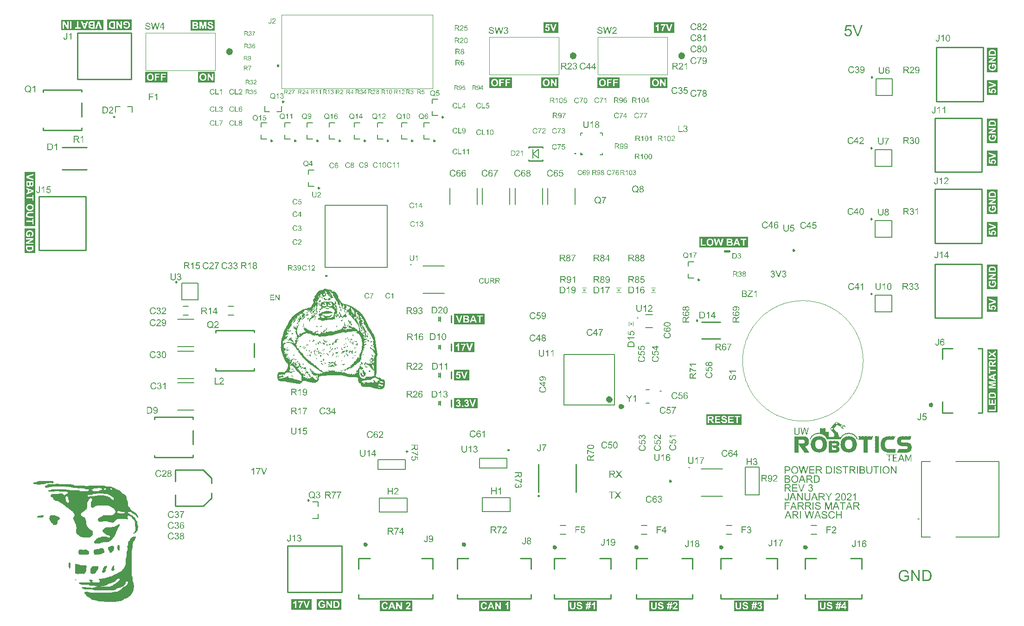
<source format=gto>
G04*
G04 #@! TF.GenerationSoftware,Altium Limited,Altium Designer,22.0.2 (36)*
G04*
G04 Layer_Color=65535*
%FSLAX25Y25*%
%MOIN*%
G70*
G04*
G04 #@! TF.SameCoordinates,CB176EB8-9F99-4E04-9228-48705547AA3B*
G04*
G04*
G04 #@! TF.FilePolarity,Positive*
G04*
G01*
G75*
%ADD10C,0.00984*%
%ADD11C,0.00787*%
%ADD12C,0.02756*%
%ADD13C,0.01575*%
%ADD14C,0.01000*%
%ADD15C,0.02953*%
%ADD16C,0.02362*%
%ADD17C,0.00394*%
%ADD18C,0.01181*%
%ADD19C,0.00500*%
%ADD20C,0.00600*%
%ADD21C,0.00295*%
G36*
X196523Y209433D02*
X196723D01*
Y209366D01*
X196790D01*
Y209299D01*
X196857D01*
Y209233D01*
X196924D01*
Y209166D01*
X197057D01*
Y209099D01*
X197391D01*
Y209166D01*
X197458D01*
Y209233D01*
X197592D01*
Y209299D01*
X197659D01*
Y209366D01*
X197726D01*
Y209433D01*
X197792D01*
Y209366D01*
X197859D01*
Y209233D01*
X197792D01*
Y209032D01*
X197726D01*
Y208832D01*
X197792D01*
Y208765D01*
X197859D01*
Y208698D01*
X197993D01*
Y208631D01*
X198127D01*
Y208698D01*
X198728D01*
Y208765D01*
X199597D01*
Y208698D01*
X199931D01*
Y208631D01*
X200131D01*
Y208564D01*
X200265D01*
Y208498D01*
X200532D01*
Y208431D01*
X201000D01*
Y208364D01*
X201334D01*
Y208163D01*
X201201D01*
Y208097D01*
X201134D01*
Y208030D01*
X201067D01*
Y207963D01*
X200933D01*
Y207896D01*
X200866D01*
Y207829D01*
X200799D01*
Y207763D01*
X200733D01*
Y207696D01*
X200799D01*
Y207629D01*
X200933D01*
Y207562D01*
X202804D01*
Y207495D01*
X203005D01*
Y207429D01*
X203071D01*
Y207362D01*
X203205D01*
Y207295D01*
X203272D01*
Y207228D01*
X203339D01*
Y207161D01*
X203406D01*
Y207028D01*
X203472D01*
Y206961D01*
X203539D01*
Y206894D01*
X203606D01*
Y206760D01*
X203673D01*
Y206693D01*
X203740D01*
Y206627D01*
X203807D01*
Y206560D01*
X203873D01*
Y206493D01*
X203940D01*
Y206359D01*
X204007D01*
Y206293D01*
X204074D01*
Y206226D01*
X204141D01*
Y206092D01*
X204207D01*
Y206025D01*
X204274D01*
Y205958D01*
X204341D01*
Y205891D01*
X204408D01*
Y205825D01*
X204475D01*
Y205758D01*
X204542D01*
Y205691D01*
X204608D01*
Y205557D01*
X204742D01*
Y205424D01*
X204809D01*
Y205357D01*
X204876D01*
Y205223D01*
X204943D01*
Y205156D01*
X205009D01*
Y205090D01*
X205076D01*
Y204889D01*
X205143D01*
Y204822D01*
X205210D01*
Y204622D01*
X205277D01*
Y204355D01*
X205344D01*
Y204020D01*
X205410D01*
Y203887D01*
X205477D01*
Y203820D01*
X205611D01*
Y203753D01*
X205678D01*
Y203553D01*
X205611D01*
Y203486D01*
X205544D01*
Y203419D01*
X205477D01*
Y203352D01*
X205544D01*
Y202951D01*
X205611D01*
Y202818D01*
X205678D01*
Y202617D01*
X205745D01*
Y202484D01*
X205811D01*
Y202350D01*
X205878D01*
Y202216D01*
X205945D01*
Y202149D01*
X206012D01*
Y201949D01*
X206079D01*
Y201882D01*
X206145D01*
Y201815D01*
X206212D01*
Y201682D01*
X206279D01*
Y201615D01*
X206346D01*
Y201548D01*
X206413D01*
Y201481D01*
X206546D01*
Y201414D01*
X206613D01*
Y201347D01*
X206680D01*
Y201214D01*
X206747D01*
Y201147D01*
X206814D01*
Y201080D01*
X206880D01*
Y201013D01*
X206947D01*
Y200880D01*
X207014D01*
Y200813D01*
X207081D01*
Y200746D01*
X207148D01*
Y200612D01*
X207215D01*
Y200546D01*
X207281D01*
Y200412D01*
X207348D01*
Y200345D01*
X207415D01*
Y200278D01*
X207482D01*
Y200145D01*
X207549D01*
Y200078D01*
X207616D01*
Y199944D01*
X207682D01*
Y199811D01*
X207749D01*
Y199744D01*
X207816D01*
Y199610D01*
X207883D01*
Y199543D01*
X207950D01*
Y199410D01*
X208016D01*
Y199343D01*
X208083D01*
Y199276D01*
X208150D01*
Y199209D01*
X208217D01*
Y199142D01*
X208284D01*
Y199009D01*
X208418D01*
Y198942D01*
X208484D01*
Y198875D01*
X208551D01*
Y198808D01*
X208685D01*
Y198741D01*
X208818D01*
Y198674D01*
X209219D01*
Y198608D01*
X209420D01*
Y198541D01*
X209954D01*
Y198474D01*
X210155D01*
Y198407D01*
X210422D01*
Y198340D01*
X210823D01*
Y198274D01*
X210957D01*
Y198207D01*
X211291D01*
Y198140D01*
X211491D01*
Y198073D01*
X211759D01*
Y198006D01*
X211959D01*
Y197940D01*
X212160D01*
Y197873D01*
X212360D01*
Y197806D01*
X212561D01*
Y197739D01*
X212761D01*
Y197672D01*
X212895D01*
Y197605D01*
X213095D01*
Y197538D01*
X213296D01*
Y197472D01*
X213429D01*
Y197405D01*
X213697D01*
Y197338D01*
X213763D01*
Y197271D01*
X213964D01*
Y197204D01*
X214097D01*
Y197138D01*
X214231D01*
Y197071D01*
X214432D01*
Y197004D01*
X214498D01*
Y196937D01*
X214699D01*
Y196870D01*
X214832D01*
Y196803D01*
X214966D01*
Y196737D01*
X215100D01*
Y196670D01*
X215167D01*
Y196603D01*
X215367D01*
Y196536D01*
X215501D01*
Y196469D01*
X215634D01*
Y196403D01*
X215768D01*
Y196336D01*
X215835D01*
Y196269D01*
X216035D01*
Y196202D01*
X216102D01*
Y196135D01*
X216236D01*
Y196068D01*
X216370D01*
Y196002D01*
X216436D01*
Y195935D01*
X216570D01*
Y195868D01*
X216637D01*
Y195801D01*
X216837D01*
Y195734D01*
X216904D01*
Y195668D01*
X217038D01*
Y195601D01*
X217105D01*
Y195534D01*
X217238D01*
Y195467D01*
X217372D01*
Y195400D01*
X217439D01*
Y195333D01*
X217572D01*
Y195266D01*
X217639D01*
Y195200D01*
X217773D01*
Y195133D01*
X217840D01*
Y195066D01*
X217906D01*
Y194999D01*
X218040D01*
Y194932D01*
X218174D01*
Y194866D01*
X218241D01*
Y194799D01*
X218374D01*
Y194732D01*
X218441D01*
Y194665D01*
X218508D01*
Y194598D01*
X218641D01*
Y194531D01*
X218708D01*
Y194465D01*
X218775D01*
Y194398D01*
X218909D01*
Y194331D01*
X218976D01*
Y194264D01*
X219042D01*
Y194197D01*
X219176D01*
Y194131D01*
X219243D01*
Y194064D01*
X219377D01*
Y193997D01*
X219443D01*
Y193930D01*
X219510D01*
Y193863D01*
X219644D01*
Y193796D01*
X219711D01*
Y193730D01*
X219777D01*
Y193663D01*
X219844D01*
Y193596D01*
X219978D01*
Y193529D01*
X220045D01*
Y193462D01*
X220112D01*
Y193395D01*
X220245D01*
Y193329D01*
X220312D01*
Y193262D01*
X220379D01*
Y193195D01*
X220446D01*
Y193128D01*
X220513D01*
Y193061D01*
X220579D01*
Y192994D01*
X220646D01*
Y192928D01*
X220780D01*
Y192861D01*
X220847D01*
Y192794D01*
X220914D01*
Y192727D01*
X221047D01*
Y192660D01*
X221114D01*
Y192594D01*
X221181D01*
Y192527D01*
X221248D01*
Y192460D01*
X221315D01*
Y192393D01*
X221381D01*
Y192326D01*
X221448D01*
Y192259D01*
X221582D01*
Y192193D01*
X221649D01*
Y192126D01*
X221715D01*
Y192059D01*
X221782D01*
Y191992D01*
X221849D01*
Y191925D01*
X221916D01*
Y191858D01*
X221983D01*
Y191792D01*
X222049D01*
Y191725D01*
X222116D01*
Y191658D01*
X222183D01*
Y191591D01*
X222250D01*
Y191524D01*
X222317D01*
Y191457D01*
X222384D01*
Y191391D01*
X222450D01*
Y191324D01*
X222517D01*
Y191190D01*
X222584D01*
Y191123D01*
X222651D01*
Y191057D01*
X222718D01*
Y190923D01*
X222785D01*
Y190856D01*
X222851D01*
Y190723D01*
X222918D01*
Y190656D01*
X222985D01*
Y190589D01*
X223052D01*
Y190455D01*
X223119D01*
Y190388D01*
X223185D01*
Y190255D01*
X223252D01*
Y190188D01*
X223319D01*
Y190121D01*
X223386D01*
Y189987D01*
X223453D01*
Y189921D01*
X223520D01*
Y189787D01*
X223587D01*
Y189720D01*
X223653D01*
Y189586D01*
X223720D01*
Y189520D01*
X223787D01*
Y189386D01*
X223854D01*
Y189252D01*
X223921D01*
Y189186D01*
X223987D01*
Y189052D01*
X224054D01*
Y188985D01*
X224121D01*
Y188851D01*
X224188D01*
Y188785D01*
X224255D01*
Y188718D01*
X224322D01*
Y188517D01*
X224388D01*
Y188451D01*
X224455D01*
Y188317D01*
X224522D01*
Y188250D01*
X224589D01*
Y188116D01*
X224656D01*
Y187983D01*
X224723D01*
Y187916D01*
X224789D01*
Y187782D01*
X224856D01*
Y187715D01*
X224923D01*
Y187582D01*
X224990D01*
Y187448D01*
X225057D01*
Y187381D01*
X225123D01*
Y187181D01*
X225190D01*
Y187114D01*
X225257D01*
Y186980D01*
X225324D01*
Y186847D01*
X225391D01*
Y186713D01*
X225458D01*
Y186579D01*
X225524D01*
Y186513D01*
X225591D01*
Y186245D01*
X225658D01*
Y186179D01*
X225725D01*
Y185978D01*
X225792D01*
Y185844D01*
X225858D01*
Y185711D01*
X225925D01*
Y185510D01*
X225992D01*
Y185377D01*
X226059D01*
Y185176D01*
X226126D01*
Y185109D01*
X226193D01*
Y184909D01*
X226259D01*
Y184775D01*
X226326D01*
Y184642D01*
X226393D01*
Y184508D01*
X226460D01*
Y184374D01*
X226527D01*
Y184174D01*
X226594D01*
Y184040D01*
X226660D01*
Y183973D01*
X226727D01*
Y183773D01*
X226794D01*
Y183639D01*
X226861D01*
Y183439D01*
X226928D01*
Y183305D01*
X226994D01*
Y183171D01*
X227061D01*
Y182837D01*
X227128D01*
Y182704D01*
X227195D01*
Y182503D01*
X227262D01*
Y182436D01*
X227329D01*
Y182303D01*
X227395D01*
Y182169D01*
X227462D01*
Y182035D01*
X227529D01*
Y181902D01*
X227596D01*
Y181835D01*
X227663D01*
Y181701D01*
X227730D01*
Y181634D01*
X227796D01*
Y181501D01*
X227863D01*
Y181367D01*
X227930D01*
Y181300D01*
X227997D01*
Y181167D01*
X228064D01*
Y181100D01*
X228131D01*
Y180966D01*
X228197D01*
Y180899D01*
X228264D01*
Y180833D01*
X228331D01*
Y180699D01*
X228398D01*
Y180632D01*
X228465D01*
Y180498D01*
X228531D01*
Y180432D01*
X228598D01*
Y180298D01*
X228665D01*
Y180231D01*
X228732D01*
Y180164D01*
X228799D01*
Y180031D01*
X228866D01*
Y179964D01*
X228932D01*
Y179830D01*
X228999D01*
Y179763D01*
X229066D01*
Y179697D01*
X229133D01*
Y179563D01*
X229200D01*
Y179496D01*
X229267D01*
Y179362D01*
X229333D01*
Y179296D01*
X229400D01*
Y179162D01*
X229467D01*
Y179028D01*
X229534D01*
Y178962D01*
X229601D01*
Y178828D01*
X229667D01*
Y178694D01*
X229734D01*
Y178560D01*
X229801D01*
Y178427D01*
X229868D01*
Y178360D01*
X229935D01*
Y178160D01*
X230002D01*
Y178026D01*
X230068D01*
Y177892D01*
X230135D01*
Y177759D01*
X230202D01*
Y177625D01*
X230269D01*
Y177491D01*
X230336D01*
Y177425D01*
X230402D01*
Y177291D01*
X230469D01*
Y177224D01*
X230536D01*
Y177090D01*
X230603D01*
Y177024D01*
X230670D01*
Y176957D01*
X230737D01*
Y176890D01*
X230803D01*
Y176823D01*
X230870D01*
Y176690D01*
X230937D01*
Y176623D01*
X231004D01*
Y176489D01*
X231071D01*
Y176355D01*
X231138D01*
Y176288D01*
X231204D01*
Y176088D01*
X231271D01*
Y175954D01*
X231338D01*
Y175687D01*
X231405D01*
Y175554D01*
X231472D01*
Y175420D01*
X231539D01*
Y175219D01*
X231605D01*
Y175153D01*
X231672D01*
Y175019D01*
X231739D01*
Y174952D01*
X231806D01*
Y174818D01*
X231873D01*
Y174618D01*
X231940D01*
Y174417D01*
X232006D01*
Y174016D01*
X232073D01*
Y173682D01*
X232140D01*
Y173014D01*
X232207D01*
Y172546D01*
X232274D01*
Y171945D01*
X232340D01*
Y171277D01*
X232407D01*
Y170943D01*
X232474D01*
Y170274D01*
X232541D01*
Y169873D01*
X232608D01*
Y169339D01*
X232675D01*
Y168871D01*
X232741D01*
Y168470D01*
X232808D01*
Y167869D01*
X232875D01*
Y167601D01*
X232942D01*
Y167134D01*
X233009D01*
Y166799D01*
X233075D01*
Y166465D01*
X233142D01*
Y165998D01*
X233209D01*
Y165730D01*
X233276D01*
Y165129D01*
X233343D01*
Y164461D01*
X233410D01*
Y164060D01*
X233476D01*
Y163726D01*
X233543D01*
Y163458D01*
X233610D01*
Y163057D01*
X233677D01*
Y162857D01*
X233744D01*
Y162322D01*
X233810D01*
Y161988D01*
X233744D01*
Y161654D01*
X233677D01*
Y161520D01*
X233610D01*
Y161320D01*
X233543D01*
Y161253D01*
X233476D01*
Y161053D01*
X233410D01*
Y160852D01*
X233343D01*
Y160451D01*
X233276D01*
Y159783D01*
X233209D01*
Y159649D01*
X233142D01*
Y159315D01*
X233075D01*
Y154437D01*
X233142D01*
Y152232D01*
X233209D01*
Y150628D01*
X233276D01*
Y149759D01*
X233209D01*
Y148958D01*
X233142D01*
Y148490D01*
X233075D01*
Y148356D01*
X233009D01*
Y148222D01*
X232942D01*
Y148022D01*
X232875D01*
Y147888D01*
X232808D01*
Y147688D01*
X232741D01*
Y147487D01*
X232675D01*
Y147153D01*
X232608D01*
Y146418D01*
X232675D01*
Y146218D01*
X232741D01*
Y146151D01*
X232808D01*
Y146017D01*
X232875D01*
Y145950D01*
X233009D01*
Y145884D01*
X233075D01*
Y145817D01*
X233209D01*
Y145750D01*
X233343D01*
Y145683D01*
X233476D01*
Y145616D01*
X233744D01*
Y145549D01*
X234078D01*
Y145483D01*
X234679D01*
Y145416D01*
X235080D01*
Y145349D01*
X235414D01*
Y145282D01*
X235682D01*
Y145215D01*
X235748D01*
Y145149D01*
X236016D01*
Y145082D01*
X236083D01*
Y145015D01*
X236149D01*
Y144948D01*
X236283D01*
Y144881D01*
X236350D01*
Y144815D01*
X236417D01*
Y144748D01*
X236484D01*
Y144547D01*
X236550D01*
Y144413D01*
X236617D01*
Y144347D01*
X236751D01*
Y144280D01*
X236884D01*
Y144213D01*
X237085D01*
Y144146D01*
X237486D01*
Y144079D01*
X237820D01*
Y144013D01*
X238087D01*
Y144079D01*
X238421D01*
Y144013D01*
X238555D01*
Y143946D01*
X238622D01*
Y143879D01*
X238689D01*
Y143812D01*
X238755D01*
Y143612D01*
X238822D01*
Y143545D01*
X238889D01*
Y143278D01*
X238956D01*
Y143077D01*
X239023D01*
Y142743D01*
X239090D01*
Y142075D01*
X239156D01*
Y140738D01*
X239090D01*
Y140003D01*
X239023D01*
Y139669D01*
X238956D01*
Y139469D01*
X238889D01*
Y139134D01*
X238822D01*
Y139001D01*
X238755D01*
Y138733D01*
X238689D01*
Y138600D01*
X238622D01*
Y138466D01*
X238555D01*
Y138399D01*
X238488D01*
Y138332D01*
X238421D01*
Y138199D01*
X238355D01*
Y138132D01*
X238288D01*
Y138065D01*
X238221D01*
Y137998D01*
X238154D01*
Y137932D01*
X238087D01*
Y137865D01*
X238020D01*
Y137798D01*
X237954D01*
Y137731D01*
X237820D01*
Y137664D01*
X237753D01*
Y137598D01*
X237619D01*
Y137531D01*
X237486D01*
Y137464D01*
X237285D01*
Y137397D01*
X237152D01*
Y137330D01*
X237018D01*
Y137263D01*
X236617D01*
Y137197D01*
X236350D01*
Y137130D01*
X234946D01*
Y137197D01*
X234679D01*
Y137263D01*
X234278D01*
Y137330D01*
X234078D01*
Y137397D01*
X233877D01*
Y137464D01*
X233543D01*
Y137531D01*
X233410D01*
Y137598D01*
X232675D01*
Y137664D01*
X232340D01*
Y137598D01*
X232207D01*
Y137664D01*
X231806D01*
Y137731D01*
X231472D01*
Y137798D01*
X231204D01*
Y137865D01*
X231071D01*
Y137932D01*
X230870D01*
Y137998D01*
X230803D01*
Y138065D01*
X230536D01*
Y138132D01*
X230402D01*
Y138199D01*
X230202D01*
Y138266D01*
X230002D01*
Y138332D01*
X229801D01*
Y138399D01*
X229534D01*
Y138466D01*
X229333D01*
Y138533D01*
X229066D01*
Y138600D01*
X228799D01*
Y138667D01*
X228531D01*
Y138733D01*
X228131D01*
Y138800D01*
X227863D01*
Y138867D01*
X227329D01*
Y138934D01*
X225658D01*
Y138867D01*
X224990D01*
Y138800D01*
X223787D01*
Y138867D01*
X223185D01*
Y138934D01*
X223052D01*
Y139001D01*
X222851D01*
Y139068D01*
X222651D01*
Y139134D01*
X222584D01*
Y139201D01*
X222450D01*
Y139268D01*
X222384D01*
Y139335D01*
X222250D01*
Y139402D01*
X222183D01*
Y139469D01*
X222116D01*
Y139535D01*
X222049D01*
Y139669D01*
X221983D01*
Y139736D01*
X221916D01*
Y139869D01*
X221849D01*
Y140070D01*
X221782D01*
Y140471D01*
X221715D01*
Y141072D01*
X221649D01*
Y141139D01*
X221582D01*
Y141206D01*
X221515D01*
Y141273D01*
X221248D01*
Y141340D01*
X221047D01*
Y141406D01*
X220847D01*
Y141473D01*
X220713D01*
Y141540D01*
X220579D01*
Y141607D01*
X220513D01*
Y141674D01*
X220446D01*
Y141741D01*
X220379D01*
Y141807D01*
X220312D01*
Y141941D01*
X220245D01*
Y142075D01*
X220179D01*
Y142208D01*
X220112D01*
Y142476D01*
X220045D01*
Y142609D01*
X219978D01*
Y143077D01*
X219911D01*
Y143478D01*
X219844D01*
Y144347D01*
X219777D01*
Y145015D01*
X219711D01*
Y145215D01*
X219644D01*
Y145282D01*
X219377D01*
Y145349D01*
X219243D01*
Y145416D01*
X219042D01*
Y145483D01*
X218842D01*
Y145549D01*
X218708D01*
Y145616D01*
X218374D01*
Y145683D01*
X218174D01*
Y145750D01*
X217773D01*
Y145817D01*
X217372D01*
Y145884D01*
X216971D01*
Y145817D01*
X216570D01*
Y145750D01*
X215768D01*
Y145683D01*
X215300D01*
Y145616D01*
X213897D01*
Y145683D01*
X213763D01*
Y145750D01*
X213563D01*
Y145817D01*
X213362D01*
Y145884D01*
X212962D01*
Y145950D01*
X212494D01*
Y146017D01*
X212293D01*
Y146084D01*
X211892D01*
Y146151D01*
X211692D01*
Y146218D01*
X211424D01*
Y146285D01*
X211090D01*
Y146351D01*
X210957D01*
Y146418D01*
X210623D01*
Y146485D01*
X210422D01*
Y146552D01*
X210222D01*
Y146619D01*
X210021D01*
Y146686D01*
X209888D01*
Y146752D01*
X209554D01*
Y146819D01*
X209353D01*
Y146886D01*
X208685D01*
Y146953D01*
X208016D01*
Y147020D01*
X207281D01*
Y147087D01*
X205410D01*
Y147153D01*
X202938D01*
Y147220D01*
X202737D01*
Y147153D01*
X200198D01*
Y147087D01*
X198528D01*
Y147020D01*
X197859D01*
Y146953D01*
X197258D01*
Y146886D01*
X196523D01*
Y146819D01*
X196122D01*
Y146752D01*
X195253D01*
Y146686D01*
X194451D01*
Y146619D01*
X193582D01*
Y146552D01*
X192981D01*
Y146485D01*
X192781D01*
Y146418D01*
X192513D01*
Y146351D01*
X192380D01*
Y146285D01*
X192179D01*
Y146218D01*
X192112D01*
Y146151D01*
X191979D01*
Y146084D01*
X191912D01*
Y146017D01*
X191845D01*
Y145950D01*
X191778D01*
Y145884D01*
X191711D01*
Y145750D01*
X191645D01*
Y145483D01*
X191578D01*
Y144280D01*
X191645D01*
Y144146D01*
X191578D01*
Y143745D01*
X191511D01*
Y143678D01*
X191444D01*
Y143545D01*
X191377D01*
Y143411D01*
X191311D01*
Y143344D01*
X191244D01*
Y143211D01*
X191177D01*
Y143144D01*
X191110D01*
Y143077D01*
X191043D01*
Y143010D01*
X190976D01*
Y142877D01*
X190910D01*
Y142810D01*
X190843D01*
Y142743D01*
X190776D01*
Y142676D01*
X190709D01*
Y142609D01*
X190642D01*
Y142543D01*
X190509D01*
Y142476D01*
X190442D01*
Y142409D01*
X190375D01*
Y142342D01*
X190308D01*
Y142275D01*
X190174D01*
Y142208D01*
X190108D01*
Y142141D01*
X189974D01*
Y142075D01*
X189840D01*
Y142008D01*
X189774D01*
Y141941D01*
X189573D01*
Y141874D01*
X189439D01*
Y141807D01*
X189239D01*
Y141741D01*
X187635D01*
Y141807D01*
X187168D01*
Y141874D01*
X186633D01*
Y141941D01*
X186098D01*
Y142008D01*
X185831D01*
Y142075D01*
X185296D01*
Y142141D01*
X185096D01*
Y142208D01*
X184695D01*
Y142275D01*
X184361D01*
Y142342D01*
X184160D01*
Y142409D01*
X183826D01*
Y142476D01*
X183693D01*
Y142543D01*
X183425D01*
Y142609D01*
X183292D01*
Y142676D01*
X183225D01*
Y142743D01*
X182957D01*
Y142810D01*
X182891D01*
Y142877D01*
X182623D01*
Y142943D01*
X182423D01*
Y143010D01*
X182222D01*
Y143077D01*
X181755D01*
Y143144D01*
X180886D01*
Y143077D01*
X180552D01*
Y143010D01*
X180351D01*
Y142943D01*
X180218D01*
Y142877D01*
X180084D01*
Y142810D01*
X180017D01*
Y142743D01*
X179950D01*
Y142676D01*
X179884D01*
Y142609D01*
X179817D01*
Y142543D01*
X179750D01*
Y142409D01*
X179683D01*
Y142275D01*
X179616D01*
Y142208D01*
X179550D01*
Y142075D01*
X179416D01*
Y141941D01*
X179349D01*
Y141874D01*
X179282D01*
Y141807D01*
X179215D01*
Y141741D01*
X179149D01*
Y141674D01*
X179082D01*
Y141607D01*
X178948D01*
Y141540D01*
X178881D01*
Y141473D01*
X178814D01*
Y141406D01*
X178681D01*
Y141340D01*
X178614D01*
Y141273D01*
X178480D01*
Y141206D01*
X178413D01*
Y141139D01*
X178213D01*
Y141072D01*
X178146D01*
Y141006D01*
X178013D01*
Y140939D01*
X177879D01*
Y140872D01*
X177812D01*
Y140805D01*
X177545D01*
Y140872D01*
X177144D01*
Y140939D01*
X176676D01*
Y141006D01*
X176275D01*
Y141072D01*
X176008D01*
Y141139D01*
X175473D01*
Y141206D01*
X175206D01*
Y141273D01*
X174671D01*
Y141340D01*
X174337D01*
Y141406D01*
X173936D01*
Y141473D01*
X173469D01*
Y141540D01*
X173201D01*
Y141607D01*
X172667D01*
Y141674D01*
X172333D01*
Y141741D01*
X171865D01*
Y141807D01*
X171464D01*
Y141874D01*
X171063D01*
Y141941D01*
X170461D01*
Y142008D01*
X170127D01*
Y142075D01*
X169392D01*
Y142141D01*
X169058D01*
Y142208D01*
X168657D01*
Y142275D01*
X168323D01*
Y142342D01*
X168190D01*
Y142409D01*
X167989D01*
Y142476D01*
X167855D01*
Y142543D01*
X167722D01*
Y142609D01*
X167588D01*
Y142676D01*
X167254D01*
Y142743D01*
X166252D01*
Y142810D01*
X164648D01*
Y142877D01*
X163913D01*
Y142943D01*
X163645D01*
Y143010D01*
X163378D01*
Y143077D01*
X163178D01*
Y143144D01*
X163044D01*
Y143211D01*
X162910D01*
Y143278D01*
X162844D01*
Y143344D01*
X162710D01*
Y143411D01*
X162643D01*
Y143478D01*
X162576D01*
Y143545D01*
X162509D01*
Y143612D01*
X162443D01*
Y143678D01*
X162376D01*
Y143812D01*
X162309D01*
Y143879D01*
X162242D01*
Y144079D01*
X162175D01*
Y144146D01*
X162109D01*
Y144413D01*
X162042D01*
Y144681D01*
X161975D01*
Y145215D01*
X161908D01*
Y147087D01*
X161975D01*
Y147621D01*
X162042D01*
Y148022D01*
X162109D01*
Y148356D01*
X162175D01*
Y148490D01*
X162242D01*
Y148690D01*
X162309D01*
Y148757D01*
X162376D01*
Y148891D01*
X162443D01*
Y148958D01*
X162509D01*
Y149024D01*
X162576D01*
Y149158D01*
X162710D01*
Y149225D01*
X162777D01*
Y149292D01*
X162910D01*
Y149358D01*
X163044D01*
Y149425D01*
X163178D01*
Y149492D01*
X163579D01*
Y149559D01*
X164514D01*
Y149492D01*
X165249D01*
Y149425D01*
X165650D01*
Y149358D01*
X166051D01*
Y149292D01*
X166586D01*
Y149225D01*
X166653D01*
Y149292D01*
X166853D01*
Y149425D01*
X166987D01*
Y149492D01*
X167053D01*
Y149559D01*
X167120D01*
Y149626D01*
X167187D01*
Y149693D01*
X167254D01*
Y149759D01*
X167321D01*
Y149826D01*
X167388D01*
Y149893D01*
X167454D01*
Y149960D01*
X167521D01*
Y150027D01*
X167588D01*
Y150094D01*
X167655D01*
Y150160D01*
X167722D01*
Y150227D01*
X167789D01*
Y150294D01*
X167855D01*
Y150361D01*
X167922D01*
Y150428D01*
X167989D01*
Y150495D01*
X168056D01*
Y150561D01*
X168123D01*
Y150695D01*
X168190D01*
Y150762D01*
X168256D01*
Y150829D01*
X168323D01*
Y150962D01*
X168390D01*
Y151029D01*
X168457D01*
Y151163D01*
X168524D01*
Y151296D01*
X168590D01*
Y151363D01*
X168657D01*
Y151564D01*
X168724D01*
Y151630D01*
X168791D01*
Y151831D01*
X168858D01*
Y151965D01*
X168924D01*
Y152098D01*
X168991D01*
Y152366D01*
X169058D01*
Y152432D01*
X169125D01*
Y152767D01*
X169192D01*
Y152967D01*
X169259D01*
Y153234D01*
X169325D01*
Y153836D01*
X169392D01*
Y154504D01*
X169325D01*
Y154972D01*
X169259D01*
Y155172D01*
X169192D01*
Y155306D01*
X169125D01*
Y155506D01*
X169058D01*
Y155573D01*
X168991D01*
Y155707D01*
X168924D01*
Y155774D01*
X168858D01*
Y155840D01*
X168791D01*
Y155907D01*
X168657D01*
Y155974D01*
X168590D01*
Y156041D01*
X168457D01*
Y156108D01*
X168390D01*
Y156175D01*
X168256D01*
Y156241D01*
X168190D01*
Y156375D01*
X168123D01*
Y156442D01*
X168056D01*
Y156509D01*
X167989D01*
Y156642D01*
X167922D01*
Y156709D01*
X167855D01*
Y156843D01*
X167789D01*
Y156910D01*
X167722D01*
Y157043D01*
X167655D01*
Y157177D01*
X167588D01*
Y157244D01*
X167521D01*
Y157444D01*
X167454D01*
Y157511D01*
X167388D01*
Y157712D01*
X167321D01*
Y157778D01*
X167254D01*
Y157912D01*
X167187D01*
Y158112D01*
X167120D01*
Y158179D01*
X167053D01*
Y158380D01*
X166987D01*
Y158447D01*
X166920D01*
Y158647D01*
X166853D01*
Y158781D01*
X166786D01*
Y158914D01*
X166719D01*
Y159115D01*
X166653D01*
Y159182D01*
X166586D01*
Y159382D01*
X166519D01*
Y159516D01*
X166452D01*
Y159649D01*
X166385D01*
Y159850D01*
X166318D01*
Y159984D01*
X166252D01*
Y160184D01*
X166185D01*
Y160318D01*
X166118D01*
Y160518D01*
X166051D01*
Y160652D01*
X165984D01*
Y160785D01*
X165918D01*
Y161053D01*
X165851D01*
Y161186D01*
X165784D01*
Y161387D01*
X165717D01*
Y161520D01*
X165650D01*
Y161721D01*
X165583D01*
Y161921D01*
X165516D01*
Y162055D01*
X165450D01*
Y162322D01*
X165383D01*
Y162456D01*
X165316D01*
Y162656D01*
X165249D01*
Y162857D01*
X165182D01*
Y162991D01*
X165116D01*
Y163258D01*
X165049D01*
Y163391D01*
X164982D01*
Y163726D01*
X164915D01*
Y163859D01*
X164848D01*
Y164060D01*
X164781D01*
Y164327D01*
X164715D01*
Y164527D01*
X164648D01*
Y164862D01*
X164581D01*
Y164995D01*
X164514D01*
Y165329D01*
X164447D01*
Y165597D01*
X164381D01*
Y165864D01*
X164314D01*
Y166666D01*
X164247D01*
Y167601D01*
X164314D01*
Y169873D01*
X164381D01*
Y170742D01*
X164447D01*
Y171210D01*
X164514D01*
Y171811D01*
X164581D01*
Y172145D01*
X164648D01*
Y172680D01*
X164715D01*
Y172880D01*
X164781D01*
Y173215D01*
X164848D01*
Y173482D01*
X164915D01*
Y173616D01*
X164982D01*
Y173883D01*
X165049D01*
Y174016D01*
X165116D01*
Y174217D01*
X165182D01*
Y174351D01*
X165249D01*
Y174484D01*
X165316D01*
Y174685D01*
X165383D01*
Y174752D01*
X165450D01*
Y175086D01*
X165516D01*
Y175219D01*
X165583D01*
Y175487D01*
X165650D01*
Y175754D01*
X165717D01*
Y175888D01*
X165784D01*
Y176288D01*
X165851D01*
Y176489D01*
X165918D01*
Y176823D01*
X165984D01*
Y177090D01*
X166051D01*
Y177291D01*
X166118D01*
Y177625D01*
X166185D01*
Y177692D01*
X166252D01*
Y178026D01*
X166318D01*
Y178160D01*
X166385D01*
Y178427D01*
X166452D01*
Y178627D01*
X166519D01*
Y178694D01*
X166586D01*
Y178962D01*
X166653D01*
Y179095D01*
X166719D01*
Y179296D01*
X166786D01*
Y179429D01*
X166853D01*
Y179563D01*
X166920D01*
Y179763D01*
X166987D01*
Y179830D01*
X167053D01*
Y180031D01*
X167120D01*
Y180097D01*
X167187D01*
Y180298D01*
X167254D01*
Y180365D01*
X167321D01*
Y180498D01*
X167388D01*
Y180632D01*
X167454D01*
Y180699D01*
X167521D01*
Y180833D01*
X167588D01*
Y180899D01*
X167655D01*
Y180966D01*
X167722D01*
Y181100D01*
X167789D01*
Y181167D01*
X167855D01*
Y181300D01*
X167922D01*
Y181367D01*
X167989D01*
Y181501D01*
X168056D01*
Y181634D01*
X168123D01*
Y181701D01*
X168190D01*
Y181835D01*
X168123D01*
Y182035D01*
X168190D01*
Y182236D01*
X168256D01*
Y182303D01*
X168323D01*
Y182436D01*
X168390D01*
Y182503D01*
X168457D01*
Y182637D01*
X168524D01*
Y182704D01*
X168590D01*
Y182837D01*
X168657D01*
Y182904D01*
X168724D01*
Y182971D01*
X168791D01*
Y183105D01*
X168858D01*
Y183171D01*
X168924D01*
Y183238D01*
X168991D01*
Y183372D01*
X169058D01*
Y183439D01*
X169125D01*
Y183572D01*
X169192D01*
Y183639D01*
X169259D01*
Y183773D01*
X169325D01*
Y183906D01*
X169392D01*
Y184040D01*
X169459D01*
Y184307D01*
X169526D01*
Y184441D01*
X169593D01*
Y184642D01*
X169660D01*
Y184775D01*
X169726D01*
Y184909D01*
X169793D01*
Y185109D01*
X169860D01*
Y185176D01*
X169927D01*
Y185377D01*
X169994D01*
Y185510D01*
X170061D01*
Y185644D01*
X170127D01*
Y185777D01*
X170194D01*
Y185911D01*
X170261D01*
Y186045D01*
X170328D01*
Y186179D01*
X170395D01*
Y186312D01*
X170461D01*
Y186446D01*
X170528D01*
Y186579D01*
X170595D01*
Y186713D01*
X170662D01*
Y186780D01*
X170729D01*
Y186980D01*
X170796D01*
Y187047D01*
X170862D01*
Y187114D01*
X170929D01*
Y187248D01*
X170996D01*
Y187314D01*
X171063D01*
Y187381D01*
X171130D01*
Y187448D01*
X171196D01*
Y187515D01*
X171263D01*
Y187582D01*
X171330D01*
Y187649D01*
X171397D01*
Y187715D01*
X171464D01*
Y187782D01*
X171531D01*
Y187849D01*
X171598D01*
Y187916D01*
X171664D01*
Y187983D01*
X171731D01*
Y188250D01*
X171798D01*
Y188384D01*
X171865D01*
Y188517D01*
X171932D01*
Y188584D01*
X171998D01*
Y188718D01*
X172065D01*
Y188785D01*
X172132D01*
Y188851D01*
X172199D01*
Y188918D01*
X172266D01*
Y188985D01*
X172333D01*
Y189052D01*
X172399D01*
Y189119D01*
X172466D01*
Y189186D01*
X172533D01*
Y189252D01*
X172600D01*
Y189319D01*
X172667D01*
Y189386D01*
X172733D01*
Y189453D01*
X172800D01*
Y189520D01*
X172867D01*
Y189586D01*
X173001D01*
Y189653D01*
X173068D01*
Y189720D01*
X173134D01*
Y189787D01*
X173201D01*
Y189854D01*
X173268D01*
Y189921D01*
X173335D01*
Y189987D01*
X173469D01*
Y190054D01*
X173535D01*
Y190121D01*
X173602D01*
Y190188D01*
X173736D01*
Y190255D01*
X173803D01*
Y190322D01*
X173870D01*
Y190388D01*
X173936D01*
Y190455D01*
X174003D01*
Y190522D01*
X174137D01*
Y190589D01*
X174204D01*
Y190656D01*
X174270D01*
Y190723D01*
X174404D01*
Y190789D01*
X174471D01*
Y190856D01*
X174538D01*
Y190923D01*
X174605D01*
Y190990D01*
X174738D01*
Y191057D01*
X174805D01*
Y191123D01*
X174939D01*
Y191190D01*
X175005D01*
Y191257D01*
X175072D01*
Y191324D01*
X175206D01*
Y191391D01*
X175273D01*
Y191457D01*
X175406D01*
Y191524D01*
X175473D01*
Y191591D01*
X175540D01*
Y191658D01*
X175674D01*
Y191725D01*
X175741D01*
Y191792D01*
X175874D01*
Y191858D01*
X175941D01*
Y191925D01*
X176075D01*
Y191992D01*
X176142D01*
Y192059D01*
X176275D01*
Y192126D01*
X176342D01*
Y192193D01*
X176476D01*
Y192259D01*
X176542D01*
Y192326D01*
X176676D01*
Y192393D01*
X176743D01*
Y192460D01*
X176877D01*
Y192527D01*
X176943D01*
Y192594D01*
X177077D01*
Y192660D01*
X177144D01*
Y192727D01*
X177278D01*
Y192794D01*
X177411D01*
Y192861D01*
X177478D01*
Y192928D01*
X177612D01*
Y192994D01*
X177679D01*
Y193061D01*
X177812D01*
Y193128D01*
X177879D01*
Y193195D01*
X178013D01*
Y193262D01*
X178146D01*
Y193329D01*
X178213D01*
Y193395D01*
X178347D01*
Y193462D01*
X178480D01*
Y193529D01*
X178614D01*
Y193596D01*
X178681D01*
Y193663D01*
X178814D01*
Y193730D01*
X178948D01*
Y193796D01*
X179015D01*
Y193863D01*
X179149D01*
Y193930D01*
X179282D01*
Y193997D01*
X179416D01*
Y194064D01*
X179550D01*
Y194131D01*
X179616D01*
Y194197D01*
X179817D01*
Y194264D01*
X179884D01*
Y194331D01*
X180084D01*
Y194398D01*
X180218D01*
Y194465D01*
X180351D01*
Y194531D01*
X180552D01*
Y194598D01*
X180619D01*
Y194665D01*
X180886D01*
Y194732D01*
X181020D01*
Y194799D01*
X181287D01*
Y194866D01*
X181554D01*
Y194799D01*
X181822D01*
Y194866D01*
X181888D01*
Y194932D01*
X181955D01*
Y194999D01*
X182156D01*
Y195066D01*
X182289D01*
Y195133D01*
X182891D01*
Y195200D01*
X183158D01*
Y195266D01*
X183292D01*
Y195333D01*
X183492D01*
Y195400D01*
X183559D01*
Y195467D01*
X183693D01*
Y195534D01*
X183826D01*
Y195601D01*
X183960D01*
Y195668D01*
X184361D01*
Y195734D01*
X184561D01*
Y195801D01*
X185296D01*
Y195868D01*
X185430D01*
Y195935D01*
X185631D01*
Y196002D01*
X185764D01*
Y196068D01*
X185831D01*
Y196135D01*
X185965D01*
Y196202D01*
X186031D01*
Y196269D01*
X186098D01*
Y196336D01*
X186165D01*
Y196803D01*
X186232D01*
Y196870D01*
X186366D01*
Y196937D01*
X186432D01*
Y197004D01*
X186499D01*
Y197271D01*
X186566D01*
Y197405D01*
X186633D01*
Y197538D01*
X186700D01*
Y197605D01*
X186767D01*
Y197739D01*
X186833D01*
Y197806D01*
X186900D01*
Y197940D01*
X186967D01*
Y198006D01*
X187034D01*
Y198073D01*
X187101D01*
Y198140D01*
X187168D01*
Y198207D01*
X187234D01*
Y198340D01*
X187301D01*
Y198407D01*
X187368D01*
Y198541D01*
X187435D01*
Y198674D01*
X187502D01*
Y198808D01*
X187568D01*
Y199009D01*
X187635D01*
Y199209D01*
X187702D01*
Y199476D01*
X187769D01*
Y200345D01*
X187702D01*
Y200412D01*
X187568D01*
Y200479D01*
X187435D01*
Y200546D01*
X187368D01*
Y200679D01*
X187301D01*
Y200813D01*
X187368D01*
Y201013D01*
X187435D01*
Y201281D01*
X187502D01*
Y201414D01*
X187568D01*
Y201548D01*
X187635D01*
Y201682D01*
X187702D01*
Y201748D01*
X187769D01*
Y201882D01*
X187836D01*
Y201949D01*
X187902D01*
Y202016D01*
X187969D01*
Y202082D01*
X188036D01*
Y202216D01*
X188103D01*
Y202283D01*
X188170D01*
Y202350D01*
X188237D01*
Y202417D01*
X188303D01*
Y202484D01*
X188370D01*
Y202550D01*
X188437D01*
Y202684D01*
X188504D01*
Y202751D01*
X188571D01*
Y202818D01*
X188638D01*
Y202951D01*
X188704D01*
Y203285D01*
X188638D01*
Y203419D01*
X188571D01*
Y203954D01*
X188638D01*
Y204020D01*
X188704D01*
Y204221D01*
X188771D01*
Y204288D01*
X188838D01*
Y204355D01*
X188905D01*
Y204421D01*
X188972D01*
Y204488D01*
X189105D01*
Y204555D01*
X189172D01*
Y204622D01*
X189306D01*
Y204689D01*
X189439D01*
Y204755D01*
X189506D01*
Y204822D01*
X189573D01*
Y204889D01*
X189640D01*
Y205023D01*
X189707D01*
Y205090D01*
X189774D01*
Y205156D01*
X189840D01*
Y205357D01*
X189907D01*
Y205424D01*
X189974D01*
Y205624D01*
X190041D01*
Y205758D01*
X190108D01*
Y205891D01*
X190174D01*
Y206025D01*
X190241D01*
Y206159D01*
X190308D01*
Y206293D01*
X190375D01*
Y206359D01*
X190442D01*
Y206493D01*
X190509D01*
Y206627D01*
X190576D01*
Y206693D01*
X190642D01*
Y206827D01*
X190709D01*
Y206894D01*
X190776D01*
Y206961D01*
X190843D01*
Y207094D01*
X190910D01*
Y207161D01*
X190976D01*
Y207228D01*
X191043D01*
Y207295D01*
X191110D01*
Y207429D01*
X191177D01*
Y207495D01*
X191244D01*
Y207562D01*
X191311D01*
Y207629D01*
X191444D01*
Y207696D01*
X191511D01*
Y207763D01*
X191578D01*
Y207829D01*
X191711D01*
Y207896D01*
X191845D01*
Y207963D01*
X192246D01*
Y208030D01*
X192446D01*
Y208097D01*
X192513D01*
Y208163D01*
X192647D01*
Y208230D01*
X192714D01*
Y208297D01*
X192781D01*
Y208364D01*
X192848D01*
Y208431D01*
X192981D01*
Y208498D01*
X193516D01*
Y208431D01*
X194050D01*
Y208498D01*
X194251D01*
Y208564D01*
X194318D01*
Y208631D01*
X194451D01*
Y208698D01*
X194585D01*
Y208765D01*
X194719D01*
Y208698D01*
X194986D01*
Y208765D01*
X195120D01*
Y208832D01*
X195253D01*
Y208965D01*
X195320D01*
Y209032D01*
X195387D01*
Y209099D01*
X195454D01*
Y209166D01*
X195520D01*
Y209233D01*
X195587D01*
Y209299D01*
X195654D01*
Y209366D01*
X195721D01*
Y209433D01*
X195921D01*
Y209500D01*
X196523D01*
Y209433D01*
D02*
G37*
G36*
X564039Y113490D02*
X564097D01*
Y113432D01*
X564272D01*
Y113374D01*
X564330D01*
Y113316D01*
X564505D01*
Y113257D01*
X564563D01*
Y113199D01*
X564621D01*
Y113141D01*
X564680D01*
Y113083D01*
X564854D01*
Y113024D01*
X564913D01*
Y112966D01*
X565088D01*
Y112908D01*
X565146D01*
Y112850D01*
X565320D01*
Y112791D01*
X565379D01*
Y112733D01*
X565554D01*
Y112675D01*
X565612D01*
Y112617D01*
X565787D01*
Y112558D01*
X565845D01*
Y112500D01*
X565903D01*
Y112442D01*
X565961D01*
Y112383D01*
X566019D01*
Y112442D01*
X566078D01*
Y112383D01*
X566136D01*
Y112325D01*
X566194D01*
Y112267D01*
X566369D01*
Y112209D01*
X566427D01*
Y112151D01*
X566602D01*
Y112092D01*
X566660D01*
Y112034D01*
X566835D01*
Y111976D01*
X566893D01*
Y111917D01*
X567068D01*
Y111859D01*
X567126D01*
Y111801D01*
X567243D01*
Y111743D01*
Y111685D01*
X567301D01*
Y111743D01*
X567359D01*
Y111685D01*
X567418D01*
Y111626D01*
X567476D01*
Y111685D01*
X567534D01*
Y111626D01*
X567592D01*
Y111568D01*
X567651D01*
Y111510D01*
X567709D01*
Y111451D01*
X567884D01*
Y111393D01*
X567942D01*
Y111335D01*
X568117D01*
Y111277D01*
X568175D01*
Y111219D01*
X568350D01*
Y111160D01*
X568291D01*
Y111102D01*
X568350D01*
Y111044D01*
X568408D01*
Y111102D01*
X568816D01*
Y111160D01*
X568874D01*
Y111102D01*
X568932D01*
Y111160D01*
X568990D01*
Y111102D01*
X569049D01*
Y111160D01*
X569107D01*
Y111102D01*
X569165D01*
Y111160D01*
X569223D01*
Y111102D01*
X569282D01*
Y111160D01*
X569340D01*
Y111219D01*
X569398D01*
Y111160D01*
X569456D01*
Y111219D01*
X569515D01*
Y111160D01*
X569573D01*
Y111102D01*
X569631D01*
Y111044D01*
X569689D01*
Y110986D01*
Y110927D01*
Y110869D01*
X569748D01*
Y110811D01*
Y110752D01*
Y110694D01*
X569806D01*
Y110636D01*
X569864D01*
Y110578D01*
X569806D01*
Y110520D01*
X569864D01*
Y110461D01*
X569922D01*
Y110403D01*
X569981D01*
Y110345D01*
X569922D01*
Y110286D01*
X569981D01*
Y110228D01*
X570039D01*
Y110170D01*
Y110112D01*
Y110053D01*
X570097D01*
Y109995D01*
X570155D01*
Y109937D01*
X570097D01*
Y109879D01*
X570155D01*
Y109820D01*
X570214D01*
Y109762D01*
X570155D01*
Y109704D01*
X570214D01*
Y109646D01*
X570272D01*
Y109587D01*
X570330D01*
Y109529D01*
X570272D01*
Y109471D01*
X570330D01*
Y109413D01*
X570272D01*
Y109471D01*
X570214D01*
Y109529D01*
X570155D01*
Y109587D01*
Y109646D01*
X570039D01*
Y109704D01*
Y109762D01*
X569981D01*
Y109820D01*
Y109879D01*
X569922D01*
Y109937D01*
X569864D01*
Y109995D01*
X569806D01*
Y110053D01*
X569748D01*
Y110112D01*
X569689D01*
Y110170D01*
X569631D01*
Y110228D01*
X569573D01*
Y110286D01*
X569515D01*
Y110345D01*
X569456D01*
Y110403D01*
X569515D01*
Y110461D01*
X569340D01*
Y110520D01*
X569398D01*
Y110578D01*
X569107D01*
Y110520D01*
X569049D01*
Y110461D01*
X568874D01*
Y110403D01*
X568816D01*
Y110461D01*
X568757D01*
Y110403D01*
X568699D01*
Y110345D01*
X568524D01*
Y110286D01*
X568466D01*
Y110228D01*
X568291D01*
Y110170D01*
Y110112D01*
Y110053D01*
Y109995D01*
Y109937D01*
X568233D01*
Y109879D01*
Y109820D01*
Y109762D01*
Y109704D01*
Y109646D01*
X568175D01*
Y109587D01*
X568233D01*
Y109529D01*
X568175D01*
Y109471D01*
X568233D01*
Y109413D01*
X568175D01*
Y109354D01*
X568233D01*
Y109296D01*
X568175D01*
Y109238D01*
Y109180D01*
Y109121D01*
X568466D01*
Y109063D01*
X568641D01*
Y109005D01*
X568816D01*
Y108947D01*
X568874D01*
Y109005D01*
X568932D01*
Y108947D01*
X568990D01*
Y108888D01*
X569049D01*
Y108947D01*
X569107D01*
Y108888D01*
X569282D01*
Y108830D01*
X569340D01*
Y108888D01*
X569398D01*
Y108830D01*
X569456D01*
Y108772D01*
X569631D01*
Y108714D01*
X568408D01*
Y108772D01*
X568350D01*
Y108714D01*
X568291D01*
Y108772D01*
X568233D01*
Y108714D01*
X568175D01*
Y108772D01*
X568117D01*
Y108714D01*
X568058D01*
Y108772D01*
X568000D01*
Y108714D01*
X567942D01*
Y108772D01*
X567884D01*
Y108714D01*
X567825D01*
Y108772D01*
X567767D01*
Y108714D01*
X567709D01*
Y108772D01*
X567651D01*
Y108830D01*
X567592D01*
Y108888D01*
Y108947D01*
X567534D01*
Y109005D01*
Y109063D01*
X567476D01*
Y109121D01*
X567534D01*
Y109180D01*
X567476D01*
Y109238D01*
X567418D01*
Y109296D01*
X567359D01*
Y109354D01*
X567418D01*
Y109413D01*
X567359D01*
Y109471D01*
X567301D01*
Y109529D01*
X567243D01*
Y109587D01*
X567301D01*
Y109646D01*
X567243D01*
Y109704D01*
Y109762D01*
X567185D01*
Y109820D01*
Y109879D01*
X567010D01*
Y109937D01*
X566952D01*
Y109995D01*
X566777D01*
Y110053D01*
X566718D01*
Y110112D01*
X566544D01*
Y110170D01*
X566486D01*
Y110228D01*
X566311D01*
Y110286D01*
X566253D01*
Y110345D01*
X566194D01*
Y110403D01*
X566078D01*
Y110461D01*
X565961D01*
Y110520D01*
X565903D01*
Y110578D01*
X565728D01*
Y110636D01*
X565670D01*
Y110694D01*
X565495D01*
Y110752D01*
X565437D01*
Y110811D01*
X565262D01*
Y110869D01*
X565204D01*
Y110927D01*
X565146D01*
Y110986D01*
X565088D01*
Y111044D01*
X564913D01*
Y111102D01*
X564854D01*
Y111160D01*
X564680D01*
Y111219D01*
X564621D01*
Y111277D01*
X564447D01*
Y111335D01*
X564388D01*
Y111393D01*
X564214D01*
Y111451D01*
X564155D01*
Y111510D01*
X563981D01*
Y111451D01*
X564039D01*
Y111393D01*
X563922D01*
Y111335D01*
Y111277D01*
X563864D01*
Y111219D01*
X563806D01*
Y111160D01*
X563748D01*
Y111102D01*
X563689D01*
Y111044D01*
X563631D01*
Y110986D01*
Y110927D01*
X563573D01*
Y110869D01*
X563515D01*
Y110811D01*
X563456D01*
Y110752D01*
Y110694D01*
X563398D01*
Y110636D01*
X563340D01*
Y110578D01*
X563282D01*
Y110520D01*
X563223D01*
Y110461D01*
X563165D01*
Y110403D01*
X563107D01*
Y110345D01*
X563049D01*
Y110286D01*
X562990D01*
Y110228D01*
X562932D01*
Y110170D01*
X562874D01*
Y110112D01*
X562816D01*
Y110053D01*
X562757D01*
Y109995D01*
X562699D01*
Y109937D01*
Y109879D01*
X562583D01*
Y109820D01*
X562641D01*
Y109762D01*
X562466D01*
Y109704D01*
X562524D01*
Y109646D01*
X562408D01*
Y109587D01*
Y109529D01*
X562350D01*
Y109471D01*
X562291D01*
Y109413D01*
X562233D01*
Y109354D01*
X562175D01*
Y109296D01*
X562117D01*
Y109238D01*
Y109180D01*
X562058D01*
Y109121D01*
Y109063D01*
X562000D01*
Y109005D01*
X561942D01*
Y108947D01*
X561884D01*
Y108888D01*
X561825D01*
Y108830D01*
X561767D01*
Y108772D01*
X561709D01*
Y108714D01*
X561651D01*
Y108655D01*
X561709D01*
Y108597D01*
X561767D01*
Y108539D01*
X561825D01*
Y108481D01*
X561884D01*
Y108422D01*
X561942D01*
Y108364D01*
X562000D01*
Y108306D01*
X562058D01*
Y108248D01*
Y108189D01*
X562175D01*
Y108131D01*
X562117D01*
Y108073D01*
X562175D01*
Y108015D01*
X562233D01*
Y107956D01*
X562291D01*
Y107898D01*
X562350D01*
Y107840D01*
X562408D01*
Y107782D01*
X562466D01*
Y107723D01*
X562524D01*
Y107665D01*
X562583D01*
Y107607D01*
X562641D01*
Y107549D01*
X562583D01*
Y107490D01*
X562699D01*
Y107432D01*
Y107374D01*
X562757D01*
Y107316D01*
X562816D01*
Y107257D01*
X562874D01*
Y107199D01*
X562932D01*
Y107141D01*
X562990D01*
Y107082D01*
X563049D01*
Y107024D01*
X563107D01*
Y106966D01*
Y106908D01*
X563223D01*
Y106850D01*
X563165D01*
Y106791D01*
X563223D01*
Y106733D01*
X563282D01*
Y106675D01*
X563340D01*
Y106616D01*
X563398D01*
Y106558D01*
X563456D01*
Y106500D01*
X563515D01*
Y106442D01*
X563573D01*
Y106384D01*
X563515D01*
Y106325D01*
X563689D01*
Y106267D01*
Y106209D01*
X563748D01*
Y106150D01*
Y106092D01*
X563806D01*
Y106150D01*
X563864D01*
Y106092D01*
X563922D01*
Y106150D01*
X563981D01*
Y106092D01*
X564039D01*
Y106150D01*
X564097D01*
Y106092D01*
X564155D01*
Y106150D01*
X564214D01*
Y106092D01*
X564272D01*
Y106150D01*
X564330D01*
Y106092D01*
X564388D01*
Y106150D01*
X564447D01*
Y106092D01*
X564505D01*
Y106150D01*
X564563D01*
Y106092D01*
X564621D01*
Y106034D01*
X564680D01*
Y105976D01*
Y105918D01*
Y105859D01*
X564738D01*
Y105801D01*
Y105743D01*
Y105684D01*
Y105626D01*
X564796D01*
Y105568D01*
Y105510D01*
X564854D01*
Y105451D01*
X564796D01*
Y105393D01*
X564854D01*
Y105335D01*
X564796D01*
Y105277D01*
X564854D01*
Y105218D01*
X564913D01*
Y105160D01*
Y105102D01*
Y105044D01*
X564971D01*
Y104985D01*
X564913D01*
Y104927D01*
X564971D01*
Y104869D01*
Y104811D01*
Y104752D01*
X565029D01*
Y104694D01*
Y104636D01*
Y104578D01*
X565088D01*
Y104519D01*
X565029D01*
Y104461D01*
X565088D01*
Y104403D01*
Y104345D01*
Y104286D01*
X565146D01*
Y104228D01*
X565204D01*
Y104170D01*
X565146D01*
Y104112D01*
X565204D01*
Y104053D01*
X565146D01*
Y103995D01*
X565204D01*
Y103937D01*
Y103879D01*
Y103820D01*
X565262D01*
Y103762D01*
Y103704D01*
Y103646D01*
X565320D01*
Y103587D01*
X565262D01*
Y103529D01*
X565320D01*
Y103471D01*
Y103413D01*
Y103354D01*
X565379D01*
Y103296D01*
X565437D01*
Y103238D01*
X565379D01*
Y103180D01*
X565437D01*
Y103121D01*
X565379D01*
Y103063D01*
X565437D01*
Y103005D01*
X565495D01*
Y102947D01*
X565437D01*
Y102888D01*
X565495D01*
Y102830D01*
X565554D01*
Y102772D01*
X565612D01*
Y102830D01*
X565670D01*
Y102772D01*
X565728D01*
Y102830D01*
X565787D01*
Y102772D01*
X565845D01*
Y102830D01*
X565903D01*
Y102772D01*
X565961D01*
Y102830D01*
X566019D01*
Y102772D01*
X566078D01*
Y102830D01*
X566136D01*
Y102772D01*
X566194D01*
Y102830D01*
X566253D01*
Y102772D01*
X566311D01*
Y102830D01*
X566369D01*
Y102772D01*
X566427D01*
Y102830D01*
X566486D01*
Y102772D01*
X566544D01*
Y102830D01*
X566602D01*
Y102772D01*
X566777D01*
Y102830D01*
X566835D01*
Y102772D01*
X566893D01*
Y102830D01*
X566952D01*
Y102888D01*
X567010D01*
Y102947D01*
X567068D01*
Y103005D01*
X567010D01*
Y103063D01*
X567126D01*
Y103121D01*
Y103180D01*
X567185D01*
Y103238D01*
X567243D01*
Y103296D01*
X567301D01*
Y103354D01*
X567359D01*
Y103413D01*
X567418D01*
Y103471D01*
X567476D01*
Y103529D01*
X567534D01*
Y103587D01*
X567592D01*
Y103646D01*
X567651D01*
Y103704D01*
Y103762D01*
X567767D01*
Y103820D01*
Y103879D01*
X567884D01*
Y103937D01*
Y103995D01*
X568000D01*
Y104053D01*
X568058D01*
Y104112D01*
X568117D01*
Y104170D01*
X568175D01*
Y104228D01*
X568233D01*
Y104286D01*
X568291D01*
Y104345D01*
X568350D01*
Y104403D01*
X568408D01*
Y104461D01*
X568583D01*
Y104519D01*
X568641D01*
Y104578D01*
X568699D01*
Y104636D01*
X568757D01*
Y104694D01*
X568932D01*
Y104752D01*
X568990D01*
Y104811D01*
X569165D01*
Y104869D01*
X569223D01*
Y104927D01*
X569398D01*
Y104985D01*
X569456D01*
Y105044D01*
X569631D01*
Y105102D01*
X569689D01*
Y105160D01*
X569864D01*
Y105218D01*
X569922D01*
Y105277D01*
X569981D01*
Y105218D01*
X570039D01*
Y105277D01*
X570097D01*
Y105335D01*
X570155D01*
Y105277D01*
X570214D01*
Y105335D01*
X570272D01*
Y105393D01*
X570330D01*
Y105335D01*
X570389D01*
Y105393D01*
X570563D01*
Y105451D01*
X570621D01*
Y105393D01*
X570680D01*
Y105451D01*
X570738D01*
Y105510D01*
X570796D01*
Y105451D01*
X570855D01*
Y105510D01*
X571029D01*
Y105568D01*
X571088D01*
Y105510D01*
X571146D01*
Y105568D01*
X571204D01*
Y105626D01*
X571262D01*
Y105568D01*
X571320D01*
Y105626D01*
X571379D01*
Y105568D01*
X571437D01*
Y105626D01*
X572078D01*
Y105684D01*
X572136D01*
Y105626D01*
X572311D01*
Y105684D01*
X572369D01*
Y105626D01*
X572427D01*
Y105684D01*
X572486D01*
Y105626D01*
X572544D01*
Y105684D01*
X572602D01*
Y105626D01*
X572660D01*
Y105684D01*
X572719D01*
Y105626D01*
X572777D01*
Y105684D01*
X572835D01*
Y105626D01*
X573010D01*
Y105684D01*
X573068D01*
Y105626D01*
X573592D01*
Y105568D01*
X573651D01*
Y105626D01*
X573709D01*
Y105568D01*
X573767D01*
Y105626D01*
X573825D01*
Y105568D01*
X573884D01*
Y105510D01*
X573942D01*
Y105568D01*
X574000D01*
Y105510D01*
X574291D01*
Y105451D01*
X574350D01*
Y105393D01*
X574408D01*
Y105451D01*
X574466D01*
Y105393D01*
X574641D01*
Y105335D01*
X574699D01*
Y105393D01*
X574757D01*
Y105335D01*
X574816D01*
Y105277D01*
X574874D01*
Y105335D01*
X574932D01*
Y105277D01*
X575107D01*
Y105218D01*
X575165D01*
Y105160D01*
X575340D01*
Y105102D01*
X575398D01*
Y105160D01*
X575456D01*
Y105102D01*
X575515D01*
Y105044D01*
X575690D01*
Y104985D01*
X575748D01*
Y104927D01*
X575922D01*
Y104869D01*
X575981D01*
Y104811D01*
X576097D01*
Y104752D01*
Y104694D01*
X576156D01*
Y104752D01*
X576214D01*
Y104694D01*
X576272D01*
Y104636D01*
X576330D01*
Y104578D01*
X576505D01*
Y104519D01*
X576563D01*
Y104461D01*
X576621D01*
Y104403D01*
X576680D01*
Y104345D01*
X576796D01*
Y104286D01*
Y104228D01*
X576971D01*
Y104170D01*
X577029D01*
Y104112D01*
X577088D01*
Y104053D01*
X577146D01*
Y103995D01*
X577204D01*
Y103937D01*
X577262D01*
Y103879D01*
X577321D01*
Y103820D01*
X577379D01*
Y103762D01*
X577437D01*
Y103704D01*
X577495D01*
Y103646D01*
X577554D01*
Y103587D01*
X577612D01*
Y103529D01*
X577670D01*
Y103471D01*
X577728D01*
Y103413D01*
X577787D01*
Y103354D01*
Y103296D01*
X577903D01*
Y103238D01*
Y103180D01*
X577961D01*
Y103121D01*
Y103063D01*
X578020D01*
Y103005D01*
X578078D01*
Y102947D01*
X578136D01*
Y102888D01*
X578194D01*
Y102830D01*
X578253D01*
Y102772D01*
Y102714D01*
Y102655D01*
X578311D01*
Y102597D01*
X578369D01*
Y102539D01*
X578427D01*
Y102480D01*
Y102422D01*
Y102364D01*
X578486D01*
Y102306D01*
X578544D01*
Y102248D01*
X578602D01*
Y102189D01*
X578544D01*
Y102131D01*
X578602D01*
Y102073D01*
X578660D01*
Y102015D01*
X578719D01*
Y101956D01*
X578660D01*
Y101898D01*
X578719D01*
Y101840D01*
X578777D01*
Y101781D01*
X578835D01*
Y101723D01*
X578777D01*
Y101665D01*
X578835D01*
Y101607D01*
X578893D01*
Y101549D01*
Y101490D01*
Y101432D01*
X578952D01*
Y101374D01*
Y101315D01*
Y101257D01*
X579010D01*
Y101199D01*
X578952D01*
Y101141D01*
X578777D01*
Y101083D01*
X578602D01*
Y101024D01*
X578544D01*
Y101083D01*
X578486D01*
Y101024D01*
X578311D01*
Y101083D01*
Y101141D01*
Y101199D01*
X578253D01*
Y101257D01*
X578194D01*
Y101315D01*
X578253D01*
Y101374D01*
X578194D01*
Y101432D01*
X578136D01*
Y101490D01*
X578078D01*
Y101549D01*
X578136D01*
Y101607D01*
X578078D01*
Y101665D01*
Y101723D01*
X578020D01*
Y101781D01*
Y101840D01*
X577961D01*
Y101898D01*
X577903D01*
Y101956D01*
X577845D01*
Y102015D01*
X577903D01*
Y102073D01*
X577845D01*
Y102131D01*
X577787D01*
Y102189D01*
X577728D01*
Y102248D01*
Y102306D01*
X577670D01*
Y102364D01*
Y102422D01*
X577612D01*
Y102480D01*
X577554D01*
Y102539D01*
X577495D01*
Y102597D01*
X577437D01*
Y102655D01*
X577379D01*
Y102714D01*
X577437D01*
Y102772D01*
X577321D01*
Y102830D01*
Y102888D01*
X577262D01*
Y102947D01*
X577204D01*
Y103005D01*
X577146D01*
Y103063D01*
X577088D01*
Y103121D01*
X577029D01*
Y103180D01*
X576971D01*
Y103238D01*
X576913D01*
Y103296D01*
X576855D01*
Y103354D01*
X576796D01*
Y103413D01*
X576738D01*
Y103471D01*
X576680D01*
Y103529D01*
X576621D01*
Y103587D01*
X576563D01*
Y103646D01*
X576505D01*
Y103704D01*
X576330D01*
Y103762D01*
X576272D01*
Y103820D01*
X576214D01*
Y103879D01*
X576156D01*
Y103937D01*
X576097D01*
Y103995D01*
X576039D01*
Y104053D01*
X575864D01*
Y104112D01*
X575806D01*
Y104170D01*
X575631D01*
Y104228D01*
X575573D01*
Y104286D01*
X575515D01*
Y104345D01*
X575340D01*
Y104403D01*
X575165D01*
Y104461D01*
X575107D01*
Y104519D01*
X574932D01*
Y104578D01*
X574874D01*
Y104636D01*
X574816D01*
Y104578D01*
X574757D01*
Y104636D01*
X574583D01*
Y104694D01*
X574524D01*
Y104752D01*
X574466D01*
Y104694D01*
X574524D01*
Y104636D01*
X574466D01*
Y104694D01*
X574408D01*
Y104752D01*
X574233D01*
Y104811D01*
X574175D01*
Y104752D01*
X574117D01*
Y104811D01*
X573942D01*
Y104869D01*
X573884D01*
Y104811D01*
X573825D01*
Y104869D01*
X573534D01*
Y104927D01*
X573476D01*
Y104869D01*
X573418D01*
Y104927D01*
X573359D01*
Y104869D01*
X573301D01*
Y104927D01*
X573243D01*
Y104985D01*
X573185D01*
Y104927D01*
X573126D01*
Y104985D01*
X573068D01*
Y104927D01*
X573010D01*
Y104985D01*
X572952D01*
Y104927D01*
X572893D01*
Y104985D01*
X572835D01*
Y104927D01*
X572777D01*
Y104985D01*
X572719D01*
Y104927D01*
X572660D01*
Y104985D01*
X572602D01*
Y104927D01*
X572544D01*
Y104985D01*
X572369D01*
Y104927D01*
X572311D01*
Y104985D01*
X572253D01*
Y104927D01*
X572194D01*
Y104985D01*
X572136D01*
Y104927D01*
X572078D01*
Y104985D01*
X572019D01*
Y104927D01*
X571961D01*
Y104985D01*
X571903D01*
Y104927D01*
X571728D01*
Y104869D01*
X571670D01*
Y104927D01*
X571612D01*
Y104869D01*
X571088D01*
Y104811D01*
X570913D01*
Y104752D01*
X570855D01*
Y104811D01*
X570796D01*
Y104752D01*
X570621D01*
Y104694D01*
X570563D01*
Y104636D01*
X570505D01*
Y104694D01*
X570447D01*
Y104636D01*
X570272D01*
Y104578D01*
X570214D01*
Y104519D01*
X570155D01*
Y104578D01*
X570097D01*
Y104519D01*
X569922D01*
Y104461D01*
X569864D01*
Y104403D01*
X569689D01*
Y104345D01*
X569631D01*
Y104286D01*
X569456D01*
Y104228D01*
X569398D01*
Y104170D01*
X569223D01*
Y104112D01*
X569165D01*
Y104053D01*
X569107D01*
Y103995D01*
X569049D01*
Y103937D01*
X568874D01*
Y103879D01*
Y103820D01*
X568757D01*
Y103762D01*
X568699D01*
Y103704D01*
X568641D01*
Y103646D01*
X568583D01*
Y103587D01*
X568408D01*
Y103529D01*
X568466D01*
Y103471D01*
X568291D01*
Y103413D01*
X568350D01*
Y103354D01*
X568175D01*
Y103296D01*
X568233D01*
Y103238D01*
X568058D01*
Y103180D01*
X568117D01*
Y103121D01*
X567942D01*
Y103063D01*
X568000D01*
Y103005D01*
X567942D01*
Y102947D01*
X567884D01*
Y102888D01*
X567825D01*
Y102830D01*
X567767D01*
Y102772D01*
X567709D01*
Y102714D01*
X567651D01*
Y102655D01*
X567592D01*
Y102597D01*
Y102539D01*
Y102480D01*
X567534D01*
Y102422D01*
X567476D01*
Y102364D01*
X567418D01*
Y102306D01*
X567359D01*
Y102248D01*
Y102189D01*
X567301D01*
Y102131D01*
Y102073D01*
X567243D01*
Y102015D01*
Y101956D01*
X567185D01*
Y101898D01*
Y101840D01*
X567126D01*
Y101781D01*
X567068D01*
Y101723D01*
X567010D01*
Y101665D01*
X567068D01*
Y101607D01*
X567010D01*
Y101549D01*
Y101490D01*
X566952D01*
Y101432D01*
Y101374D01*
X566893D01*
Y101315D01*
Y101257D01*
Y101199D01*
X566835D01*
Y101141D01*
Y101083D01*
Y101024D01*
X566777D01*
Y100966D01*
X566718D01*
Y101024D01*
X566660D01*
Y100966D01*
X566602D01*
Y101024D01*
X566544D01*
Y100966D01*
X566486D01*
Y101024D01*
X566427D01*
Y100966D01*
X566369D01*
Y101024D01*
X566311D01*
Y100966D01*
X566253D01*
Y101024D01*
X566194D01*
Y100966D01*
X566136D01*
Y101024D01*
X566078D01*
Y100966D01*
X566019D01*
Y101024D01*
X565961D01*
Y100966D01*
X565903D01*
Y101024D01*
X565845D01*
Y100966D01*
X565787D01*
Y101024D01*
X565728D01*
Y100966D01*
X565670D01*
Y101024D01*
X565612D01*
Y100966D01*
X565554D01*
Y101024D01*
X565495D01*
Y100966D01*
X565437D01*
Y101024D01*
X565379D01*
Y100966D01*
X565320D01*
Y101024D01*
X565262D01*
Y100966D01*
X565204D01*
Y101024D01*
X565146D01*
Y100966D01*
X565088D01*
Y101024D01*
X565029D01*
Y100966D01*
X564971D01*
Y101024D01*
X564913D01*
Y100966D01*
X564854D01*
Y101024D01*
X564796D01*
Y100966D01*
X564738D01*
Y101024D01*
X564680D01*
Y100966D01*
X564621D01*
Y101024D01*
X564563D01*
Y100966D01*
X564505D01*
Y101024D01*
X564447D01*
Y100966D01*
X564388D01*
Y101024D01*
X564330D01*
Y100966D01*
X564272D01*
Y101024D01*
X564214D01*
Y100966D01*
X564155D01*
Y101024D01*
X564097D01*
Y100966D01*
X564039D01*
Y101024D01*
X563981D01*
Y100966D01*
X563922D01*
Y101024D01*
X563864D01*
Y100966D01*
X563806D01*
Y101024D01*
X563748D01*
Y100966D01*
X563689D01*
Y101024D01*
X563631D01*
Y100966D01*
X563573D01*
Y101024D01*
X563515D01*
Y100966D01*
X563456D01*
Y101024D01*
X563398D01*
Y100966D01*
X563340D01*
Y101024D01*
X563282D01*
Y100966D01*
X563223D01*
Y101024D01*
X563165D01*
Y100966D01*
X563107D01*
Y101024D01*
X563049D01*
Y100966D01*
X562990D01*
Y101024D01*
X562932D01*
Y100966D01*
X562874D01*
Y101024D01*
X562816D01*
Y100966D01*
X562757D01*
Y101024D01*
X562699D01*
Y100966D01*
X562641D01*
Y101024D01*
X562583D01*
Y100966D01*
X562524D01*
Y101024D01*
X562466D01*
Y100966D01*
X562408D01*
Y101024D01*
X562350D01*
Y100966D01*
X562291D01*
Y101024D01*
X562233D01*
Y100966D01*
X562175D01*
Y101024D01*
X562117D01*
Y100966D01*
X562058D01*
Y101024D01*
X561884D01*
Y100966D01*
X561825D01*
Y101024D01*
X561767D01*
Y100966D01*
X561709D01*
Y101024D01*
X561651D01*
Y100966D01*
X561592D01*
Y101024D01*
X561417D01*
Y100966D01*
X561359D01*
Y101024D01*
X561301D01*
Y100966D01*
X561243D01*
Y101024D01*
X561185D01*
Y100966D01*
X561126D01*
Y101024D01*
X560952D01*
Y100966D01*
X560893D01*
Y101024D01*
X560486D01*
Y100966D01*
X560427D01*
Y101024D01*
X560019D01*
Y100966D01*
X559961D01*
Y101024D01*
X556757D01*
Y101083D01*
X556699D01*
Y101141D01*
Y101199D01*
Y101257D01*
X556641D01*
Y101315D01*
X556699D01*
Y101374D01*
X556641D01*
Y101432D01*
X556582D01*
Y101490D01*
X556524D01*
Y101549D01*
X556582D01*
Y101607D01*
X556524D01*
Y101665D01*
X556466D01*
Y101723D01*
X556408D01*
Y101781D01*
X556466D01*
Y101840D01*
X556408D01*
Y101898D01*
X556350D01*
Y101956D01*
X556291D01*
Y102015D01*
Y102073D01*
Y102131D01*
X556233D01*
Y102189D01*
X556175D01*
Y102248D01*
X556116D01*
Y102306D01*
X556058D01*
Y102364D01*
X556116D01*
Y102422D01*
X556058D01*
Y102480D01*
X556000D01*
Y102539D01*
X555942D01*
Y102597D01*
X555884D01*
Y102655D01*
X555825D01*
Y102714D01*
Y102772D01*
X555767D01*
Y102830D01*
Y102888D01*
X555709D01*
Y102947D01*
X555651D01*
Y103005D01*
X555592D01*
Y103063D01*
X555534D01*
Y103121D01*
X555476D01*
Y103180D01*
X555417D01*
Y103238D01*
X555359D01*
Y103296D01*
X555301D01*
Y103354D01*
X555243D01*
Y103413D01*
X555185D01*
Y103471D01*
X555126D01*
Y103529D01*
X555068D01*
Y103587D01*
X555010D01*
Y103646D01*
X554951D01*
Y103704D01*
X554835D01*
Y103762D01*
X554777D01*
Y103820D01*
X554660D01*
Y103879D01*
X554602D01*
Y103937D01*
X554544D01*
Y103995D01*
X554485D01*
Y104053D01*
X554311D01*
Y104112D01*
X554252D01*
Y104170D01*
X554194D01*
Y104228D01*
X554019D01*
Y104286D01*
X553961D01*
Y104345D01*
X553903D01*
Y104403D01*
X553845D01*
Y104345D01*
X553903D01*
Y104286D01*
X553845D01*
Y104345D01*
X553786D01*
Y104403D01*
X553728D01*
Y104461D01*
X553553D01*
Y104519D01*
X553379D01*
Y104578D01*
X553320D01*
Y104636D01*
X553029D01*
Y104694D01*
X552971D01*
Y104752D01*
X552913D01*
Y104694D01*
X552854D01*
Y104752D01*
X552680D01*
Y104811D01*
X552505D01*
Y104869D01*
X552447D01*
Y104811D01*
X552388D01*
Y104869D01*
X552097D01*
Y104927D01*
X552039D01*
Y104869D01*
X551981D01*
Y104927D01*
X551922D01*
Y104985D01*
X551864D01*
Y104927D01*
X551922D01*
Y104869D01*
X551864D01*
Y104927D01*
X551806D01*
Y104985D01*
X551748D01*
Y104927D01*
X551689D01*
Y104985D01*
X551631D01*
Y104927D01*
X551573D01*
Y104985D01*
X550466D01*
Y104927D01*
X550408D01*
Y104985D01*
X550350D01*
Y104927D01*
X550291D01*
Y104985D01*
X550233D01*
Y104927D01*
X550175D01*
Y104985D01*
X550116D01*
Y104927D01*
X550058D01*
Y104985D01*
X550000D01*
Y104927D01*
X550058D01*
Y104869D01*
X550000D01*
Y104927D01*
X549942D01*
Y104869D01*
X549883D01*
Y104927D01*
X549825D01*
Y104869D01*
X549417D01*
Y104811D01*
X549243D01*
Y104752D01*
X549068D01*
Y104694D01*
X549010D01*
Y104752D01*
X548951D01*
Y104694D01*
X548893D01*
Y104636D01*
X548835D01*
Y104694D01*
X548777D01*
Y104636D01*
X548718D01*
Y104578D01*
X548660D01*
Y104636D01*
X548602D01*
Y104578D01*
X548544D01*
Y104519D01*
X548369D01*
Y104461D01*
X548311D01*
Y104403D01*
X548252D01*
Y104461D01*
X548194D01*
Y104403D01*
X548136D01*
Y104345D01*
X548078D01*
Y104403D01*
X548019D01*
Y104345D01*
X548078D01*
Y104286D01*
X548019D01*
Y104345D01*
X547961D01*
Y104286D01*
X547903D01*
Y104228D01*
X547786D01*
Y104170D01*
X547670D01*
Y104112D01*
X547612D01*
Y104053D01*
X547437D01*
Y103995D01*
X547379D01*
Y103937D01*
X547320D01*
Y103879D01*
X547262D01*
Y103820D01*
X547204D01*
Y103762D01*
X547146D01*
Y103704D01*
X546971D01*
Y103646D01*
X546913D01*
Y103587D01*
X546854D01*
Y103529D01*
X546796D01*
Y103471D01*
X546738D01*
Y103413D01*
X546679D01*
Y103354D01*
X546621D01*
Y103296D01*
X546563D01*
Y103238D01*
X546505D01*
Y103180D01*
X546447D01*
Y103121D01*
X546388D01*
Y103063D01*
Y103005D01*
X546272D01*
Y102947D01*
Y102888D01*
X546213D01*
Y102830D01*
Y102772D01*
X546155D01*
Y102714D01*
X546097D01*
Y102655D01*
X546039D01*
Y102597D01*
X545981D01*
Y102539D01*
X545922D01*
Y102480D01*
X545981D01*
Y102422D01*
X545864D01*
Y102364D01*
Y102306D01*
X545806D01*
Y102248D01*
X545748D01*
Y102189D01*
X545689D01*
Y102131D01*
X545748D01*
Y102073D01*
X545689D01*
Y102015D01*
X545631D01*
Y101956D01*
X545573D01*
Y101898D01*
X545631D01*
Y101840D01*
X545573D01*
Y101781D01*
X545514D01*
Y101723D01*
X545456D01*
Y101665D01*
Y101607D01*
Y101549D01*
X545398D01*
Y101490D01*
X545340D01*
Y101432D01*
X545398D01*
Y101374D01*
X545340D01*
Y101315D01*
X545282D01*
Y101257D01*
Y101199D01*
Y101141D01*
X545223D01*
Y101083D01*
X545282D01*
Y101024D01*
X545107D01*
Y101083D01*
X545049D01*
Y101024D01*
X544990D01*
Y101083D01*
X544932D01*
Y101141D01*
X544641D01*
Y101199D01*
X544582D01*
Y101257D01*
X544524D01*
Y101315D01*
X544582D01*
Y101374D01*
X544641D01*
Y101432D01*
X544699D01*
Y101490D01*
X544641D01*
Y101549D01*
X544699D01*
Y101607D01*
X544641D01*
Y101665D01*
X544699D01*
Y101723D01*
X544757D01*
Y101781D01*
X544815D01*
Y101840D01*
X544757D01*
Y101898D01*
X544815D01*
Y101956D01*
X544874D01*
Y102015D01*
Y102073D01*
Y102131D01*
X544932D01*
Y102189D01*
X544990D01*
Y102248D01*
X545049D01*
Y102306D01*
X544990D01*
Y102364D01*
X545049D01*
Y102422D01*
X545107D01*
Y102480D01*
X545165D01*
Y102539D01*
X545107D01*
Y102597D01*
X545223D01*
Y102655D01*
Y102714D01*
X545282D01*
Y102772D01*
X545340D01*
Y102830D01*
X545398D01*
Y102888D01*
Y102947D01*
Y103005D01*
X545456D01*
Y103063D01*
X545514D01*
Y103121D01*
X545573D01*
Y103180D01*
X545631D01*
Y103238D01*
Y103296D01*
X545748D01*
Y103354D01*
X545689D01*
Y103413D01*
X545806D01*
Y103471D01*
Y103529D01*
X545864D01*
Y103587D01*
X545922D01*
Y103646D01*
X545981D01*
Y103704D01*
X546039D01*
Y103762D01*
X546097D01*
Y103820D01*
X546155D01*
Y103879D01*
X546213D01*
Y103937D01*
X546272D01*
Y103995D01*
X546330D01*
Y104053D01*
X546388D01*
Y104112D01*
X546505D01*
Y104170D01*
Y104228D01*
X546679D01*
Y104286D01*
X546738D01*
Y104345D01*
X546796D01*
Y104403D01*
X546854D01*
Y104461D01*
X546913D01*
Y104519D01*
X546971D01*
Y104461D01*
X547029D01*
Y104519D01*
X546971D01*
Y104578D01*
X547146D01*
Y104636D01*
X547204D01*
Y104694D01*
X547262D01*
Y104752D01*
X547320D01*
Y104811D01*
X547495D01*
Y104869D01*
X547553D01*
Y104927D01*
X547728D01*
Y104985D01*
X547786D01*
Y105044D01*
X547961D01*
Y105102D01*
X548019D01*
Y105160D01*
X548078D01*
Y105102D01*
X548136D01*
Y105160D01*
X548194D01*
Y105218D01*
X548252D01*
Y105160D01*
X548311D01*
Y105218D01*
X548369D01*
Y105277D01*
X548544D01*
Y105335D01*
X548602D01*
Y105393D01*
X548660D01*
Y105335D01*
X548718D01*
Y105393D01*
X548893D01*
Y105451D01*
X548951D01*
Y105393D01*
X549010D01*
Y105451D01*
X549068D01*
Y105510D01*
X549126D01*
Y105451D01*
X549184D01*
Y105510D01*
X549359D01*
Y105568D01*
X549417D01*
Y105510D01*
X549476D01*
Y105568D01*
X549534D01*
Y105626D01*
X549592D01*
Y105568D01*
X549767D01*
Y105626D01*
X550175D01*
Y105684D01*
X550233D01*
Y105626D01*
X550291D01*
Y105684D01*
X550350D01*
Y105626D01*
X550408D01*
Y105684D01*
X550466D01*
Y105626D01*
X550524D01*
Y105684D01*
X550699D01*
Y105626D01*
X550757D01*
Y105684D01*
X550932D01*
Y105626D01*
X550990D01*
Y105684D01*
X551165D01*
Y105626D01*
X551223D01*
Y105684D01*
X551398D01*
Y105626D01*
X551456D01*
Y105684D01*
X551514D01*
Y105626D01*
X551573D01*
Y105684D01*
X551631D01*
Y105626D01*
X551806D01*
Y105684D01*
Y105743D01*
Y105801D01*
X551864D01*
Y105859D01*
X551806D01*
Y105918D01*
Y105976D01*
Y106034D01*
X551864D01*
Y106092D01*
X551806D01*
Y106150D01*
X551864D01*
Y106209D01*
Y106267D01*
Y106325D01*
Y106384D01*
Y106442D01*
Y106500D01*
Y106558D01*
Y106616D01*
Y106675D01*
Y106733D01*
Y106791D01*
X551922D01*
Y106850D01*
X551864D01*
Y106908D01*
Y106966D01*
Y107024D01*
Y107082D01*
Y107141D01*
Y107199D01*
Y107257D01*
X551922D01*
Y107316D01*
X551864D01*
Y107374D01*
X551922D01*
Y107432D01*
X551864D01*
Y107490D01*
X551922D01*
Y107549D01*
X551864D01*
Y107607D01*
X551922D01*
Y107665D01*
X551864D01*
Y107723D01*
X551922D01*
Y107782D01*
X551864D01*
Y107840D01*
X551922D01*
Y107898D01*
X551864D01*
Y107956D01*
X551922D01*
Y108015D01*
X551864D01*
Y108073D01*
X551922D01*
Y108131D01*
X551864D01*
Y108189D01*
X551922D01*
Y108248D01*
X551864D01*
Y108306D01*
X551922D01*
Y108364D01*
X551864D01*
Y108422D01*
X551922D01*
Y108481D01*
X551864D01*
Y108539D01*
X551922D01*
Y108597D01*
X551864D01*
Y108655D01*
X551922D01*
Y108714D01*
Y108772D01*
Y108830D01*
Y108888D01*
Y108947D01*
X551981D01*
Y108888D01*
X552039D01*
Y108947D01*
X552097D01*
Y108888D01*
X552155D01*
Y108947D01*
X552214D01*
Y108888D01*
X552272D01*
Y108947D01*
X552330D01*
Y108888D01*
X552388D01*
Y108947D01*
X552447D01*
Y108888D01*
X552505D01*
Y108947D01*
X552563D01*
Y108888D01*
X552621D01*
Y108947D01*
X552680D01*
Y108888D01*
X552738D01*
Y108947D01*
X552796D01*
Y108888D01*
X552854D01*
Y108947D01*
X552913D01*
Y108888D01*
X552971D01*
Y108947D01*
X553029D01*
Y108888D01*
X553087D01*
Y108947D01*
X553146D01*
Y108888D01*
X553204D01*
Y108947D01*
X553262D01*
Y108888D01*
X553320D01*
Y108947D01*
X553379D01*
Y108888D01*
X553437D01*
Y108947D01*
X553495D01*
Y108888D01*
X553553D01*
Y108947D01*
X553612D01*
Y108888D01*
X553670D01*
Y108947D01*
X553728D01*
Y108888D01*
X553786D01*
Y108947D01*
X553845D01*
Y108888D01*
X553903D01*
Y108947D01*
X553961D01*
Y108888D01*
X554019D01*
Y108947D01*
X554078D01*
Y108888D01*
X554136D01*
Y108947D01*
X554194D01*
Y108888D01*
X554252D01*
Y108947D01*
X554311D01*
Y109005D01*
X554369D01*
Y108947D01*
X554427D01*
Y108888D01*
X554485D01*
Y108947D01*
X554544D01*
Y109005D01*
X554602D01*
Y108947D01*
X554660D01*
Y108888D01*
X554718D01*
Y108947D01*
X554777D01*
Y109005D01*
X554835D01*
Y108947D01*
X554893D01*
Y108888D01*
X554951D01*
Y108947D01*
X555010D01*
Y109005D01*
X555068D01*
Y108947D01*
X555126D01*
Y109005D01*
X555185D01*
Y108947D01*
X555243D01*
Y109005D01*
X555301D01*
Y108947D01*
X555359D01*
Y109005D01*
X555417D01*
Y108947D01*
X555476D01*
Y109005D01*
X555534D01*
Y108947D01*
X555592D01*
Y109005D01*
X555651D01*
Y108947D01*
X555709D01*
Y109005D01*
X555767D01*
Y108947D01*
X555825D01*
Y109005D01*
X555884D01*
Y108947D01*
Y108888D01*
Y108830D01*
Y108772D01*
Y108714D01*
Y108655D01*
Y108597D01*
Y108539D01*
Y108481D01*
Y108422D01*
Y108364D01*
X555942D01*
Y108306D01*
X555884D01*
Y108248D01*
Y108189D01*
Y108131D01*
X555942D01*
Y108073D01*
X555884D01*
Y108015D01*
X555942D01*
Y107956D01*
Y107898D01*
Y107840D01*
X555884D01*
Y107782D01*
X555942D01*
Y107723D01*
Y107665D01*
Y107607D01*
Y107549D01*
Y107490D01*
Y107432D01*
Y107374D01*
Y107316D01*
Y107257D01*
Y107199D01*
Y107141D01*
Y107082D01*
Y107024D01*
Y106966D01*
Y106908D01*
Y106850D01*
Y106791D01*
Y106733D01*
Y106675D01*
Y106616D01*
Y106558D01*
X556000D01*
Y106500D01*
X556058D01*
Y106558D01*
X556116D01*
Y106500D01*
X556175D01*
Y106558D01*
X556233D01*
Y106500D01*
X556291D01*
Y106558D01*
X556350D01*
Y106500D01*
X556408D01*
Y106558D01*
X556466D01*
Y106500D01*
X556524D01*
Y106558D01*
X556582D01*
Y106500D01*
X556641D01*
Y106558D01*
X556699D01*
Y106500D01*
X556757D01*
Y106558D01*
X556815D01*
Y106500D01*
X556874D01*
Y106558D01*
X556932D01*
Y106500D01*
X556990D01*
Y106558D01*
X558214D01*
Y106500D01*
Y106442D01*
Y106384D01*
X558155D01*
Y106325D01*
X558214D01*
Y106267D01*
Y106209D01*
Y106150D01*
X558155D01*
Y106092D01*
X558214D01*
Y106034D01*
Y105976D01*
Y105918D01*
X558155D01*
Y105859D01*
X558214D01*
Y105801D01*
Y105743D01*
Y105684D01*
X558155D01*
Y105626D01*
X558214D01*
Y105568D01*
Y105510D01*
Y105451D01*
X558155D01*
Y105393D01*
X558214D01*
Y105335D01*
Y105277D01*
Y105218D01*
X558155D01*
Y105160D01*
X558214D01*
Y105102D01*
Y105044D01*
Y104985D01*
X558155D01*
Y104927D01*
X558214D01*
Y104869D01*
Y104811D01*
Y104752D01*
X558155D01*
Y104694D01*
X558214D01*
Y104636D01*
Y104578D01*
Y104519D01*
X558155D01*
Y104461D01*
X558214D01*
Y104403D01*
Y104345D01*
Y104286D01*
X558155D01*
Y104228D01*
X558214D01*
Y104170D01*
Y104112D01*
Y104053D01*
X558155D01*
Y103995D01*
X558214D01*
Y103937D01*
Y103879D01*
Y103820D01*
X558155D01*
Y103762D01*
X558214D01*
Y103704D01*
Y103646D01*
Y103587D01*
X558155D01*
Y103529D01*
X558214D01*
Y103471D01*
Y103413D01*
Y103354D01*
X558155D01*
Y103296D01*
X558214D01*
Y103238D01*
Y103180D01*
Y103121D01*
X558155D01*
Y103063D01*
X558214D01*
Y103005D01*
Y102947D01*
Y102888D01*
X558272D01*
Y102830D01*
X558330D01*
Y102888D01*
X558388D01*
Y102830D01*
X558447D01*
Y102888D01*
X558505D01*
Y102830D01*
X558563D01*
Y102888D01*
X558621D01*
Y102830D01*
X558680D01*
Y102888D01*
X558738D01*
Y102830D01*
X558796D01*
Y102888D01*
X558854D01*
Y102830D01*
X559029D01*
Y102888D01*
X559087D01*
Y102830D01*
X561767D01*
Y102888D01*
Y102947D01*
X561825D01*
Y103005D01*
X561767D01*
Y103063D01*
X561825D01*
Y103121D01*
Y103180D01*
Y103238D01*
X561884D01*
Y103296D01*
X561942D01*
Y103354D01*
X561884D01*
Y103413D01*
X561942D01*
Y103471D01*
X561884D01*
Y103529D01*
X561942D01*
Y103587D01*
X562000D01*
Y103646D01*
X561942D01*
Y103704D01*
X562000D01*
Y103762D01*
X562058D01*
Y103820D01*
X562000D01*
Y103879D01*
X562058D01*
Y103937D01*
Y103995D01*
Y104053D01*
X562117D01*
Y104112D01*
Y104170D01*
Y104228D01*
X562175D01*
Y104286D01*
X562117D01*
Y104345D01*
X562175D01*
Y104403D01*
Y104461D01*
X562233D01*
Y104519D01*
Y104578D01*
X562291D01*
Y104636D01*
X562233D01*
Y104694D01*
X562291D01*
Y104752D01*
X562233D01*
Y104811D01*
X562291D01*
Y104869D01*
X562117D01*
Y104927D01*
X562175D01*
Y104985D01*
X562117D01*
Y105044D01*
X562058D01*
Y105102D01*
X562000D01*
Y105160D01*
X561942D01*
Y105218D01*
X561884D01*
Y105277D01*
X561825D01*
Y105335D01*
X561767D01*
Y105393D01*
Y105451D01*
X561709D01*
Y105510D01*
X561651D01*
Y105568D01*
Y105626D01*
X561592D01*
Y105684D01*
X561534D01*
Y105743D01*
X561476D01*
Y105801D01*
X561417D01*
Y105859D01*
X561359D01*
Y105918D01*
X561301D01*
Y105976D01*
X561243D01*
Y106034D01*
X561185D01*
Y106092D01*
Y106150D01*
X561126D01*
Y106209D01*
Y106267D01*
X561010D01*
Y106325D01*
Y106384D01*
X560952D01*
Y106442D01*
X560893D01*
Y106500D01*
X560835D01*
Y106558D01*
X560777D01*
Y106616D01*
X560718D01*
Y106675D01*
X560660D01*
Y106733D01*
X560602D01*
Y106791D01*
Y106850D01*
X560544D01*
Y106908D01*
Y106966D01*
X560486D01*
Y107024D01*
X560427D01*
Y107082D01*
X560369D01*
Y107141D01*
X560311D01*
Y107199D01*
X560253D01*
Y107257D01*
X560194D01*
Y107316D01*
X560136D01*
Y107374D01*
X560078D01*
Y107432D01*
X560019D01*
Y107490D01*
X560078D01*
Y107549D01*
X559961D01*
Y107607D01*
Y107665D01*
X559903D01*
Y107723D01*
X559845D01*
Y107782D01*
X559786D01*
Y107840D01*
X559728D01*
Y107898D01*
X559670D01*
Y107956D01*
X559612D01*
Y108015D01*
X559553D01*
Y108073D01*
Y108131D01*
X559437D01*
Y108189D01*
X559495D01*
Y108248D01*
X559437D01*
Y108306D01*
X559379D01*
Y108364D01*
X559320D01*
Y108422D01*
Y108481D01*
Y108539D01*
X559262D01*
Y108597D01*
Y108655D01*
Y108714D01*
Y108772D01*
Y108830D01*
Y108888D01*
X559320D01*
Y108947D01*
Y109005D01*
X559379D01*
Y109063D01*
X559320D01*
Y109121D01*
X559379D01*
Y109180D01*
X559437D01*
Y109238D01*
X559495D01*
Y109296D01*
X559553D01*
Y109354D01*
X559612D01*
Y109413D01*
X559670D01*
Y109471D01*
X559728D01*
Y109529D01*
X559786D01*
Y109587D01*
X559845D01*
Y109646D01*
X559903D01*
Y109704D01*
X559961D01*
Y109762D01*
X560019D01*
Y109820D01*
X560078D01*
Y109879D01*
X560136D01*
Y109937D01*
X560194D01*
Y109995D01*
Y110053D01*
X560311D01*
Y110112D01*
X560253D01*
Y110170D01*
X560311D01*
Y110228D01*
X560369D01*
Y110286D01*
X560427D01*
Y110345D01*
X560486D01*
Y110403D01*
X560544D01*
Y110461D01*
X560602D01*
Y110520D01*
X560660D01*
Y110578D01*
X560718D01*
Y110636D01*
X560777D01*
Y110694D01*
X560718D01*
Y110752D01*
X560835D01*
Y110811D01*
Y110869D01*
X560952D01*
Y110927D01*
Y110986D01*
X561010D01*
Y111044D01*
X561068D01*
Y111102D01*
X561126D01*
Y111160D01*
X561185D01*
Y111219D01*
X561243D01*
Y111277D01*
X561301D01*
Y111335D01*
X561359D01*
Y111393D01*
Y111451D01*
X561476D01*
Y111510D01*
Y111568D01*
X561534D01*
Y111626D01*
Y111685D01*
X561592D01*
Y111743D01*
X561651D01*
Y111801D01*
X561709D01*
Y111859D01*
X561767D01*
Y111917D01*
X561825D01*
Y111976D01*
X561884D01*
Y112034D01*
X561942D01*
Y112092D01*
X562000D01*
Y112151D01*
X562058D01*
Y112209D01*
Y112267D01*
X562117D01*
Y112325D01*
Y112383D01*
X562233D01*
Y112442D01*
Y112500D01*
X562291D01*
Y112558D01*
X562350D01*
Y112617D01*
X562408D01*
Y112675D01*
X562466D01*
Y112733D01*
X562524D01*
Y112791D01*
X562583D01*
Y112850D01*
X562641D01*
Y112908D01*
X562699D01*
Y112966D01*
X562757D01*
Y113024D01*
Y113083D01*
X562874D01*
Y113141D01*
X562816D01*
Y113199D01*
X562874D01*
Y113257D01*
X562932D01*
Y113316D01*
X562990D01*
Y113374D01*
X563049D01*
Y113316D01*
X563107D01*
Y113374D01*
X563165D01*
Y113432D01*
X563340D01*
Y113490D01*
X563398D01*
Y113549D01*
X563456D01*
Y113490D01*
X563515D01*
Y113549D01*
X563922D01*
Y113490D01*
X563981D01*
Y113549D01*
X564039D01*
Y113490D01*
D02*
G37*
G36*
X543767Y109529D02*
X543709D01*
Y109471D01*
Y109413D01*
Y109354D01*
X543767D01*
Y109296D01*
X543709D01*
Y109354D01*
X543650D01*
Y109296D01*
X543709D01*
Y109238D01*
X543650D01*
Y109180D01*
Y109121D01*
Y109063D01*
X543592D01*
Y109005D01*
X543650D01*
Y108947D01*
X543592D01*
Y108888D01*
Y108830D01*
Y108772D01*
X543534D01*
Y108714D01*
Y108655D01*
Y108597D01*
X543476D01*
Y108539D01*
X543534D01*
Y108481D01*
X543476D01*
Y108422D01*
X543534D01*
Y108364D01*
X543476D01*
Y108306D01*
X543417D01*
Y108248D01*
X543476D01*
Y108189D01*
X543417D01*
Y108131D01*
X543359D01*
Y108073D01*
X543417D01*
Y108015D01*
X543359D01*
Y107956D01*
X543417D01*
Y107898D01*
X543359D01*
Y107840D01*
X543301D01*
Y107782D01*
X543359D01*
Y107723D01*
X543301D01*
Y107665D01*
Y107607D01*
Y107549D01*
X543243D01*
Y107490D01*
X543301D01*
Y107432D01*
X543243D01*
Y107374D01*
Y107316D01*
Y107257D01*
X543184D01*
Y107199D01*
Y107141D01*
Y107082D01*
X543126D01*
Y107024D01*
X543184D01*
Y106966D01*
X543126D01*
Y106908D01*
Y106850D01*
Y106791D01*
X543068D01*
Y106733D01*
X543126D01*
Y106675D01*
X543068D01*
Y106616D01*
X543010D01*
Y106558D01*
X543068D01*
Y106500D01*
X543010D01*
Y106442D01*
X543068D01*
Y106384D01*
X543010D01*
Y106325D01*
X542951D01*
Y106267D01*
X543010D01*
Y106209D01*
X542951D01*
Y106150D01*
Y106092D01*
Y106034D01*
X542893D01*
Y105976D01*
X542951D01*
Y105918D01*
X542893D01*
Y105859D01*
Y105801D01*
Y105743D01*
X542835D01*
Y105684D01*
X542777D01*
Y105626D01*
X542835D01*
Y105568D01*
X542777D01*
Y105510D01*
X542835D01*
Y105451D01*
X542777D01*
Y105393D01*
X542835D01*
Y105335D01*
X542777D01*
Y105277D01*
X542718D01*
Y105218D01*
X542777D01*
Y105160D01*
X542718D01*
Y105102D01*
X542660D01*
Y105044D01*
X542718D01*
Y104985D01*
X542660D01*
Y104927D01*
X542718D01*
Y104869D01*
X542660D01*
Y104811D01*
Y104752D01*
X542602D01*
Y104694D01*
Y104636D01*
Y104578D01*
Y104519D01*
X542544D01*
Y104461D01*
X542602D01*
Y104403D01*
X542544D01*
Y104345D01*
X542485D01*
Y104403D01*
X542427D01*
Y104345D01*
X542369D01*
Y104403D01*
X542311D01*
Y104345D01*
X542252D01*
Y104403D01*
X542194D01*
Y104345D01*
X542136D01*
Y104403D01*
X542078D01*
Y104345D01*
X542019D01*
Y104403D01*
X541961D01*
Y104345D01*
X541903D01*
Y104403D01*
X541845D01*
Y104461D01*
X541786D01*
Y104519D01*
X541845D01*
Y104578D01*
X541786D01*
Y104636D01*
Y104694D01*
Y104752D01*
X541728D01*
Y104811D01*
X541786D01*
Y104869D01*
X541728D01*
Y104927D01*
Y104985D01*
Y105044D01*
X541670D01*
Y105102D01*
X541611D01*
Y105160D01*
X541670D01*
Y105218D01*
X541611D01*
Y105277D01*
Y105335D01*
Y105393D01*
X541553D01*
Y105451D01*
Y105510D01*
Y105568D01*
X541495D01*
Y105626D01*
X541553D01*
Y105684D01*
X541495D01*
Y105743D01*
X541553D01*
Y105801D01*
X541495D01*
Y105859D01*
X541437D01*
Y105918D01*
Y105976D01*
Y106034D01*
X541378D01*
Y106092D01*
X541437D01*
Y106150D01*
X541378D01*
Y106209D01*
Y106267D01*
Y106325D01*
X541320D01*
Y106384D01*
Y106442D01*
Y106500D01*
X541262D01*
Y106558D01*
X541320D01*
Y106616D01*
X541262D01*
Y106675D01*
Y106733D01*
Y106791D01*
X541204D01*
Y106850D01*
Y106908D01*
Y106966D01*
X541146D01*
Y107024D01*
X541204D01*
Y107082D01*
X541146D01*
Y107141D01*
Y107199D01*
Y107257D01*
X541087D01*
Y107316D01*
Y107374D01*
Y107432D01*
X541029D01*
Y107490D01*
X541087D01*
Y107549D01*
X541029D01*
Y107607D01*
Y107665D01*
X540971D01*
Y107723D01*
Y107782D01*
Y107840D01*
Y107898D01*
X540912D01*
Y107956D01*
X540971D01*
Y108015D01*
X540912D01*
Y108073D01*
X540854D01*
Y108131D01*
X540912D01*
Y108189D01*
X540854D01*
Y108248D01*
Y108306D01*
Y108364D01*
X540796D01*
Y108422D01*
X540854D01*
Y108481D01*
X540796D01*
Y108539D01*
X540854D01*
Y108597D01*
X540796D01*
Y108655D01*
Y108714D01*
X540680D01*
Y108655D01*
X540738D01*
Y108597D01*
X540680D01*
Y108539D01*
X540738D01*
Y108481D01*
X540680D01*
Y108422D01*
Y108364D01*
Y108306D01*
X540621D01*
Y108248D01*
X540680D01*
Y108189D01*
X540621D01*
Y108131D01*
X540563D01*
Y108073D01*
X540621D01*
Y108015D01*
X540563D01*
Y107956D01*
X540621D01*
Y107898D01*
X540563D01*
Y107840D01*
X540505D01*
Y107782D01*
X540563D01*
Y107723D01*
X540505D01*
Y107665D01*
Y107607D01*
Y107549D01*
X540447D01*
Y107490D01*
X540505D01*
Y107432D01*
X540447D01*
Y107374D01*
Y107316D01*
X540388D01*
Y107257D01*
Y107199D01*
X540330D01*
Y107141D01*
X540388D01*
Y107082D01*
X540330D01*
Y107024D01*
Y106966D01*
Y106908D01*
X540272D01*
Y106850D01*
Y106791D01*
Y106733D01*
Y106675D01*
Y106616D01*
X540213D01*
Y106558D01*
X540272D01*
Y106500D01*
X540213D01*
Y106442D01*
X540155D01*
Y106384D01*
Y106325D01*
Y106267D01*
X540097D01*
Y106209D01*
X540155D01*
Y106150D01*
X540097D01*
Y106092D01*
Y106034D01*
Y105976D01*
X540039D01*
Y105918D01*
X539981D01*
Y105859D01*
X540039D01*
Y105801D01*
X539981D01*
Y105743D01*
X540039D01*
Y105684D01*
X539981D01*
Y105626D01*
X540039D01*
Y105568D01*
X539981D01*
Y105510D01*
X539922D01*
Y105451D01*
Y105393D01*
Y105335D01*
X539864D01*
Y105277D01*
X539922D01*
Y105218D01*
X539864D01*
Y105160D01*
Y105102D01*
Y105044D01*
X539806D01*
Y104985D01*
X539747D01*
Y104927D01*
X539806D01*
Y104869D01*
X539747D01*
Y104811D01*
Y104752D01*
Y104694D01*
X539689D01*
Y104636D01*
Y104578D01*
Y104519D01*
X539631D01*
Y104461D01*
X539689D01*
Y104403D01*
X539631D01*
Y104345D01*
X539573D01*
Y104403D01*
X539514D01*
Y104345D01*
X539456D01*
Y104403D01*
X539398D01*
Y104345D01*
X539340D01*
Y104403D01*
X539281D01*
Y104345D01*
X539223D01*
Y104403D01*
X539165D01*
Y104345D01*
X539107D01*
Y104403D01*
X539048D01*
Y104345D01*
X538990D01*
Y104403D01*
X538932D01*
Y104461D01*
Y104519D01*
Y104578D01*
X538874D01*
Y104636D01*
Y104694D01*
Y104752D01*
X538815D01*
Y104811D01*
X538874D01*
Y104869D01*
X538815D01*
Y104927D01*
X538874D01*
Y104985D01*
X538815D01*
Y105044D01*
Y105102D01*
Y105160D01*
X538757D01*
Y105218D01*
X538699D01*
Y105277D01*
X538757D01*
Y105335D01*
X538699D01*
Y105393D01*
X538757D01*
Y105451D01*
X538699D01*
Y105510D01*
Y105568D01*
Y105626D01*
X538641D01*
Y105684D01*
Y105743D01*
Y105801D01*
X538582D01*
Y105859D01*
X538641D01*
Y105918D01*
X538582D01*
Y105976D01*
Y106034D01*
Y106092D01*
X538524D01*
Y106150D01*
Y106209D01*
Y106267D01*
X538466D01*
Y106325D01*
X538524D01*
Y106384D01*
X538466D01*
Y106442D01*
X538524D01*
Y106500D01*
X538466D01*
Y106558D01*
Y106616D01*
Y106675D01*
X538408D01*
Y106733D01*
X538349D01*
Y106791D01*
X538408D01*
Y106850D01*
X538349D01*
Y106908D01*
X538408D01*
Y106966D01*
X538349D01*
Y107024D01*
X538408D01*
Y107082D01*
X538349D01*
Y107141D01*
Y107199D01*
X538291D01*
Y107257D01*
Y107316D01*
X538233D01*
Y107374D01*
X538291D01*
Y107432D01*
X538233D01*
Y107490D01*
X538291D01*
Y107549D01*
X538233D01*
Y107607D01*
Y107665D01*
X538175D01*
Y107723D01*
Y107782D01*
Y107840D01*
Y107898D01*
X538116D01*
Y107956D01*
X538175D01*
Y108015D01*
X538116D01*
Y108073D01*
Y108131D01*
Y108189D01*
X538058D01*
Y108248D01*
Y108306D01*
Y108364D01*
Y108422D01*
Y108481D01*
X538000D01*
Y108539D01*
X538058D01*
Y108597D01*
X538000D01*
Y108655D01*
Y108714D01*
Y108772D01*
X537942D01*
Y108830D01*
X537883D01*
Y108888D01*
X537942D01*
Y108947D01*
X537883D01*
Y109005D01*
X537942D01*
Y109063D01*
X537883D01*
Y109121D01*
X537942D01*
Y109180D01*
X537883D01*
Y109238D01*
X537825D01*
Y109296D01*
Y109354D01*
Y109413D01*
X537767D01*
Y109471D01*
X537825D01*
Y109529D01*
X537767D01*
Y109587D01*
X538291D01*
Y109529D01*
X538349D01*
Y109587D01*
X538408D01*
Y109529D01*
X538466D01*
Y109471D01*
Y109413D01*
Y109354D01*
X538524D01*
Y109296D01*
X538466D01*
Y109238D01*
X538524D01*
Y109180D01*
Y109121D01*
Y109063D01*
Y109005D01*
X538582D01*
Y108947D01*
Y108888D01*
X538641D01*
Y108830D01*
X538582D01*
Y108772D01*
X538641D01*
Y108714D01*
X538582D01*
Y108655D01*
X538641D01*
Y108597D01*
Y108539D01*
Y108481D01*
X538699D01*
Y108422D01*
Y108364D01*
Y108306D01*
X538757D01*
Y108248D01*
X538699D01*
Y108189D01*
X538757D01*
Y108131D01*
X538699D01*
Y108073D01*
X538757D01*
Y108015D01*
X538815D01*
Y107956D01*
Y107898D01*
Y107840D01*
Y107782D01*
Y107723D01*
X538874D01*
Y107665D01*
X538815D01*
Y107607D01*
X538874D01*
Y107549D01*
Y107490D01*
Y107432D01*
X538932D01*
Y107374D01*
Y107316D01*
Y107257D01*
X538990D01*
Y107199D01*
X538932D01*
Y107141D01*
X538990D01*
Y107082D01*
Y107024D01*
Y106966D01*
X539048D01*
Y106908D01*
Y106850D01*
Y106791D01*
X539107D01*
Y106733D01*
X539048D01*
Y106675D01*
X539107D01*
Y106616D01*
X539048D01*
Y106558D01*
X539107D01*
Y106500D01*
X539165D01*
Y106442D01*
X539107D01*
Y106384D01*
X539165D01*
Y106325D01*
Y106267D01*
Y106209D01*
X539223D01*
Y106150D01*
X539165D01*
Y106092D01*
X539223D01*
Y106034D01*
Y105976D01*
Y105918D01*
X539281D01*
Y105859D01*
Y105801D01*
Y105743D01*
X539340D01*
Y105684D01*
X539281D01*
Y105626D01*
X539340D01*
Y105568D01*
X539281D01*
Y105510D01*
X539340D01*
Y105451D01*
X539281D01*
Y105393D01*
X539340D01*
Y105335D01*
X539398D01*
Y105277D01*
X539456D01*
Y105335D01*
X539398D01*
Y105393D01*
X539456D01*
Y105451D01*
X539398D01*
Y105510D01*
X539456D01*
Y105568D01*
X539398D01*
Y105626D01*
X539456D01*
Y105684D01*
Y105743D01*
Y105801D01*
X539514D01*
Y105859D01*
Y105918D01*
Y105976D01*
X539573D01*
Y106034D01*
X539514D01*
Y106092D01*
X539573D01*
Y106150D01*
Y106209D01*
Y106267D01*
X539631D01*
Y106325D01*
Y106384D01*
Y106442D01*
X539689D01*
Y106500D01*
X539631D01*
Y106558D01*
X539689D01*
Y106616D01*
Y106675D01*
Y106733D01*
X539747D01*
Y106791D01*
X539806D01*
Y106850D01*
X539747D01*
Y106908D01*
X539806D01*
Y106966D01*
X539747D01*
Y107024D01*
X539806D01*
Y107082D01*
Y107141D01*
Y107199D01*
X539864D01*
Y107257D01*
X539922D01*
Y107316D01*
X539864D01*
Y107374D01*
X539922D01*
Y107432D01*
X539864D01*
Y107490D01*
X539922D01*
Y107549D01*
Y107607D01*
Y107665D01*
X539981D01*
Y107723D01*
X540039D01*
Y107782D01*
X539981D01*
Y107840D01*
X540039D01*
Y107898D01*
X539981D01*
Y107956D01*
X540039D01*
Y108015D01*
X540097D01*
Y108073D01*
X540039D01*
Y108131D01*
X540097D01*
Y108189D01*
X540155D01*
Y108248D01*
X540097D01*
Y108306D01*
X540155D01*
Y108364D01*
Y108422D01*
Y108481D01*
X540213D01*
Y108539D01*
Y108597D01*
Y108655D01*
X540272D01*
Y108714D01*
X540213D01*
Y108772D01*
X540272D01*
Y108830D01*
X540213D01*
Y108888D01*
X540272D01*
Y108947D01*
X540330D01*
Y109005D01*
Y109063D01*
Y109121D01*
X540388D01*
Y109180D01*
X540330D01*
Y109238D01*
X540388D01*
Y109296D01*
Y109354D01*
Y109413D01*
X540447D01*
Y109471D01*
Y109529D01*
Y109587D01*
X540621D01*
Y109529D01*
X540680D01*
Y109587D01*
X541087D01*
Y109529D01*
X541146D01*
Y109471D01*
X541204D01*
Y109413D01*
X541146D01*
Y109354D01*
X541204D01*
Y109296D01*
Y109238D01*
Y109180D01*
Y109121D01*
X541262D01*
Y109063D01*
Y109005D01*
X541320D01*
Y108947D01*
X541262D01*
Y108888D01*
X541320D01*
Y108830D01*
Y108772D01*
Y108714D01*
X541378D01*
Y108655D01*
Y108597D01*
Y108539D01*
X541437D01*
Y108481D01*
X541378D01*
Y108422D01*
X541437D01*
Y108364D01*
Y108306D01*
Y108248D01*
X541495D01*
Y108189D01*
Y108131D01*
Y108073D01*
X541553D01*
Y108015D01*
X541495D01*
Y107956D01*
X541553D01*
Y107898D01*
Y107840D01*
Y107782D01*
X541611D01*
Y107723D01*
X541670D01*
Y107665D01*
X541611D01*
Y107607D01*
X541670D01*
Y107549D01*
X541611D01*
Y107490D01*
X541670D01*
Y107432D01*
Y107374D01*
Y107316D01*
X541728D01*
Y107257D01*
Y107199D01*
Y107141D01*
X541786D01*
Y107082D01*
X541728D01*
Y107024D01*
X541786D01*
Y106966D01*
Y106908D01*
Y106850D01*
X541845D01*
Y106791D01*
X541903D01*
Y106733D01*
X541845D01*
Y106675D01*
X541903D01*
Y106616D01*
X541845D01*
Y106558D01*
X541903D01*
Y106500D01*
X541961D01*
Y106442D01*
X541903D01*
Y106384D01*
X541961D01*
Y106325D01*
Y106267D01*
Y106209D01*
X542019D01*
Y106150D01*
X541961D01*
Y106092D01*
X542019D01*
Y106034D01*
Y105976D01*
Y105918D01*
X542078D01*
Y105859D01*
X542136D01*
Y105801D01*
X542078D01*
Y105743D01*
X542136D01*
Y105684D01*
X542078D01*
Y105626D01*
X542136D01*
Y105568D01*
X542078D01*
Y105510D01*
X542136D01*
Y105451D01*
X542078D01*
Y105393D01*
X542136D01*
Y105335D01*
X542194D01*
Y105277D01*
X542252D01*
Y105335D01*
X542194D01*
Y105393D01*
X542252D01*
Y105451D01*
X542194D01*
Y105510D01*
X542252D01*
Y105568D01*
Y105626D01*
Y105684D01*
Y105743D01*
Y105801D01*
X542311D01*
Y105859D01*
Y105918D01*
Y105976D01*
X542369D01*
Y106034D01*
X542311D01*
Y106092D01*
X542369D01*
Y106150D01*
Y106209D01*
Y106267D01*
X542427D01*
Y106325D01*
Y106384D01*
Y106442D01*
X542485D01*
Y106500D01*
X542427D01*
Y106558D01*
X542485D01*
Y106616D01*
X542427D01*
Y106675D01*
X542485D01*
Y106733D01*
X542544D01*
Y106791D01*
X542485D01*
Y106850D01*
X542544D01*
Y106908D01*
Y106966D01*
Y107024D01*
X542602D01*
Y107082D01*
X542544D01*
Y107141D01*
X542602D01*
Y107199D01*
Y107257D01*
Y107316D01*
X542660D01*
Y107374D01*
Y107432D01*
Y107490D01*
X542718D01*
Y107549D01*
X542660D01*
Y107607D01*
X542718D01*
Y107665D01*
Y107723D01*
Y107782D01*
X542777D01*
Y107840D01*
Y107898D01*
Y107956D01*
X542835D01*
Y108015D01*
X542777D01*
Y108073D01*
X542835D01*
Y108131D01*
X542777D01*
Y108189D01*
X542835D01*
Y108248D01*
X542893D01*
Y108306D01*
X542835D01*
Y108364D01*
X542893D01*
Y108422D01*
Y108481D01*
Y108539D01*
X542951D01*
Y108597D01*
X542893D01*
Y108655D01*
X542951D01*
Y108714D01*
Y108772D01*
Y108830D01*
X543010D01*
Y108888D01*
X543068D01*
Y108947D01*
X543010D01*
Y109005D01*
X543068D01*
Y109063D01*
X543010D01*
Y109121D01*
X543068D01*
Y109180D01*
Y109238D01*
Y109296D01*
X543126D01*
Y109354D01*
Y109413D01*
Y109471D01*
X543184D01*
Y109529D01*
X543126D01*
Y109587D01*
X543417D01*
Y109529D01*
X543476D01*
Y109587D01*
X543767D01*
Y109529D01*
D02*
G37*
G36*
X537126D02*
X537068D01*
Y109471D01*
X537126D01*
Y109413D01*
X537068D01*
Y109354D01*
X537126D01*
Y109296D01*
X537068D01*
Y109238D01*
X537126D01*
Y109180D01*
X537068D01*
Y109121D01*
X537126D01*
Y109063D01*
X537068D01*
Y109005D01*
X537126D01*
Y108947D01*
X537068D01*
Y108888D01*
X537126D01*
Y108830D01*
X537068D01*
Y108772D01*
X537126D01*
Y108714D01*
X537068D01*
Y108655D01*
X537126D01*
Y108597D01*
X537068D01*
Y108539D01*
X537126D01*
Y108481D01*
X537068D01*
Y108422D01*
X537126D01*
Y108364D01*
X537068D01*
Y108306D01*
X537126D01*
Y108248D01*
X537068D01*
Y108189D01*
X537126D01*
Y108131D01*
X537068D01*
Y108073D01*
X537126D01*
Y108015D01*
X537068D01*
Y107956D01*
X537126D01*
Y107898D01*
X537068D01*
Y107840D01*
X537126D01*
Y107782D01*
X537068D01*
Y107723D01*
X537126D01*
Y107665D01*
X537068D01*
Y107607D01*
X537126D01*
Y107549D01*
X537068D01*
Y107490D01*
X537126D01*
Y107432D01*
X537068D01*
Y107374D01*
X537126D01*
Y107316D01*
X537068D01*
Y107257D01*
X537126D01*
Y107199D01*
X537068D01*
Y107141D01*
X537126D01*
Y107082D01*
X537068D01*
Y107024D01*
X537126D01*
Y106966D01*
X537068D01*
Y106908D01*
X537126D01*
Y106850D01*
X537068D01*
Y106791D01*
X537126D01*
Y106733D01*
X537068D01*
Y106675D01*
X537126D01*
Y106616D01*
X537068D01*
Y106558D01*
X537126D01*
Y106500D01*
X537068D01*
Y106442D01*
X537126D01*
Y106384D01*
X537068D01*
Y106325D01*
X537126D01*
Y106267D01*
X537068D01*
Y106209D01*
X537126D01*
Y106150D01*
X537068D01*
Y106092D01*
X537126D01*
Y106034D01*
X537068D01*
Y105976D01*
X537126D01*
Y105918D01*
X537068D01*
Y105859D01*
X537126D01*
Y105801D01*
X537068D01*
Y105743D01*
X537126D01*
Y105684D01*
X537068D01*
Y105626D01*
Y105568D01*
Y105510D01*
X537010D01*
Y105451D01*
Y105393D01*
Y105335D01*
Y105277D01*
Y105218D01*
X536951D01*
Y105160D01*
X537010D01*
Y105102D01*
X536951D01*
Y105044D01*
X536893D01*
Y104985D01*
X536835D01*
Y104927D01*
Y104869D01*
X536776D01*
Y104811D01*
Y104752D01*
X536718D01*
Y104694D01*
X536660D01*
Y104636D01*
X536544D01*
Y104578D01*
X536485D01*
Y104519D01*
X536369D01*
Y104461D01*
X536310D01*
Y104403D01*
X536136D01*
Y104345D01*
X536077D01*
Y104286D01*
X535786D01*
Y104228D01*
X535728D01*
Y104286D01*
X535670D01*
Y104228D01*
X535611D01*
Y104286D01*
X535553D01*
Y104228D01*
X535611D01*
Y104170D01*
X535553D01*
Y104228D01*
X535379D01*
Y104286D01*
X535320D01*
Y104228D01*
X535379D01*
Y104170D01*
X535320D01*
Y104228D01*
X535146D01*
Y104286D01*
X535087D01*
Y104228D01*
X535146D01*
Y104170D01*
X535087D01*
Y104228D01*
X534912D01*
Y104286D01*
X534854D01*
Y104228D01*
X534912D01*
Y104170D01*
X534854D01*
Y104228D01*
X534796D01*
Y104286D01*
X534505D01*
Y104345D01*
X534330D01*
Y104403D01*
X534155D01*
Y104461D01*
X534097D01*
Y104519D01*
X533922D01*
Y104578D01*
X533864D01*
Y104636D01*
X533806D01*
Y104694D01*
X533747D01*
Y104752D01*
X533689D01*
Y104811D01*
X533631D01*
Y104869D01*
X533573D01*
Y104927D01*
Y104985D01*
Y105044D01*
X533514D01*
Y105102D01*
X533456D01*
Y105160D01*
X533514D01*
Y105218D01*
X533456D01*
Y105277D01*
X533398D01*
Y105335D01*
X533456D01*
Y105393D01*
X533398D01*
Y105451D01*
Y105510D01*
Y105568D01*
Y105626D01*
Y105684D01*
X533340D01*
Y105743D01*
X533398D01*
Y105801D01*
X533340D01*
Y105859D01*
X533398D01*
Y105918D01*
X533340D01*
Y105976D01*
X533398D01*
Y106034D01*
X533340D01*
Y106092D01*
X533398D01*
Y106150D01*
X533340D01*
Y106209D01*
X533398D01*
Y106267D01*
X533340D01*
Y106325D01*
X533398D01*
Y106384D01*
X533340D01*
Y106442D01*
X533398D01*
Y106500D01*
X533340D01*
Y106558D01*
X533398D01*
Y106616D01*
X533340D01*
Y106675D01*
X533398D01*
Y106733D01*
X533340D01*
Y106791D01*
X533398D01*
Y106850D01*
X533340D01*
Y106908D01*
X533398D01*
Y106966D01*
X533340D01*
Y107024D01*
X533398D01*
Y107082D01*
X533340D01*
Y107141D01*
X533398D01*
Y107199D01*
X533340D01*
Y107257D01*
X533398D01*
Y107316D01*
X533340D01*
Y107374D01*
X533398D01*
Y107432D01*
X533340D01*
Y107490D01*
X533398D01*
Y107549D01*
X533340D01*
Y107607D01*
X533398D01*
Y107665D01*
X533340D01*
Y107723D01*
X533398D01*
Y107782D01*
X533340D01*
Y107840D01*
X533398D01*
Y107898D01*
X533340D01*
Y107956D01*
X533398D01*
Y108015D01*
X533340D01*
Y108073D01*
X533398D01*
Y108131D01*
X533340D01*
Y108189D01*
X533398D01*
Y108248D01*
X533340D01*
Y108306D01*
X533398D01*
Y108364D01*
X533340D01*
Y108422D01*
X533398D01*
Y108481D01*
X533340D01*
Y108539D01*
X533398D01*
Y108597D01*
X533340D01*
Y108655D01*
X533398D01*
Y108714D01*
X533340D01*
Y108772D01*
X533398D01*
Y108830D01*
X533340D01*
Y108888D01*
X533398D01*
Y108947D01*
X533340D01*
Y109005D01*
X533398D01*
Y109063D01*
X533340D01*
Y109121D01*
X533398D01*
Y109180D01*
X533340D01*
Y109238D01*
X533398D01*
Y109296D01*
X533340D01*
Y109354D01*
X533398D01*
Y109413D01*
X533340D01*
Y109471D01*
X533398D01*
Y109529D01*
X533340D01*
Y109587D01*
X533631D01*
Y109529D01*
X533689D01*
Y109587D01*
X534039D01*
Y109529D01*
Y109471D01*
X534097D01*
Y109413D01*
X534039D01*
Y109354D01*
X534097D01*
Y109296D01*
X534039D01*
Y109238D01*
X534097D01*
Y109180D01*
X534039D01*
Y109121D01*
X534097D01*
Y109063D01*
X534039D01*
Y109005D01*
X534097D01*
Y108947D01*
X534039D01*
Y108888D01*
X534097D01*
Y108830D01*
X534039D01*
Y108772D01*
X534097D01*
Y108714D01*
X534039D01*
Y108655D01*
X534097D01*
Y108597D01*
X534039D01*
Y108539D01*
X534097D01*
Y108481D01*
X534039D01*
Y108422D01*
X534097D01*
Y108364D01*
X534039D01*
Y108306D01*
X534097D01*
Y108248D01*
X534039D01*
Y108189D01*
X534097D01*
Y108131D01*
X534039D01*
Y108073D01*
X534097D01*
Y108015D01*
X534039D01*
Y107956D01*
X534097D01*
Y107898D01*
X534039D01*
Y107840D01*
X534097D01*
Y107782D01*
X534039D01*
Y107723D01*
X534097D01*
Y107665D01*
X534039D01*
Y107607D01*
X534097D01*
Y107549D01*
X534039D01*
Y107490D01*
X534097D01*
Y107432D01*
X534039D01*
Y107374D01*
X534097D01*
Y107316D01*
X534039D01*
Y107257D01*
X534097D01*
Y107199D01*
X534039D01*
Y107141D01*
X534097D01*
Y107082D01*
X534039D01*
Y107024D01*
X534097D01*
Y106966D01*
X534039D01*
Y106908D01*
X534097D01*
Y106850D01*
X534039D01*
Y106791D01*
X534097D01*
Y106733D01*
X534039D01*
Y106675D01*
X534097D01*
Y106616D01*
X534039D01*
Y106558D01*
X534097D01*
Y106500D01*
X534039D01*
Y106442D01*
X534097D01*
Y106384D01*
X534039D01*
Y106325D01*
X534097D01*
Y106267D01*
X534039D01*
Y106209D01*
X534097D01*
Y106150D01*
X534039D01*
Y106092D01*
X534097D01*
Y106034D01*
X534039D01*
Y105976D01*
X534097D01*
Y105918D01*
X534039D01*
Y105859D01*
X534097D01*
Y105801D01*
X534039D01*
Y105743D01*
X534097D01*
Y105684D01*
X534039D01*
Y105626D01*
X534097D01*
Y105568D01*
X534039D01*
Y105510D01*
X534097D01*
Y105451D01*
X534155D01*
Y105393D01*
X534097D01*
Y105335D01*
X534155D01*
Y105277D01*
X534213D01*
Y105218D01*
Y105160D01*
X534272D01*
Y105102D01*
Y105044D01*
X534388D01*
Y104985D01*
Y104927D01*
X534563D01*
Y104869D01*
X534621D01*
Y104927D01*
X534679D01*
Y104869D01*
X534738D01*
Y104811D01*
X534912D01*
Y104752D01*
X534971D01*
Y104811D01*
X535029D01*
Y104752D01*
X535087D01*
Y104694D01*
X535146D01*
Y104752D01*
X535320D01*
Y104694D01*
X535379D01*
Y104752D01*
X535553D01*
Y104811D01*
X535611D01*
Y104752D01*
X535670D01*
Y104811D01*
X535845D01*
Y104869D01*
X535903D01*
Y104811D01*
X535961D01*
Y104869D01*
X536019D01*
Y104927D01*
X536077D01*
Y104985D01*
X536136D01*
Y105044D01*
X536194D01*
Y105102D01*
X536252D01*
Y105160D01*
X536310D01*
Y105218D01*
Y105277D01*
X536369D01*
Y105335D01*
Y105393D01*
X536427D01*
Y105451D01*
X536369D01*
Y105510D01*
X536427D01*
Y105568D01*
Y105626D01*
Y105684D01*
Y105743D01*
Y105801D01*
X536485D01*
Y105859D01*
X536427D01*
Y105918D01*
X536485D01*
Y105976D01*
Y106034D01*
Y106092D01*
Y106150D01*
Y106209D01*
Y106267D01*
Y106325D01*
Y106384D01*
Y106442D01*
Y106500D01*
Y106558D01*
Y106616D01*
Y106675D01*
Y106733D01*
Y106791D01*
Y106850D01*
Y106908D01*
Y106966D01*
Y107024D01*
Y107082D01*
Y107141D01*
Y107199D01*
Y107257D01*
Y107316D01*
Y107374D01*
Y107432D01*
Y107490D01*
Y107549D01*
Y107607D01*
Y107665D01*
Y107723D01*
Y107782D01*
Y107840D01*
Y107898D01*
Y107956D01*
Y108015D01*
Y108073D01*
Y108131D01*
Y108189D01*
Y108248D01*
Y108306D01*
Y108364D01*
Y108422D01*
Y108481D01*
Y108539D01*
Y108597D01*
Y108655D01*
Y108714D01*
Y108772D01*
Y108830D01*
Y108888D01*
Y108947D01*
Y109005D01*
Y109063D01*
Y109121D01*
Y109180D01*
Y109238D01*
Y109296D01*
Y109354D01*
Y109413D01*
Y109471D01*
Y109529D01*
Y109587D01*
X536893D01*
Y109529D01*
X536951D01*
Y109587D01*
X537126D01*
Y109529D01*
D02*
G37*
G36*
X569748Y108714D02*
X569806D01*
Y108655D01*
X569748D01*
Y108714D01*
X569689D01*
Y108772D01*
X569748D01*
Y108714D01*
D02*
G37*
G36*
X617632Y103238D02*
X617690D01*
Y103180D01*
X617748D01*
Y103121D01*
X617690D01*
Y103063D01*
X617632D01*
Y103005D01*
Y102947D01*
Y102888D01*
X617573D01*
Y102830D01*
X617515D01*
Y102772D01*
X617457D01*
Y102714D01*
X617515D01*
Y102655D01*
X617457D01*
Y102597D01*
X617399D01*
Y102539D01*
Y102480D01*
Y102422D01*
X617340D01*
Y102364D01*
X617282D01*
Y102306D01*
Y102248D01*
Y102189D01*
X617224D01*
Y102131D01*
Y102073D01*
Y102015D01*
X617166D01*
Y101956D01*
X617107D01*
Y101898D01*
X617166D01*
Y101840D01*
X617107D01*
Y101781D01*
X617049D01*
Y101723D01*
X616991D01*
Y101665D01*
Y101607D01*
Y101549D01*
X616932D01*
Y101490D01*
X616874D01*
Y101432D01*
X616932D01*
Y101374D01*
X616874D01*
Y101315D01*
X616816D01*
Y101257D01*
X616758D01*
Y101199D01*
X616816D01*
Y101141D01*
X616758D01*
Y101083D01*
X616700D01*
Y101024D01*
X616641D01*
Y100966D01*
X616700D01*
Y100908D01*
X616641D01*
Y100849D01*
X616583D01*
Y100791D01*
X616525D01*
Y100733D01*
X616467D01*
Y100791D01*
X616408D01*
Y100733D01*
X616350D01*
Y100791D01*
X616292D01*
Y100733D01*
X616233D01*
Y100791D01*
X616175D01*
Y100733D01*
X616233D01*
Y100675D01*
X616175D01*
Y100733D01*
X616001D01*
Y100791D01*
X615942D01*
Y100733D01*
X615884D01*
Y100791D01*
X615826D01*
Y100733D01*
X615767D01*
Y100791D01*
X615709D01*
Y100733D01*
X615767D01*
Y100675D01*
X615709D01*
Y100733D01*
X615534D01*
Y100791D01*
X615476D01*
Y100733D01*
X615418D01*
Y100791D01*
X615360D01*
Y100733D01*
X615302D01*
Y100791D01*
X615243D01*
Y100733D01*
X615302D01*
Y100675D01*
X615243D01*
Y100733D01*
X615068D01*
Y100791D01*
X615010D01*
Y100733D01*
X614952D01*
Y100791D01*
X614894D01*
Y100733D01*
X614835D01*
Y100791D01*
X614777D01*
Y100733D01*
X614835D01*
Y100675D01*
X614777D01*
Y100733D01*
X614602D01*
Y100791D01*
X614544D01*
Y100733D01*
X614486D01*
Y100791D01*
X614428D01*
Y100733D01*
X614369D01*
Y100791D01*
X614311D01*
Y100733D01*
X614369D01*
Y100675D01*
X614311D01*
Y100733D01*
X614136D01*
Y100791D01*
X614078D01*
Y100733D01*
X614020D01*
Y100791D01*
X613962D01*
Y100733D01*
X613903D01*
Y100791D01*
X613845D01*
Y100733D01*
X613903D01*
Y100675D01*
X613845D01*
Y100733D01*
X613670D01*
Y100791D01*
X613612D01*
Y100733D01*
X613554D01*
Y100791D01*
X613496D01*
Y100733D01*
X613437D01*
Y100791D01*
X613379D01*
Y100733D01*
X613437D01*
Y100675D01*
X613379D01*
Y100733D01*
X613204D01*
Y100791D01*
X613146D01*
Y100733D01*
X613088D01*
Y100791D01*
X613030D01*
Y100733D01*
X612971D01*
Y100791D01*
X612913D01*
Y100733D01*
X612971D01*
Y100675D01*
X612913D01*
Y100733D01*
X612738D01*
Y100791D01*
X612680D01*
Y100733D01*
X612622D01*
Y100791D01*
X612564D01*
Y100733D01*
X612505D01*
Y100791D01*
X612447D01*
Y100733D01*
X612505D01*
Y100675D01*
X612447D01*
Y100733D01*
X612272D01*
Y100791D01*
X612214D01*
Y100733D01*
X612156D01*
Y100791D01*
X612098D01*
Y100733D01*
X612039D01*
Y100791D01*
X611981D01*
Y100733D01*
X612039D01*
Y100675D01*
X611981D01*
Y100733D01*
X611806D01*
Y100791D01*
X611748D01*
Y100733D01*
X611690D01*
Y100791D01*
X611631D01*
Y100733D01*
X611573D01*
Y100791D01*
X611515D01*
Y100733D01*
X611573D01*
Y100675D01*
X611515D01*
Y100733D01*
X611340D01*
Y100791D01*
X611282D01*
Y100733D01*
X611224D01*
Y100791D01*
X611166D01*
Y100733D01*
X611107D01*
Y100791D01*
X611049D01*
Y100733D01*
X611107D01*
Y100675D01*
X611049D01*
Y100733D01*
X610874D01*
Y100675D01*
X610700D01*
Y100617D01*
X610583D01*
Y100558D01*
X610466D01*
Y100500D01*
X610408D01*
Y100442D01*
X610350D01*
Y100383D01*
Y100325D01*
X610292D01*
Y100267D01*
Y100209D01*
X610233D01*
Y100150D01*
Y100092D01*
X610175D01*
Y100034D01*
Y99976D01*
Y99917D01*
Y99859D01*
X610117D01*
Y99801D01*
X610175D01*
Y99743D01*
X610117D01*
Y99684D01*
X610175D01*
Y99626D01*
X610117D01*
Y99568D01*
X610175D01*
Y99510D01*
Y99451D01*
Y99393D01*
Y99335D01*
X610233D01*
Y99277D01*
Y99218D01*
X610292D01*
Y99160D01*
Y99102D01*
Y99044D01*
X610350D01*
Y98985D01*
X610408D01*
Y98927D01*
X610466D01*
Y98869D01*
X610641D01*
Y98811D01*
X610700D01*
Y98752D01*
X610991D01*
Y98694D01*
X611049D01*
Y98752D01*
X611107D01*
Y98694D01*
X611166D01*
Y98752D01*
X611224D01*
Y98694D01*
X611399D01*
Y98752D01*
X611457D01*
Y98694D01*
X611631D01*
Y98752D01*
X611690D01*
Y98694D01*
X611865D01*
Y98752D01*
X611923D01*
Y98694D01*
X612098D01*
Y98752D01*
X612156D01*
Y98694D01*
X612331D01*
Y98752D01*
X612389D01*
Y98694D01*
X612564D01*
Y98752D01*
X612622D01*
Y98694D01*
X612797D01*
Y98752D01*
X612855D01*
Y98694D01*
X613030D01*
Y98752D01*
X613088D01*
Y98694D01*
X613263D01*
Y98752D01*
X613321D01*
Y98694D01*
X613496D01*
Y98752D01*
X613554D01*
Y98694D01*
X613729D01*
Y98752D01*
X613787D01*
Y98694D01*
X613962D01*
Y98752D01*
X614020D01*
Y98694D01*
X614195D01*
Y98752D01*
X614253D01*
Y98694D01*
X614428D01*
Y98752D01*
X614486D01*
Y98694D01*
X614661D01*
Y98752D01*
X614719D01*
Y98694D01*
X614777D01*
Y98636D01*
X614835D01*
Y98694D01*
X614894D01*
Y98636D01*
X615185D01*
Y98578D01*
X615243D01*
Y98519D01*
X615302D01*
Y98578D01*
X615360D01*
Y98519D01*
X615534D01*
Y98461D01*
X615709D01*
Y98403D01*
X615884D01*
Y98345D01*
X615942D01*
Y98286D01*
X616117D01*
Y98228D01*
X616175D01*
Y98170D01*
X616350D01*
Y98112D01*
X616408D01*
Y98053D01*
X616467D01*
Y97995D01*
X616525D01*
Y97937D01*
X616700D01*
Y97879D01*
X616758D01*
Y97820D01*
X616816D01*
Y97762D01*
X616874D01*
Y97704D01*
X616932D01*
Y97646D01*
X616991D01*
Y97587D01*
X617049D01*
Y97529D01*
X617107D01*
Y97471D01*
X617166D01*
Y97413D01*
Y97354D01*
X617224D01*
Y97296D01*
Y97238D01*
X617282D01*
Y97180D01*
X617340D01*
Y97121D01*
X617399D01*
Y97063D01*
X617340D01*
Y97005D01*
X617399D01*
Y96947D01*
X617457D01*
Y96888D01*
X617515D01*
Y96830D01*
X617457D01*
Y96772D01*
X617515D01*
Y96714D01*
X617573D01*
Y96655D01*
Y96597D01*
Y96539D01*
X617632D01*
Y96481D01*
X617573D01*
Y96422D01*
X617632D01*
Y96364D01*
Y96306D01*
Y96248D01*
X617690D01*
Y96189D01*
Y96131D01*
Y96073D01*
X617748D01*
Y96014D01*
X617690D01*
Y95956D01*
X617748D01*
Y95898D01*
X617690D01*
Y95840D01*
X617748D01*
Y95781D01*
X617690D01*
Y95723D01*
X617748D01*
Y95665D01*
X617690D01*
Y95607D01*
X617748D01*
Y95548D01*
X617690D01*
Y95490D01*
X617748D01*
Y95432D01*
X617690D01*
Y95374D01*
X617748D01*
Y95315D01*
X617690D01*
Y95257D01*
X617748D01*
Y95199D01*
X617690D01*
Y95141D01*
X617748D01*
Y95082D01*
X617690D01*
Y95024D01*
X617748D01*
Y94966D01*
X617690D01*
Y94908D01*
X617748D01*
Y94849D01*
X617690D01*
Y94791D01*
X617748D01*
Y94733D01*
X617690D01*
Y94675D01*
X617748D01*
Y94616D01*
X617690D01*
Y94558D01*
X617748D01*
Y94500D01*
X617690D01*
Y94442D01*
Y94383D01*
Y94325D01*
X617632D01*
Y94267D01*
Y94209D01*
Y94150D01*
Y94092D01*
Y94034D01*
X617573D01*
Y93976D01*
X617632D01*
Y93917D01*
X617573D01*
Y93859D01*
Y93801D01*
Y93743D01*
X617515D01*
Y93684D01*
X617457D01*
Y93626D01*
X617515D01*
Y93568D01*
X617457D01*
Y93510D01*
Y93451D01*
X617399D01*
Y93393D01*
Y93335D01*
X617340D01*
Y93277D01*
Y93218D01*
X617282D01*
Y93160D01*
Y93102D01*
X617224D01*
Y93044D01*
Y92985D01*
X617166D01*
Y92927D01*
Y92869D01*
X617107D01*
Y92811D01*
X617049D01*
Y92752D01*
X616991D01*
Y92694D01*
X616932D01*
Y92636D01*
X616874D01*
Y92578D01*
X616816D01*
Y92519D01*
X616758D01*
Y92461D01*
X616700D01*
Y92403D01*
X616641D01*
Y92345D01*
X616583D01*
Y92286D01*
X616525D01*
Y92228D01*
X616467D01*
Y92170D01*
X616292D01*
Y92111D01*
X616233D01*
Y92053D01*
X616059D01*
Y91995D01*
X616001D01*
Y91937D01*
X615826D01*
Y91878D01*
X615767D01*
Y91820D01*
X615593D01*
Y91762D01*
X615418D01*
Y91704D01*
X615360D01*
Y91762D01*
X615302D01*
Y91704D01*
X615127D01*
Y91645D01*
X615068D01*
Y91704D01*
X615010D01*
Y91645D01*
X614952D01*
Y91587D01*
X614894D01*
Y91645D01*
X614835D01*
Y91587D01*
X614777D01*
Y91645D01*
X614719D01*
Y91587D01*
X607263D01*
Y91645D01*
Y91704D01*
X607321D01*
Y91762D01*
X607379D01*
Y91820D01*
X607321D01*
Y91878D01*
X607379D01*
Y91937D01*
X607437D01*
Y91995D01*
X607496D01*
Y92053D01*
X607437D01*
Y92111D01*
X607496D01*
Y92170D01*
X607554D01*
Y92228D01*
Y92286D01*
Y92345D01*
X607612D01*
Y92403D01*
X607670D01*
Y92461D01*
Y92519D01*
Y92578D01*
X607729D01*
Y92636D01*
Y92694D01*
X607787D01*
Y92752D01*
Y92811D01*
X607845D01*
Y92869D01*
Y92927D01*
Y92985D01*
X607903D01*
Y93044D01*
X607962D01*
Y93102D01*
X607903D01*
Y93160D01*
X607962D01*
Y93218D01*
X608020D01*
Y93277D01*
X608078D01*
Y93335D01*
X608020D01*
Y93393D01*
X608078D01*
Y93451D01*
X608136D01*
Y93510D01*
X608195D01*
Y93568D01*
X608136D01*
Y93626D01*
X608195D01*
Y93684D01*
X608253D01*
Y93743D01*
X608311D01*
Y93801D01*
X608253D01*
Y93859D01*
X608311D01*
Y93917D01*
Y93976D01*
X608369D01*
Y94034D01*
Y94092D01*
X608777D01*
Y94150D01*
X608835D01*
Y94092D01*
X609243D01*
Y94150D01*
X609301D01*
Y94092D01*
X609709D01*
Y94150D01*
X609767D01*
Y94092D01*
X610175D01*
Y94150D01*
X610233D01*
Y94092D01*
X610641D01*
Y94150D01*
X610700D01*
Y94092D01*
X611107D01*
Y94150D01*
X611166D01*
Y94092D01*
X611573D01*
Y94150D01*
X611631D01*
Y94092D01*
X612039D01*
Y94150D01*
X612098D01*
Y94092D01*
X612505D01*
Y94150D01*
X612564D01*
Y94092D01*
X612971D01*
Y94150D01*
X613030D01*
Y94092D01*
X613437D01*
Y94150D01*
X613496D01*
Y94092D01*
X613903D01*
Y94150D01*
X613962D01*
Y94092D01*
X614020D01*
Y94150D01*
X614078D01*
Y94209D01*
X614136D01*
Y94150D01*
X614195D01*
Y94209D01*
X614369D01*
Y94267D01*
X614428D01*
Y94325D01*
X614486D01*
Y94383D01*
X614544D01*
Y94442D01*
X614602D01*
Y94500D01*
X614661D01*
Y94558D01*
X614719D01*
Y94616D01*
X614661D01*
Y94675D01*
X614719D01*
Y94733D01*
X614777D01*
Y94791D01*
Y94849D01*
Y94908D01*
X614835D01*
Y94966D01*
X614777D01*
Y95024D01*
X614835D01*
Y95082D01*
X614777D01*
Y95141D01*
X614835D01*
Y95199D01*
Y95257D01*
Y95315D01*
X614777D01*
Y95374D01*
X614835D01*
Y95432D01*
X614777D01*
Y95490D01*
X614835D01*
Y95548D01*
X614777D01*
Y95607D01*
X614835D01*
Y95665D01*
X614777D01*
Y95723D01*
X614719D01*
Y95781D01*
X614661D01*
Y95840D01*
X614602D01*
Y95898D01*
X614544D01*
Y95956D01*
X614486D01*
Y96014D01*
X614428D01*
Y96073D01*
X614369D01*
Y96131D01*
X614195D01*
Y96189D01*
X614136D01*
Y96248D01*
X614078D01*
Y96189D01*
X614020D01*
Y96248D01*
X610233D01*
Y96306D01*
X610175D01*
Y96248D01*
X610117D01*
Y96306D01*
X610059D01*
Y96364D01*
X610001D01*
Y96306D01*
X609942D01*
Y96364D01*
X609767D01*
Y96422D01*
X609709D01*
Y96364D01*
X609651D01*
Y96422D01*
X609593D01*
Y96481D01*
X609534D01*
Y96422D01*
X609476D01*
Y96481D01*
X609301D01*
Y96539D01*
X609243D01*
Y96597D01*
X609068D01*
Y96655D01*
X608952D01*
Y96714D01*
X608835D01*
Y96772D01*
X608777D01*
Y96830D01*
X608719D01*
Y96772D01*
X608661D01*
Y96830D01*
X608602D01*
Y96888D01*
X608544D01*
Y96947D01*
X608369D01*
Y97005D01*
Y97063D01*
X608253D01*
Y97121D01*
X608195D01*
Y97180D01*
X608136D01*
Y97238D01*
X608078D01*
Y97296D01*
X608020D01*
Y97354D01*
X607962D01*
Y97413D01*
X607903D01*
Y97471D01*
Y97529D01*
X607787D01*
Y97587D01*
Y97646D01*
X607729D01*
Y97704D01*
Y97762D01*
X607670D01*
Y97820D01*
X607612D01*
Y97879D01*
X607554D01*
Y97937D01*
X607612D01*
Y97995D01*
X607554D01*
Y98053D01*
X607496D01*
Y98112D01*
Y98170D01*
Y98228D01*
X607437D01*
Y98286D01*
Y98345D01*
Y98403D01*
X607379D01*
Y98461D01*
Y98519D01*
Y98578D01*
X607321D01*
Y98636D01*
X607379D01*
Y98694D01*
X607321D01*
Y98752D01*
Y98811D01*
Y98869D01*
X607263D01*
Y98927D01*
X607321D01*
Y98985D01*
X607263D01*
Y99044D01*
Y99102D01*
Y99160D01*
X607204D01*
Y99218D01*
X607263D01*
Y99277D01*
X607204D01*
Y99335D01*
X607263D01*
Y99393D01*
X607204D01*
Y99451D01*
X607263D01*
Y99510D01*
X607204D01*
Y99568D01*
X607263D01*
Y99626D01*
X607204D01*
Y99684D01*
X607263D01*
Y99743D01*
Y99801D01*
Y99859D01*
X607204D01*
Y99917D01*
X607263D01*
Y99976D01*
X607204D01*
Y100034D01*
X607263D01*
Y100092D01*
X607204D01*
Y100150D01*
X607263D01*
Y100209D01*
Y100267D01*
Y100325D01*
X607321D01*
Y100383D01*
X607263D01*
Y100442D01*
X607321D01*
Y100500D01*
Y100558D01*
Y100617D01*
Y100675D01*
Y100733D01*
X607379D01*
Y100791D01*
X607321D01*
Y100849D01*
X607379D01*
Y100908D01*
Y100966D01*
Y101024D01*
X607437D01*
Y101083D01*
X607496D01*
Y101141D01*
X607437D01*
Y101199D01*
X607496D01*
Y101257D01*
Y101315D01*
Y101374D01*
X607554D01*
Y101432D01*
X607612D01*
Y101490D01*
X607554D01*
Y101549D01*
X607612D01*
Y101607D01*
X607670D01*
Y101665D01*
X607729D01*
Y101723D01*
X607670D01*
Y101781D01*
X607729D01*
Y101840D01*
X607787D01*
Y101898D01*
X607845D01*
Y101956D01*
X607903D01*
Y102015D01*
X607962D01*
Y102073D01*
Y102131D01*
X608078D01*
Y102189D01*
X608020D01*
Y102248D01*
X608078D01*
Y102306D01*
X608136D01*
Y102364D01*
X608253D01*
Y102422D01*
Y102480D01*
X608428D01*
Y102539D01*
X608486D01*
Y102597D01*
X608544D01*
Y102655D01*
X608602D01*
Y102714D01*
X608777D01*
Y102772D01*
X608835D01*
Y102830D01*
X608894D01*
Y102888D01*
X608952D01*
Y102830D01*
X609010D01*
Y102888D01*
X609068D01*
Y102947D01*
X609243D01*
Y103005D01*
X609301D01*
Y103063D01*
X609360D01*
Y103005D01*
X609418D01*
Y103063D01*
X609593D01*
Y103121D01*
X609651D01*
Y103063D01*
X609709D01*
Y103121D01*
X609767D01*
Y103180D01*
X610059D01*
Y103238D01*
X610117D01*
Y103180D01*
X610175D01*
Y103238D01*
X610233D01*
Y103180D01*
X610292D01*
Y103238D01*
X610350D01*
Y103296D01*
X610408D01*
Y103238D01*
X610466D01*
Y103296D01*
X610525D01*
Y103238D01*
X610583D01*
Y103296D01*
X610641D01*
Y103238D01*
X610700D01*
Y103296D01*
X610758D01*
Y103238D01*
X610816D01*
Y103296D01*
X610874D01*
Y103238D01*
X610932D01*
Y103296D01*
X610991D01*
Y103238D01*
X611049D01*
Y103296D01*
X611107D01*
Y103238D01*
X611166D01*
Y103296D01*
X611224D01*
Y103238D01*
X611282D01*
Y103296D01*
X611340D01*
Y103238D01*
X611399D01*
Y103296D01*
X611457D01*
Y103238D01*
X611515D01*
Y103296D01*
X611573D01*
Y103238D01*
X611631D01*
Y103296D01*
X611690D01*
Y103238D01*
X611748D01*
Y103296D01*
X611806D01*
Y103238D01*
X611865D01*
Y103296D01*
X611923D01*
Y103238D01*
X611981D01*
Y103296D01*
X612039D01*
Y103238D01*
X612098D01*
Y103296D01*
X612156D01*
Y103238D01*
X612214D01*
Y103296D01*
X612272D01*
Y103238D01*
X612331D01*
Y103296D01*
X612389D01*
Y103238D01*
X612447D01*
Y103296D01*
X612505D01*
Y103238D01*
X612564D01*
Y103296D01*
X612622D01*
Y103238D01*
X612680D01*
Y103296D01*
X612738D01*
Y103238D01*
X612797D01*
Y103296D01*
X612855D01*
Y103238D01*
X612913D01*
Y103296D01*
X612971D01*
Y103238D01*
X613030D01*
Y103296D01*
X613088D01*
Y103238D01*
X613146D01*
Y103296D01*
X613204D01*
Y103238D01*
X613263D01*
Y103296D01*
X613321D01*
Y103238D01*
X613379D01*
Y103296D01*
X613437D01*
Y103238D01*
X613496D01*
Y103296D01*
X613554D01*
Y103238D01*
X613612D01*
Y103296D01*
X613670D01*
Y103238D01*
X613729D01*
Y103296D01*
X613787D01*
Y103238D01*
X613845D01*
Y103296D01*
X613903D01*
Y103238D01*
X613962D01*
Y103296D01*
X614020D01*
Y103238D01*
X614078D01*
Y103296D01*
X614136D01*
Y103238D01*
X614195D01*
Y103296D01*
X614253D01*
Y103238D01*
X614311D01*
Y103296D01*
X614369D01*
Y103238D01*
X614428D01*
Y103296D01*
X614486D01*
Y103238D01*
X614544D01*
Y103296D01*
X614602D01*
Y103238D01*
X614661D01*
Y103296D01*
X614719D01*
Y103238D01*
X614777D01*
Y103296D01*
X614835D01*
Y103238D01*
X614894D01*
Y103296D01*
X614952D01*
Y103238D01*
X615010D01*
Y103296D01*
X615068D01*
Y103238D01*
X615127D01*
Y103296D01*
X615185D01*
Y103238D01*
X615243D01*
Y103296D01*
X615302D01*
Y103238D01*
X615360D01*
Y103296D01*
X615418D01*
Y103238D01*
X615476D01*
Y103296D01*
X615534D01*
Y103238D01*
X615593D01*
Y103296D01*
X615651D01*
Y103238D01*
X615709D01*
Y103296D01*
X615767D01*
Y103238D01*
X615826D01*
Y103296D01*
X615884D01*
Y103238D01*
X615942D01*
Y103296D01*
X616001D01*
Y103238D01*
X616059D01*
Y103296D01*
X616117D01*
Y103238D01*
X616175D01*
Y103296D01*
X616233D01*
Y103238D01*
X616292D01*
Y103296D01*
X616350D01*
Y103238D01*
X616408D01*
Y103296D01*
X616467D01*
Y103238D01*
X616525D01*
Y103296D01*
X616583D01*
Y103238D01*
X616641D01*
Y103296D01*
X616700D01*
Y103238D01*
X616758D01*
Y103296D01*
X616816D01*
Y103238D01*
X616874D01*
Y103296D01*
X616932D01*
Y103238D01*
X616991D01*
Y103296D01*
X617049D01*
Y103238D01*
X617107D01*
Y103296D01*
X617166D01*
Y103238D01*
X617224D01*
Y103296D01*
X617282D01*
Y103238D01*
X617340D01*
Y103296D01*
X617399D01*
Y103238D01*
X617457D01*
Y103296D01*
X617515D01*
Y103238D01*
X617573D01*
Y103296D01*
X617632D01*
Y103238D01*
D02*
G37*
G36*
X605981D02*
Y103180D01*
Y103121D01*
X605923D01*
Y103063D01*
X605981D01*
Y103005D01*
X605864D01*
Y102947D01*
Y102888D01*
X605806D01*
Y102830D01*
Y102772D01*
Y102714D01*
X605748D01*
Y102655D01*
X605690D01*
Y102597D01*
X605748D01*
Y102539D01*
X605690D01*
Y102480D01*
X605631D01*
Y102422D01*
X605573D01*
Y102364D01*
X605631D01*
Y102306D01*
X605573D01*
Y102248D01*
X605515D01*
Y102189D01*
X605457D01*
Y102131D01*
X605515D01*
Y102073D01*
X605457D01*
Y102015D01*
X605399D01*
Y101956D01*
X605340D01*
Y101898D01*
X605399D01*
Y101840D01*
X605340D01*
Y101781D01*
X605282D01*
Y101723D01*
X605224D01*
Y101665D01*
X605282D01*
Y101607D01*
X605224D01*
Y101549D01*
Y101490D01*
X605165D01*
Y101432D01*
Y101374D01*
X605107D01*
Y101315D01*
X605049D01*
Y101257D01*
X604991D01*
Y101199D01*
X605049D01*
Y101141D01*
X604991D01*
Y101083D01*
Y101024D01*
Y100966D01*
X604932D01*
Y100908D01*
X604874D01*
Y100849D01*
Y100791D01*
X604758D01*
Y100733D01*
X604699D01*
Y100791D01*
X604641D01*
Y100733D01*
X604583D01*
Y100791D01*
X604525D01*
Y100733D01*
X604583D01*
Y100675D01*
X604525D01*
Y100733D01*
X604350D01*
Y100791D01*
X604292D01*
Y100733D01*
X604233D01*
Y100791D01*
X604175D01*
Y100733D01*
X604117D01*
Y100791D01*
X604059D01*
Y100733D01*
X604117D01*
Y100675D01*
X604059D01*
Y100733D01*
X603884D01*
Y100791D01*
X603826D01*
Y100733D01*
X603767D01*
Y100791D01*
X603709D01*
Y100733D01*
X603651D01*
Y100791D01*
X603593D01*
Y100733D01*
X603651D01*
Y100675D01*
X603593D01*
Y100733D01*
X603418D01*
Y100791D01*
X603360D01*
Y100733D01*
X603301D01*
Y100791D01*
X603243D01*
Y100733D01*
X603185D01*
Y100791D01*
X603127D01*
Y100733D01*
X603185D01*
Y100675D01*
X603127D01*
Y100733D01*
X602952D01*
Y100791D01*
X602894D01*
Y100733D01*
X602835D01*
Y100791D01*
X602777D01*
Y100733D01*
X602719D01*
Y100791D01*
X602661D01*
Y100733D01*
X602719D01*
Y100675D01*
X602661D01*
Y100733D01*
X602486D01*
Y100791D01*
X602428D01*
Y100733D01*
X602369D01*
Y100791D01*
X602311D01*
Y100733D01*
X602253D01*
Y100791D01*
X602194D01*
Y100733D01*
X602253D01*
Y100675D01*
X602194D01*
Y100733D01*
X602020D01*
Y100791D01*
X601962D01*
Y100733D01*
X601903D01*
Y100791D01*
X601845D01*
Y100733D01*
X601787D01*
Y100791D01*
X601728D01*
Y100733D01*
X601787D01*
Y100675D01*
X601728D01*
Y100733D01*
X601554D01*
Y100791D01*
X601496D01*
Y100733D01*
X601437D01*
Y100791D01*
X601379D01*
Y100733D01*
X601321D01*
Y100791D01*
X601263D01*
Y100733D01*
X601321D01*
Y100675D01*
X601263D01*
Y100733D01*
X601088D01*
Y100791D01*
X601029D01*
Y100733D01*
X600971D01*
Y100791D01*
X600913D01*
Y100733D01*
X600855D01*
Y100791D01*
X600797D01*
Y100733D01*
X600855D01*
Y100675D01*
X600797D01*
Y100733D01*
X600738D01*
Y100675D01*
X600680D01*
Y100733D01*
X600622D01*
Y100675D01*
X600563D01*
Y100733D01*
X600505D01*
Y100675D01*
X600330D01*
Y100617D01*
X600272D01*
Y100675D01*
X600214D01*
Y100617D01*
X600156D01*
Y100558D01*
X599981D01*
Y100500D01*
X599923D01*
Y100442D01*
X599748D01*
Y100383D01*
X599690D01*
Y100325D01*
X599573D01*
Y100267D01*
Y100209D01*
X599457D01*
Y100150D01*
X599398D01*
Y100092D01*
X599282D01*
Y100034D01*
X599340D01*
Y99976D01*
X599224D01*
Y99917D01*
Y99859D01*
X599165D01*
Y99801D01*
X599107D01*
Y99743D01*
X599049D01*
Y99684D01*
Y99626D01*
X598991D01*
Y99568D01*
Y99510D01*
X598932D01*
Y99451D01*
Y99393D01*
Y99335D01*
X598874D01*
Y99277D01*
X598816D01*
Y99218D01*
X598874D01*
Y99160D01*
X598816D01*
Y99102D01*
Y99044D01*
X598758D01*
Y98985D01*
Y98927D01*
X598699D01*
Y98869D01*
X598758D01*
Y98811D01*
X598699D01*
Y98752D01*
Y98694D01*
Y98636D01*
X598641D01*
Y98578D01*
Y98519D01*
Y98461D01*
X598583D01*
Y98403D01*
X598641D01*
Y98345D01*
X598583D01*
Y98286D01*
X598641D01*
Y98228D01*
X598583D01*
Y98170D01*
X598641D01*
Y98112D01*
X598583D01*
Y98053D01*
X598641D01*
Y97995D01*
X598583D01*
Y97937D01*
X598641D01*
Y97879D01*
X598583D01*
Y97820D01*
Y97762D01*
Y97704D01*
Y97646D01*
Y97587D01*
X598525D01*
Y97529D01*
X598583D01*
Y97471D01*
Y97413D01*
Y97354D01*
X598525D01*
Y97296D01*
X598583D01*
Y97238D01*
Y97180D01*
Y97121D01*
Y97063D01*
Y97005D01*
Y96947D01*
Y96888D01*
X598641D01*
Y96830D01*
X598583D01*
Y96772D01*
Y96714D01*
Y96655D01*
X598641D01*
Y96597D01*
X598583D01*
Y96539D01*
X598641D01*
Y96481D01*
X598583D01*
Y96422D01*
X598641D01*
Y96364D01*
Y96306D01*
Y96248D01*
Y96189D01*
Y96131D01*
X598699D01*
Y96073D01*
Y96014D01*
Y95956D01*
X598758D01*
Y95898D01*
X598699D01*
Y95840D01*
X598758D01*
Y95781D01*
Y95723D01*
Y95665D01*
X598816D01*
Y95607D01*
X598874D01*
Y95548D01*
X598816D01*
Y95490D01*
X598874D01*
Y95432D01*
Y95374D01*
X598932D01*
Y95315D01*
Y95257D01*
X598991D01*
Y95199D01*
X598932D01*
Y95141D01*
X599049D01*
Y95082D01*
Y95024D01*
X599107D01*
Y94966D01*
X599165D01*
Y94908D01*
X599224D01*
Y94849D01*
Y94791D01*
Y94733D01*
X599282D01*
Y94675D01*
X599340D01*
Y94616D01*
X599398D01*
Y94558D01*
X599457D01*
Y94500D01*
X599515D01*
Y94442D01*
X599690D01*
Y94383D01*
X599748D01*
Y94325D01*
X599923D01*
Y94267D01*
X599981D01*
Y94209D01*
X600272D01*
Y94150D01*
X600330D01*
Y94209D01*
X600389D01*
Y94150D01*
X600447D01*
Y94092D01*
X600505D01*
Y94150D01*
X600563D01*
Y94092D01*
X600622D01*
Y94150D01*
X600680D01*
Y94092D01*
X600738D01*
Y94150D01*
X600797D01*
Y94092D01*
X600855D01*
Y94150D01*
X600913D01*
Y94092D01*
X600971D01*
Y94150D01*
X601029D01*
Y94092D01*
X601088D01*
Y94150D01*
X601146D01*
Y94092D01*
X601204D01*
Y94150D01*
X601263D01*
Y94092D01*
X601321D01*
Y94150D01*
X601379D01*
Y94092D01*
X601437D01*
Y94150D01*
X601496D01*
Y94092D01*
X601554D01*
Y94150D01*
X601612D01*
Y94092D01*
X601670D01*
Y94150D01*
X601728D01*
Y94092D01*
X601787D01*
Y94150D01*
X601845D01*
Y94092D01*
X601903D01*
Y94150D01*
X601962D01*
Y94092D01*
X602020D01*
Y94150D01*
X602078D01*
Y94092D01*
X602136D01*
Y94150D01*
X602194D01*
Y94092D01*
X602253D01*
Y94150D01*
X602311D01*
Y94092D01*
X602369D01*
Y94150D01*
X602428D01*
Y94092D01*
X602486D01*
Y94150D01*
X602544D01*
Y94092D01*
X602602D01*
Y94150D01*
X602661D01*
Y94092D01*
X602719D01*
Y94150D01*
X602777D01*
Y94092D01*
X602835D01*
Y94150D01*
X602894D01*
Y94092D01*
X602952D01*
Y94150D01*
X603010D01*
Y94092D01*
X603068D01*
Y94150D01*
X603127D01*
Y94092D01*
X603185D01*
Y94150D01*
X603243D01*
Y94092D01*
X603301D01*
Y94150D01*
X603360D01*
Y94092D01*
X603418D01*
Y94150D01*
X603476D01*
Y94092D01*
X603534D01*
Y94150D01*
X603593D01*
Y94092D01*
X603651D01*
Y94150D01*
X603709D01*
Y94092D01*
X603767D01*
Y94150D01*
X603826D01*
Y94092D01*
X603884D01*
Y94150D01*
X603942D01*
Y94092D01*
X604000D01*
Y94150D01*
X604059D01*
Y94092D01*
X604117D01*
Y94150D01*
X604175D01*
Y94092D01*
X604233D01*
Y94150D01*
X604292D01*
Y94092D01*
X604350D01*
Y94150D01*
X604408D01*
Y94092D01*
X604466D01*
Y94150D01*
X604525D01*
Y94092D01*
X604583D01*
Y94150D01*
X604641D01*
Y94092D01*
X604699D01*
Y94150D01*
X604758D01*
Y94092D01*
X604816D01*
Y94150D01*
X604874D01*
Y94092D01*
X604932D01*
Y94150D01*
X604991D01*
Y94092D01*
X605049D01*
Y94150D01*
X605107D01*
Y94092D01*
X605165D01*
Y94150D01*
X605224D01*
Y94092D01*
X605282D01*
Y94150D01*
X605340D01*
Y94092D01*
X605399D01*
Y94150D01*
X605457D01*
Y94092D01*
X605515D01*
Y94150D01*
X605573D01*
Y94092D01*
X605631D01*
Y94150D01*
X605690D01*
Y94092D01*
X605748D01*
Y94150D01*
X605806D01*
Y94092D01*
X605864D01*
Y94150D01*
X605923D01*
Y94092D01*
X605981D01*
Y94034D01*
X606039D01*
Y93976D01*
X605981D01*
Y93917D01*
X606039D01*
Y93859D01*
X605981D01*
Y93801D01*
X606039D01*
Y93743D01*
Y93684D01*
Y93626D01*
X605981D01*
Y93568D01*
X606039D01*
Y93510D01*
X605981D01*
Y93451D01*
X606039D01*
Y93393D01*
X605981D01*
Y93335D01*
X606039D01*
Y93277D01*
Y93218D01*
Y93160D01*
X605981D01*
Y93102D01*
X606039D01*
Y93044D01*
X605981D01*
Y92985D01*
X606039D01*
Y92927D01*
X605981D01*
Y92869D01*
X606039D01*
Y92811D01*
Y92752D01*
Y92694D01*
X605981D01*
Y92636D01*
X606039D01*
Y92578D01*
X605981D01*
Y92519D01*
X606039D01*
Y92461D01*
X605981D01*
Y92403D01*
X606039D01*
Y92345D01*
Y92286D01*
Y92228D01*
X605981D01*
Y92170D01*
X606039D01*
Y92111D01*
X605981D01*
Y92053D01*
X606039D01*
Y91995D01*
X605981D01*
Y91937D01*
X606039D01*
Y91878D01*
Y91820D01*
Y91762D01*
X605981D01*
Y91704D01*
X606039D01*
Y91645D01*
X605981D01*
Y91587D01*
X600098D01*
Y91645D01*
X600039D01*
Y91587D01*
X599981D01*
Y91645D01*
X599923D01*
Y91704D01*
X599864D01*
Y91645D01*
X599806D01*
Y91704D01*
X599515D01*
Y91762D01*
X599457D01*
Y91704D01*
X599398D01*
Y91762D01*
X599340D01*
Y91820D01*
X599282D01*
Y91762D01*
X599224D01*
Y91820D01*
X599049D01*
Y91878D01*
X598991D01*
Y91937D01*
X598932D01*
Y91878D01*
X598991D01*
Y91820D01*
X598932D01*
Y91878D01*
X598874D01*
Y91937D01*
X598699D01*
Y91995D01*
X598641D01*
Y92053D01*
X598583D01*
Y91995D01*
X598525D01*
Y92053D01*
X598350D01*
Y92111D01*
X598292D01*
Y92170D01*
X598117D01*
Y92228D01*
X598059D01*
Y92286D01*
X597884D01*
Y92345D01*
X597826D01*
Y92403D01*
X597767D01*
Y92461D01*
X597709D01*
Y92519D01*
X597534D01*
Y92578D01*
X597476D01*
Y92636D01*
X597418D01*
Y92694D01*
X597360D01*
Y92752D01*
X597243D01*
Y92811D01*
Y92869D01*
X597127D01*
Y92927D01*
X597068D01*
Y92985D01*
X596952D01*
Y93044D01*
Y93102D01*
X596894D01*
Y93160D01*
X596835D01*
Y93218D01*
X596777D01*
Y93277D01*
Y93335D01*
X596719D01*
Y93393D01*
X596661D01*
Y93451D01*
X596602D01*
Y93510D01*
X596544D01*
Y93568D01*
X596486D01*
Y93626D01*
X596427D01*
Y93684D01*
X596369D01*
Y93743D01*
X596427D01*
Y93801D01*
X596369D01*
Y93859D01*
X596311D01*
Y93917D01*
X596253D01*
Y93976D01*
Y94034D01*
Y94092D01*
X596195D01*
Y94150D01*
X596136D01*
Y94209D01*
X596195D01*
Y94267D01*
X596136D01*
Y94325D01*
X596078D01*
Y94383D01*
X596020D01*
Y94442D01*
X596078D01*
Y94500D01*
X596020D01*
Y94558D01*
X595962D01*
Y94616D01*
X595903D01*
Y94675D01*
X595962D01*
Y94733D01*
X595903D01*
Y94791D01*
Y94849D01*
Y94908D01*
X595845D01*
Y94966D01*
X595787D01*
Y95024D01*
X595845D01*
Y95082D01*
X595787D01*
Y95141D01*
Y95199D01*
Y95257D01*
X595728D01*
Y95315D01*
Y95374D01*
Y95432D01*
X595670D01*
Y95490D01*
X595728D01*
Y95548D01*
X595670D01*
Y95607D01*
X595728D01*
Y95665D01*
X595670D01*
Y95723D01*
Y95781D01*
Y95840D01*
X595612D01*
Y95898D01*
Y95956D01*
Y96014D01*
X595554D01*
Y96073D01*
X595612D01*
Y96131D01*
X595554D01*
Y96189D01*
X595612D01*
Y96248D01*
X595554D01*
Y96306D01*
Y96364D01*
Y96422D01*
Y96481D01*
Y96539D01*
Y96597D01*
Y96655D01*
X595496D01*
Y96714D01*
Y96772D01*
Y96830D01*
X595554D01*
Y96888D01*
X595496D01*
Y96947D01*
Y97005D01*
Y97063D01*
X595554D01*
Y97121D01*
X595496D01*
Y97180D01*
Y97238D01*
Y97296D01*
X595554D01*
Y97354D01*
X595496D01*
Y97413D01*
Y97471D01*
Y97529D01*
X595554D01*
Y97587D01*
X595496D01*
Y97646D01*
Y97704D01*
Y97762D01*
X595554D01*
Y97820D01*
X595496D01*
Y97879D01*
Y97937D01*
Y97995D01*
X595554D01*
Y98053D01*
X595496D01*
Y98112D01*
X595554D01*
Y98170D01*
Y98228D01*
Y98286D01*
Y98345D01*
Y98403D01*
Y98461D01*
Y98519D01*
X595612D01*
Y98578D01*
X595554D01*
Y98636D01*
X595612D01*
Y98694D01*
X595554D01*
Y98752D01*
X595612D01*
Y98811D01*
Y98869D01*
Y98927D01*
Y98985D01*
X595670D01*
Y99044D01*
Y99102D01*
X595728D01*
Y99160D01*
X595670D01*
Y99218D01*
X595728D01*
Y99277D01*
X595670D01*
Y99335D01*
X595728D01*
Y99393D01*
Y99451D01*
Y99510D01*
X595787D01*
Y99568D01*
Y99626D01*
Y99684D01*
X595845D01*
Y99743D01*
X595787D01*
Y99801D01*
X595845D01*
Y99859D01*
X595903D01*
Y99917D01*
Y99976D01*
Y100034D01*
X595962D01*
Y100092D01*
Y100150D01*
Y100209D01*
X596020D01*
Y100267D01*
X596078D01*
Y100325D01*
X596020D01*
Y100383D01*
X596078D01*
Y100442D01*
X596136D01*
Y100500D01*
X596195D01*
Y100558D01*
X596136D01*
Y100617D01*
X596195D01*
Y100675D01*
X596253D01*
Y100733D01*
X596311D01*
Y100791D01*
Y100849D01*
X596369D01*
Y100908D01*
Y100966D01*
X596427D01*
Y101024D01*
X596486D01*
Y101083D01*
X596544D01*
Y101141D01*
Y101199D01*
X596602D01*
Y101257D01*
Y101315D01*
X596661D01*
Y101374D01*
X596719D01*
Y101432D01*
X596777D01*
Y101490D01*
X596835D01*
Y101549D01*
X596894D01*
Y101607D01*
X596952D01*
Y101665D01*
X597010D01*
Y101723D01*
X597068D01*
Y101781D01*
X597127D01*
Y101840D01*
X597185D01*
Y101898D01*
X597243D01*
Y101956D01*
X597301D01*
Y102015D01*
X597360D01*
Y102073D01*
X597418D01*
Y102131D01*
X597593D01*
Y102189D01*
X597651D01*
Y102248D01*
X597709D01*
Y102306D01*
X597767D01*
Y102364D01*
X597942D01*
Y102422D01*
X598000D01*
Y102480D01*
X598175D01*
Y102539D01*
X598233D01*
Y102597D01*
X598408D01*
Y102655D01*
X598466D01*
Y102714D01*
X598641D01*
Y102772D01*
X598699D01*
Y102830D01*
X598991D01*
Y102888D01*
X599049D01*
Y102947D01*
X599340D01*
Y103005D01*
X599398D01*
Y103063D01*
X599457D01*
Y103005D01*
X599515D01*
Y103063D01*
X599806D01*
Y103121D01*
X599864D01*
Y103063D01*
X599923D01*
Y103121D01*
X599981D01*
Y103180D01*
X600389D01*
Y103238D01*
X600447D01*
Y103180D01*
X600505D01*
Y103238D01*
X600563D01*
Y103296D01*
X600622D01*
Y103238D01*
X600680D01*
Y103296D01*
X600738D01*
Y103238D01*
X600797D01*
Y103296D01*
X600855D01*
Y103238D01*
X600913D01*
Y103296D01*
X600971D01*
Y103238D01*
X601029D01*
Y103296D01*
X601088D01*
Y103238D01*
X601146D01*
Y103296D01*
X601204D01*
Y103238D01*
X601263D01*
Y103296D01*
X601321D01*
Y103238D01*
X601379D01*
Y103296D01*
X601437D01*
Y103238D01*
X601496D01*
Y103296D01*
X601554D01*
Y103238D01*
X601612D01*
Y103296D01*
X601670D01*
Y103238D01*
X601728D01*
Y103296D01*
X601787D01*
Y103238D01*
X601845D01*
Y103296D01*
X601903D01*
Y103238D01*
X601962D01*
Y103296D01*
X602020D01*
Y103238D01*
X602078D01*
Y103296D01*
X602136D01*
Y103238D01*
X602194D01*
Y103296D01*
X602253D01*
Y103238D01*
X602311D01*
Y103296D01*
X602369D01*
Y103238D01*
X602428D01*
Y103296D01*
X602486D01*
Y103238D01*
X602544D01*
Y103296D01*
X602602D01*
Y103238D01*
X602661D01*
Y103296D01*
X602719D01*
Y103238D01*
X602777D01*
Y103296D01*
X602835D01*
Y103238D01*
X602894D01*
Y103296D01*
X602952D01*
Y103238D01*
X603010D01*
Y103296D01*
X603068D01*
Y103238D01*
X603127D01*
Y103296D01*
X603185D01*
Y103238D01*
X603243D01*
Y103296D01*
X603301D01*
Y103238D01*
X603360D01*
Y103296D01*
X603418D01*
Y103238D01*
X603476D01*
Y103296D01*
X603534D01*
Y103238D01*
X603593D01*
Y103296D01*
X603651D01*
Y103238D01*
X603709D01*
Y103296D01*
X603767D01*
Y103238D01*
X603826D01*
Y103296D01*
X603884D01*
Y103238D01*
X603942D01*
Y103296D01*
X604000D01*
Y103238D01*
X604059D01*
Y103296D01*
X604117D01*
Y103238D01*
X604175D01*
Y103296D01*
X604233D01*
Y103238D01*
X604292D01*
Y103296D01*
X604350D01*
Y103238D01*
X604408D01*
Y103296D01*
X604466D01*
Y103238D01*
X604525D01*
Y103296D01*
X604583D01*
Y103238D01*
X604641D01*
Y103296D01*
X604699D01*
Y103238D01*
X604758D01*
Y103296D01*
X604816D01*
Y103238D01*
X604874D01*
Y103296D01*
X604932D01*
Y103238D01*
X604991D01*
Y103296D01*
X605049D01*
Y103238D01*
X605107D01*
Y103296D01*
X605165D01*
Y103238D01*
X605224D01*
Y103296D01*
X605282D01*
Y103238D01*
X605340D01*
Y103296D01*
X605399D01*
Y103238D01*
X605457D01*
Y103296D01*
X605515D01*
Y103238D01*
X605573D01*
Y103296D01*
X605631D01*
Y103238D01*
X605690D01*
Y103296D01*
X605748D01*
Y103238D01*
X605806D01*
Y103296D01*
X605864D01*
Y103238D01*
X605923D01*
Y103296D01*
X605981D01*
Y103238D01*
D02*
G37*
G36*
X594214D02*
X594272D01*
Y103180D01*
Y103121D01*
Y103063D01*
X594214D01*
Y103005D01*
X594272D01*
Y102947D01*
Y102888D01*
Y102830D01*
X594214D01*
Y102772D01*
X594272D01*
Y102714D01*
Y102655D01*
Y102597D01*
X594214D01*
Y102539D01*
X594272D01*
Y102480D01*
Y102422D01*
Y102364D01*
X594214D01*
Y102306D01*
X594272D01*
Y102248D01*
Y102189D01*
Y102131D01*
X594214D01*
Y102073D01*
X594272D01*
Y102015D01*
Y101956D01*
Y101898D01*
X594214D01*
Y101840D01*
X594272D01*
Y101781D01*
Y101723D01*
Y101665D01*
X594214D01*
Y101607D01*
X594272D01*
Y101549D01*
Y101490D01*
Y101432D01*
X594214D01*
Y101374D01*
X594272D01*
Y101315D01*
Y101257D01*
Y101199D01*
X594214D01*
Y101141D01*
X594272D01*
Y101083D01*
Y101024D01*
Y100966D01*
X594214D01*
Y100908D01*
X594272D01*
Y100849D01*
Y100791D01*
Y100733D01*
X594214D01*
Y100675D01*
X594272D01*
Y100617D01*
Y100558D01*
Y100500D01*
X594214D01*
Y100442D01*
X594272D01*
Y100383D01*
Y100325D01*
Y100267D01*
X594214D01*
Y100209D01*
X594272D01*
Y100150D01*
Y100092D01*
Y100034D01*
X594214D01*
Y99976D01*
X594272D01*
Y99917D01*
Y99859D01*
Y99801D01*
X594214D01*
Y99743D01*
X594272D01*
Y99684D01*
Y99626D01*
Y99568D01*
X594214D01*
Y99510D01*
X594272D01*
Y99451D01*
Y99393D01*
Y99335D01*
X594214D01*
Y99277D01*
X594272D01*
Y99218D01*
Y99160D01*
Y99102D01*
X594214D01*
Y99044D01*
X594272D01*
Y98985D01*
Y98927D01*
Y98869D01*
X594214D01*
Y98811D01*
X594272D01*
Y98752D01*
Y98694D01*
Y98636D01*
X594214D01*
Y98578D01*
X594272D01*
Y98519D01*
Y98461D01*
Y98403D01*
X594214D01*
Y98345D01*
X594272D01*
Y98286D01*
Y98228D01*
Y98170D01*
X594214D01*
Y98112D01*
X594272D01*
Y98053D01*
Y97995D01*
Y97937D01*
X594214D01*
Y97879D01*
X594272D01*
Y97820D01*
Y97762D01*
Y97704D01*
X594214D01*
Y97646D01*
X594272D01*
Y97587D01*
Y97529D01*
Y97471D01*
X594214D01*
Y97413D01*
X594272D01*
Y97354D01*
Y97296D01*
Y97238D01*
X594214D01*
Y97180D01*
X594272D01*
Y97121D01*
Y97063D01*
Y97005D01*
X594214D01*
Y96947D01*
X594272D01*
Y96888D01*
Y96830D01*
Y96772D01*
X594214D01*
Y96714D01*
X594272D01*
Y96655D01*
Y96597D01*
Y96539D01*
X594214D01*
Y96481D01*
X594272D01*
Y96422D01*
Y96364D01*
Y96306D01*
X594214D01*
Y96248D01*
X594272D01*
Y96189D01*
Y96131D01*
Y96073D01*
X594214D01*
Y96014D01*
X594272D01*
Y95956D01*
Y95898D01*
Y95840D01*
X594214D01*
Y95781D01*
X594272D01*
Y95723D01*
Y95665D01*
Y95607D01*
X594214D01*
Y95548D01*
X594272D01*
Y95490D01*
Y95432D01*
Y95374D01*
X594214D01*
Y95315D01*
X594272D01*
Y95257D01*
Y95199D01*
Y95141D01*
X594214D01*
Y95082D01*
X594272D01*
Y95024D01*
Y94966D01*
Y94908D01*
X594214D01*
Y94849D01*
X594272D01*
Y94791D01*
Y94733D01*
Y94675D01*
X594214D01*
Y94616D01*
X594272D01*
Y94558D01*
Y94500D01*
Y94442D01*
X594214D01*
Y94383D01*
X594272D01*
Y94325D01*
Y94267D01*
Y94209D01*
X594214D01*
Y94150D01*
X594272D01*
Y94092D01*
Y94034D01*
Y93976D01*
X594214D01*
Y93917D01*
X594272D01*
Y93859D01*
Y93801D01*
Y93743D01*
X594214D01*
Y93684D01*
X594272D01*
Y93626D01*
Y93568D01*
Y93510D01*
X594214D01*
Y93451D01*
X594272D01*
Y93393D01*
Y93335D01*
Y93277D01*
X594214D01*
Y93218D01*
X594272D01*
Y93160D01*
Y93102D01*
Y93044D01*
X594214D01*
Y92985D01*
X594272D01*
Y92927D01*
Y92869D01*
Y92811D01*
X594214D01*
Y92752D01*
X594272D01*
Y92694D01*
Y92636D01*
Y92578D01*
X594214D01*
Y92519D01*
X594272D01*
Y92461D01*
Y92403D01*
Y92345D01*
X594214D01*
Y92286D01*
X594272D01*
Y92228D01*
Y92170D01*
Y92111D01*
X594214D01*
Y92053D01*
X594272D01*
Y91995D01*
Y91937D01*
Y91878D01*
X594214D01*
Y91820D01*
X594272D01*
Y91762D01*
Y91704D01*
Y91645D01*
X594214D01*
Y91587D01*
X591360D01*
Y91645D01*
Y91704D01*
Y91762D01*
Y91820D01*
Y91878D01*
Y91937D01*
Y91995D01*
X591301D01*
Y92053D01*
X591360D01*
Y92111D01*
Y92170D01*
Y92228D01*
Y92286D01*
Y92345D01*
Y92403D01*
Y92461D01*
X591301D01*
Y92519D01*
X591360D01*
Y92578D01*
Y92636D01*
Y92694D01*
Y92752D01*
Y92811D01*
Y92869D01*
Y92927D01*
X591301D01*
Y92985D01*
X591360D01*
Y93044D01*
Y93102D01*
Y93160D01*
Y93218D01*
Y93277D01*
Y93335D01*
Y93393D01*
X591301D01*
Y93451D01*
X591360D01*
Y93510D01*
Y93568D01*
Y93626D01*
Y93684D01*
Y93743D01*
Y93801D01*
Y93859D01*
X591301D01*
Y93917D01*
X591360D01*
Y93976D01*
Y94034D01*
Y94092D01*
Y94150D01*
Y94209D01*
Y94267D01*
Y94325D01*
X591301D01*
Y94383D01*
X591360D01*
Y94442D01*
Y94500D01*
Y94558D01*
Y94616D01*
Y94675D01*
Y94733D01*
Y94791D01*
X591301D01*
Y94849D01*
X591360D01*
Y94908D01*
Y94966D01*
Y95024D01*
Y95082D01*
Y95141D01*
Y95199D01*
Y95257D01*
X591301D01*
Y95315D01*
X591360D01*
Y95374D01*
Y95432D01*
Y95490D01*
Y95548D01*
Y95607D01*
Y95665D01*
Y95723D01*
X591301D01*
Y95781D01*
X591360D01*
Y95840D01*
Y95898D01*
Y95956D01*
Y96014D01*
Y96073D01*
Y96131D01*
Y96189D01*
X591301D01*
Y96248D01*
X591360D01*
Y96306D01*
Y96364D01*
Y96422D01*
Y96481D01*
Y96539D01*
Y96597D01*
Y96655D01*
X591301D01*
Y96714D01*
X591360D01*
Y96772D01*
Y96830D01*
Y96888D01*
Y96947D01*
Y97005D01*
Y97063D01*
Y97121D01*
X591301D01*
Y97180D01*
X591360D01*
Y97238D01*
Y97296D01*
Y97354D01*
Y97413D01*
Y97471D01*
Y97529D01*
Y97587D01*
X591301D01*
Y97646D01*
X591360D01*
Y97704D01*
Y97762D01*
Y97820D01*
Y97879D01*
Y97937D01*
Y97995D01*
Y98053D01*
X591301D01*
Y98112D01*
X591360D01*
Y98170D01*
Y98228D01*
Y98286D01*
Y98345D01*
Y98403D01*
Y98461D01*
Y98519D01*
X591301D01*
Y98578D01*
X591360D01*
Y98636D01*
Y98694D01*
Y98752D01*
Y98811D01*
Y98869D01*
Y98927D01*
Y98985D01*
X591301D01*
Y99044D01*
X591360D01*
Y99102D01*
Y99160D01*
Y99218D01*
Y99277D01*
Y99335D01*
Y99393D01*
Y99451D01*
X591301D01*
Y99510D01*
X591360D01*
Y99568D01*
Y99626D01*
Y99684D01*
Y99743D01*
Y99801D01*
Y99859D01*
Y99917D01*
X591301D01*
Y99976D01*
X591360D01*
Y100034D01*
Y100092D01*
Y100150D01*
Y100209D01*
Y100267D01*
Y100325D01*
Y100383D01*
X591301D01*
Y100442D01*
X591360D01*
Y100500D01*
Y100558D01*
Y100617D01*
Y100675D01*
Y100733D01*
Y100791D01*
Y100849D01*
X591301D01*
Y100908D01*
X591360D01*
Y100966D01*
Y101024D01*
Y101083D01*
Y101141D01*
Y101199D01*
Y101257D01*
Y101315D01*
X591301D01*
Y101374D01*
X591360D01*
Y101432D01*
Y101490D01*
Y101549D01*
Y101607D01*
Y101665D01*
Y101723D01*
Y101781D01*
X591301D01*
Y101840D01*
X591360D01*
Y101898D01*
Y101956D01*
Y102015D01*
Y102073D01*
Y102131D01*
Y102189D01*
Y102248D01*
X591301D01*
Y102306D01*
X591360D01*
Y102364D01*
Y102422D01*
Y102480D01*
Y102539D01*
Y102597D01*
Y102655D01*
Y102714D01*
X591301D01*
Y102772D01*
X591360D01*
Y102830D01*
Y102888D01*
Y102947D01*
Y103005D01*
Y103063D01*
Y103121D01*
Y103180D01*
X591301D01*
Y103238D01*
X591360D01*
Y103296D01*
X591418D01*
Y103238D01*
X591476D01*
Y103296D01*
X591534D01*
Y103238D01*
X591593D01*
Y103296D01*
X591651D01*
Y103238D01*
X591709D01*
Y103296D01*
X591767D01*
Y103238D01*
X591825D01*
Y103296D01*
X591884D01*
Y103238D01*
X591942D01*
Y103296D01*
X592000D01*
Y103238D01*
X592059D01*
Y103296D01*
X592117D01*
Y103238D01*
X592175D01*
Y103296D01*
X592233D01*
Y103238D01*
X592292D01*
Y103296D01*
X592350D01*
Y103238D01*
X592408D01*
Y103296D01*
X592466D01*
Y103238D01*
X592525D01*
Y103296D01*
X592583D01*
Y103238D01*
X592641D01*
Y103296D01*
X592699D01*
Y103238D01*
X592758D01*
Y103296D01*
X592816D01*
Y103238D01*
X592874D01*
Y103296D01*
X592932D01*
Y103238D01*
X592991D01*
Y103296D01*
X593049D01*
Y103238D01*
X593107D01*
Y103296D01*
X593165D01*
Y103238D01*
X593224D01*
Y103296D01*
X593282D01*
Y103238D01*
X593340D01*
Y103296D01*
X593398D01*
Y103238D01*
X593457D01*
Y103296D01*
X593515D01*
Y103238D01*
X593573D01*
Y103296D01*
X593631D01*
Y103238D01*
X593690D01*
Y103296D01*
X593748D01*
Y103238D01*
X593806D01*
Y103296D01*
X593864D01*
Y103238D01*
X593923D01*
Y103296D01*
X593981D01*
Y103238D01*
X594039D01*
Y103296D01*
X594097D01*
Y103238D01*
X594156D01*
Y103296D01*
X594214D01*
Y103238D01*
D02*
G37*
G36*
X590020D02*
X590078D01*
Y103180D01*
Y103121D01*
Y103063D01*
X590020D01*
Y103005D01*
X589961D01*
Y102947D01*
Y102888D01*
X589903D01*
Y102830D01*
Y102772D01*
X589845D01*
Y102714D01*
Y102655D01*
Y102597D01*
X589787D01*
Y102539D01*
X589728D01*
Y102480D01*
X589787D01*
Y102422D01*
X589728D01*
Y102364D01*
X589670D01*
Y102306D01*
X589612D01*
Y102248D01*
X589670D01*
Y102189D01*
X589612D01*
Y102131D01*
X589554D01*
Y102073D01*
X589495D01*
Y102015D01*
X589554D01*
Y101956D01*
X589495D01*
Y101898D01*
X589437D01*
Y101840D01*
Y101781D01*
Y101723D01*
X589379D01*
Y101665D01*
X589321D01*
Y101607D01*
Y101549D01*
Y101490D01*
X589262D01*
Y101432D01*
Y101374D01*
X589204D01*
Y101315D01*
Y101257D01*
X589146D01*
Y101199D01*
X589204D01*
Y101141D01*
X589088D01*
Y101083D01*
Y101024D01*
X589029D01*
Y100966D01*
Y100908D01*
Y100849D01*
X588971D01*
Y100791D01*
X588913D01*
Y100733D01*
X588855D01*
Y100791D01*
X588796D01*
Y100733D01*
X588738D01*
Y100791D01*
X588680D01*
Y100733D01*
X588738D01*
Y100675D01*
X588680D01*
Y100733D01*
X588505D01*
Y100791D01*
X588447D01*
Y100733D01*
X588389D01*
Y100791D01*
X588330D01*
Y100733D01*
X588272D01*
Y100791D01*
X588214D01*
Y100733D01*
X588272D01*
Y100675D01*
X588214D01*
Y100733D01*
X588039D01*
Y100791D01*
X587981D01*
Y100733D01*
X587923D01*
Y100791D01*
X587864D01*
Y100733D01*
X587806D01*
Y100791D01*
X587748D01*
Y100733D01*
X587806D01*
Y100675D01*
X587748D01*
Y100733D01*
X587573D01*
Y100791D01*
X587515D01*
Y100733D01*
X587457D01*
Y100791D01*
X587398D01*
Y100733D01*
X587340D01*
Y100791D01*
X587282D01*
Y100733D01*
X587340D01*
Y100675D01*
X587282D01*
Y100733D01*
X587107D01*
Y100791D01*
X587049D01*
Y100733D01*
X586990D01*
Y100791D01*
X586932D01*
Y100733D01*
X586874D01*
Y100791D01*
X586816D01*
Y100733D01*
X586874D01*
Y100675D01*
X586816D01*
Y100733D01*
X586641D01*
Y100791D01*
X586583D01*
Y100733D01*
X586524D01*
Y100791D01*
X586466D01*
Y100733D01*
X586408D01*
Y100791D01*
X586350D01*
Y100733D01*
X586408D01*
Y100675D01*
X586350D01*
Y100733D01*
X586175D01*
Y100791D01*
X586117D01*
Y100733D01*
X586059D01*
Y100675D01*
X586000D01*
Y100617D01*
X586059D01*
Y100558D01*
X586000D01*
Y100500D01*
X586059D01*
Y100442D01*
X586000D01*
Y100383D01*
X586059D01*
Y100325D01*
X586000D01*
Y100267D01*
X586059D01*
Y100209D01*
X586000D01*
Y100150D01*
X586059D01*
Y100092D01*
X586000D01*
Y100034D01*
X586059D01*
Y99976D01*
X586000D01*
Y99917D01*
X586059D01*
Y99859D01*
X586000D01*
Y99801D01*
X586059D01*
Y99743D01*
X586000D01*
Y99684D01*
X586059D01*
Y99626D01*
X586000D01*
Y99568D01*
X586059D01*
Y99510D01*
X586000D01*
Y99451D01*
X586059D01*
Y99393D01*
X586000D01*
Y99335D01*
X586059D01*
Y99277D01*
X586000D01*
Y99218D01*
X586059D01*
Y99160D01*
X586000D01*
Y99102D01*
X586059D01*
Y99044D01*
X586000D01*
Y98985D01*
X586059D01*
Y98927D01*
X586000D01*
Y98869D01*
X586059D01*
Y98811D01*
X586000D01*
Y98752D01*
X586059D01*
Y98694D01*
X586000D01*
Y98636D01*
X586059D01*
Y98578D01*
X586000D01*
Y98519D01*
X586059D01*
Y98461D01*
X586000D01*
Y98403D01*
X586059D01*
Y98345D01*
X586000D01*
Y98286D01*
X586059D01*
Y98228D01*
X586000D01*
Y98170D01*
X586059D01*
Y98112D01*
X586000D01*
Y98053D01*
X586059D01*
Y97995D01*
X586000D01*
Y97937D01*
X586059D01*
Y97879D01*
X586000D01*
Y97820D01*
X586059D01*
Y97762D01*
X586000D01*
Y97704D01*
X586059D01*
Y97646D01*
X586000D01*
Y97587D01*
X586059D01*
Y97529D01*
X586000D01*
Y97471D01*
X586059D01*
Y97413D01*
X586000D01*
Y97354D01*
X586059D01*
Y97296D01*
X586000D01*
Y97238D01*
X586059D01*
Y97180D01*
X586000D01*
Y97121D01*
X586059D01*
Y97063D01*
X586000D01*
Y97005D01*
X586059D01*
Y96947D01*
X586000D01*
Y96888D01*
X586059D01*
Y96830D01*
X586000D01*
Y96772D01*
X586059D01*
Y96714D01*
X586000D01*
Y96655D01*
X586059D01*
Y96597D01*
X586000D01*
Y96539D01*
X586059D01*
Y96481D01*
X586000D01*
Y96422D01*
X586059D01*
Y96364D01*
X586000D01*
Y96306D01*
X586059D01*
Y96248D01*
X586000D01*
Y96189D01*
X586059D01*
Y96131D01*
X586000D01*
Y96073D01*
X586059D01*
Y96014D01*
X586000D01*
Y95956D01*
X586059D01*
Y95898D01*
X586000D01*
Y95840D01*
X586059D01*
Y95781D01*
X586000D01*
Y95723D01*
X586059D01*
Y95665D01*
X586000D01*
Y95607D01*
X586059D01*
Y95548D01*
X586000D01*
Y95490D01*
X586059D01*
Y95432D01*
X586000D01*
Y95374D01*
X586059D01*
Y95315D01*
X586000D01*
Y95257D01*
X586059D01*
Y95199D01*
X586000D01*
Y95141D01*
X586059D01*
Y95082D01*
X586000D01*
Y95024D01*
X586059D01*
Y94966D01*
X586000D01*
Y94908D01*
X586059D01*
Y94849D01*
X586000D01*
Y94791D01*
X586059D01*
Y94733D01*
X586000D01*
Y94675D01*
X586059D01*
Y94616D01*
X586000D01*
Y94558D01*
X586059D01*
Y94500D01*
X586000D01*
Y94442D01*
X586059D01*
Y94383D01*
X586000D01*
Y94325D01*
X586059D01*
Y94267D01*
X586000D01*
Y94209D01*
X586059D01*
Y94150D01*
X586000D01*
Y94092D01*
X586059D01*
Y94034D01*
X586000D01*
Y93976D01*
X586059D01*
Y93917D01*
X586000D01*
Y93859D01*
X586059D01*
Y93801D01*
X586000D01*
Y93743D01*
X586059D01*
Y93684D01*
X586000D01*
Y93626D01*
X586059D01*
Y93568D01*
X586000D01*
Y93510D01*
X586059D01*
Y93451D01*
X586000D01*
Y93393D01*
X586059D01*
Y93335D01*
X586000D01*
Y93277D01*
X586059D01*
Y93218D01*
X586000D01*
Y93160D01*
X586059D01*
Y93102D01*
X586000D01*
Y93044D01*
X586059D01*
Y92985D01*
X586000D01*
Y92927D01*
X586059D01*
Y92869D01*
X586000D01*
Y92811D01*
X586059D01*
Y92752D01*
X586000D01*
Y92694D01*
X586059D01*
Y92636D01*
X586000D01*
Y92578D01*
X586059D01*
Y92519D01*
X586000D01*
Y92461D01*
X586059D01*
Y92403D01*
X586000D01*
Y92345D01*
X586059D01*
Y92286D01*
X586000D01*
Y92228D01*
X586059D01*
Y92170D01*
X586000D01*
Y92111D01*
X586059D01*
Y92053D01*
X586000D01*
Y91995D01*
X586059D01*
Y91937D01*
X586000D01*
Y91878D01*
X586059D01*
Y91820D01*
X586000D01*
Y91762D01*
X586059D01*
Y91704D01*
X586000D01*
Y91645D01*
X586059D01*
Y91587D01*
X583088D01*
Y91645D01*
X583146D01*
Y91704D01*
X583088D01*
Y91762D01*
Y91820D01*
Y91878D01*
X583146D01*
Y91937D01*
X583088D01*
Y91995D01*
Y92053D01*
Y92111D01*
X583146D01*
Y92170D01*
X583088D01*
Y92228D01*
Y92286D01*
Y92345D01*
X583146D01*
Y92403D01*
X583088D01*
Y92461D01*
Y92519D01*
Y92578D01*
X583146D01*
Y92636D01*
X583088D01*
Y92694D01*
Y92752D01*
Y92811D01*
X583146D01*
Y92869D01*
X583088D01*
Y92927D01*
Y92985D01*
Y93044D01*
X583146D01*
Y93102D01*
X583088D01*
Y93160D01*
Y93218D01*
Y93277D01*
X583146D01*
Y93335D01*
X583088D01*
Y93393D01*
Y93451D01*
Y93510D01*
X583146D01*
Y93568D01*
X583088D01*
Y93626D01*
Y93684D01*
Y93743D01*
X583146D01*
Y93801D01*
X583088D01*
Y93859D01*
Y93917D01*
Y93976D01*
X583146D01*
Y94034D01*
X583088D01*
Y94092D01*
Y94150D01*
Y94209D01*
X583146D01*
Y94267D01*
X583088D01*
Y94325D01*
Y94383D01*
Y94442D01*
X583146D01*
Y94500D01*
X583088D01*
Y94558D01*
Y94616D01*
Y94675D01*
X583146D01*
Y94733D01*
X583088D01*
Y94791D01*
Y94849D01*
Y94908D01*
X583146D01*
Y94966D01*
X583088D01*
Y95024D01*
Y95082D01*
Y95141D01*
X583146D01*
Y95199D01*
X583088D01*
Y95257D01*
Y95315D01*
Y95374D01*
X583146D01*
Y95432D01*
X583088D01*
Y95490D01*
Y95548D01*
Y95607D01*
X583146D01*
Y95665D01*
X583088D01*
Y95723D01*
Y95781D01*
Y95840D01*
X583146D01*
Y95898D01*
X583088D01*
Y95956D01*
Y96014D01*
Y96073D01*
X583146D01*
Y96131D01*
X583088D01*
Y96189D01*
Y96248D01*
Y96306D01*
X583146D01*
Y96364D01*
X583088D01*
Y96422D01*
Y96481D01*
Y96539D01*
X583146D01*
Y96597D01*
X583088D01*
Y96655D01*
Y96714D01*
Y96772D01*
X583146D01*
Y96830D01*
X583088D01*
Y96888D01*
Y96947D01*
Y97005D01*
X583146D01*
Y97063D01*
X583088D01*
Y97121D01*
Y97180D01*
Y97238D01*
X583146D01*
Y97296D01*
X583088D01*
Y97354D01*
Y97413D01*
Y97471D01*
X583146D01*
Y97529D01*
X583088D01*
Y97587D01*
Y97646D01*
Y97704D01*
X583146D01*
Y97762D01*
X583088D01*
Y97820D01*
Y97879D01*
Y97937D01*
X583146D01*
Y97995D01*
X583088D01*
Y98053D01*
Y98112D01*
Y98170D01*
X583146D01*
Y98228D01*
X583088D01*
Y98286D01*
Y98345D01*
Y98403D01*
X583146D01*
Y98461D01*
X583088D01*
Y98519D01*
Y98578D01*
Y98636D01*
X583146D01*
Y98694D01*
X583088D01*
Y98752D01*
Y98811D01*
Y98869D01*
X583146D01*
Y98927D01*
X583088D01*
Y98985D01*
Y99044D01*
Y99102D01*
X583146D01*
Y99160D01*
X583088D01*
Y99218D01*
Y99277D01*
Y99335D01*
X583146D01*
Y99393D01*
X583088D01*
Y99451D01*
Y99510D01*
Y99568D01*
X583146D01*
Y99626D01*
X583088D01*
Y99684D01*
Y99743D01*
Y99801D01*
X583146D01*
Y99859D01*
X583088D01*
Y99917D01*
Y99976D01*
Y100034D01*
X583146D01*
Y100092D01*
X583088D01*
Y100150D01*
Y100209D01*
Y100267D01*
X583146D01*
Y100325D01*
X583088D01*
Y100383D01*
Y100442D01*
Y100500D01*
X583146D01*
Y100558D01*
X583088D01*
Y100617D01*
Y100675D01*
Y100733D01*
X582913D01*
Y100791D01*
X582855D01*
Y100733D01*
X582796D01*
Y100791D01*
X582738D01*
Y100733D01*
X582680D01*
Y100791D01*
X582622D01*
Y100733D01*
X582680D01*
Y100675D01*
X582622D01*
Y100733D01*
X582447D01*
Y100791D01*
X582389D01*
Y100733D01*
X582330D01*
Y100791D01*
X582272D01*
Y100733D01*
X582214D01*
Y100791D01*
X582156D01*
Y100733D01*
X582214D01*
Y100675D01*
X582156D01*
Y100733D01*
X581981D01*
Y100791D01*
X581922D01*
Y100733D01*
X581864D01*
Y100791D01*
X581806D01*
Y100733D01*
X581748D01*
Y100791D01*
X581690D01*
Y100733D01*
X581748D01*
Y100675D01*
X581690D01*
Y100733D01*
X581515D01*
Y100791D01*
X581457D01*
Y100733D01*
X581398D01*
Y100791D01*
X581340D01*
Y100733D01*
X581282D01*
Y100791D01*
X581223D01*
Y100733D01*
X581282D01*
Y100675D01*
X581223D01*
Y100733D01*
X581049D01*
Y100791D01*
X580991D01*
Y100733D01*
X580932D01*
Y100791D01*
X580874D01*
Y100733D01*
X580816D01*
Y100791D01*
X580758D01*
Y100733D01*
X580816D01*
Y100675D01*
X580758D01*
Y100733D01*
X580583D01*
Y100791D01*
X580524D01*
Y100733D01*
X580466D01*
Y100791D01*
X580408D01*
Y100733D01*
X580350D01*
Y100791D01*
X580292D01*
Y100733D01*
X580350D01*
Y100675D01*
X580292D01*
Y100733D01*
X580117D01*
Y100791D01*
X580058D01*
Y100733D01*
X580000D01*
Y100791D01*
X579942D01*
Y100733D01*
X579884D01*
Y100791D01*
X579825D01*
Y100733D01*
X579884D01*
Y100675D01*
X579825D01*
Y100733D01*
X579651D01*
Y100791D01*
X579592D01*
Y100849D01*
X579651D01*
Y100908D01*
X579592D01*
Y100966D01*
X579651D01*
Y101024D01*
X579592D01*
Y101083D01*
X579651D01*
Y101141D01*
X579592D01*
Y101199D01*
X579651D01*
Y101257D01*
X579592D01*
Y101315D01*
X579651D01*
Y101374D01*
X579592D01*
Y101432D01*
X579651D01*
Y101490D01*
X579592D01*
Y101549D01*
X579651D01*
Y101607D01*
X579592D01*
Y101665D01*
X579651D01*
Y101723D01*
X579592D01*
Y101781D01*
X579651D01*
Y101840D01*
X579592D01*
Y101898D01*
X579651D01*
Y101956D01*
X579592D01*
Y102015D01*
X579651D01*
Y102073D01*
X579592D01*
Y102131D01*
X579651D01*
Y102189D01*
X579592D01*
Y102248D01*
X579651D01*
Y102306D01*
X579592D01*
Y102364D01*
X579651D01*
Y102422D01*
X579592D01*
Y102480D01*
X579651D01*
Y102539D01*
X579592D01*
Y102597D01*
X579651D01*
Y102655D01*
X579592D01*
Y102714D01*
X579651D01*
Y102772D01*
X579592D01*
Y102830D01*
X579651D01*
Y102888D01*
X579592D01*
Y102947D01*
X579651D01*
Y103005D01*
X579592D01*
Y103063D01*
X579651D01*
Y103121D01*
X579592D01*
Y103180D01*
X579651D01*
Y103238D01*
X579592D01*
Y103296D01*
X579651D01*
Y103238D01*
X579709D01*
Y103296D01*
X579767D01*
Y103238D01*
X579825D01*
Y103296D01*
X579884D01*
Y103238D01*
X579942D01*
Y103296D01*
X580000D01*
Y103238D01*
X580058D01*
Y103296D01*
X580117D01*
Y103238D01*
X580175D01*
Y103296D01*
X580233D01*
Y103238D01*
X580292D01*
Y103296D01*
X580350D01*
Y103238D01*
X580408D01*
Y103296D01*
X580466D01*
Y103238D01*
X580524D01*
Y103296D01*
X580583D01*
Y103238D01*
X580641D01*
Y103296D01*
X580699D01*
Y103238D01*
X580758D01*
Y103296D01*
X580816D01*
Y103238D01*
X580874D01*
Y103296D01*
X580932D01*
Y103238D01*
X580991D01*
Y103296D01*
X581049D01*
Y103238D01*
X581107D01*
Y103296D01*
X581165D01*
Y103238D01*
X581223D01*
Y103296D01*
X581282D01*
Y103238D01*
X581340D01*
Y103296D01*
X581398D01*
Y103238D01*
X581457D01*
Y103296D01*
X581515D01*
Y103238D01*
X581573D01*
Y103296D01*
X581631D01*
Y103238D01*
X581690D01*
Y103296D01*
X581748D01*
Y103238D01*
X581806D01*
Y103296D01*
X581864D01*
Y103238D01*
X581922D01*
Y103296D01*
X581981D01*
Y103238D01*
X582039D01*
Y103296D01*
X582097D01*
Y103238D01*
X582156D01*
Y103296D01*
X582214D01*
Y103238D01*
X582272D01*
Y103296D01*
X582330D01*
Y103238D01*
X582389D01*
Y103296D01*
X582447D01*
Y103238D01*
X582505D01*
Y103296D01*
X582563D01*
Y103238D01*
X582622D01*
Y103296D01*
X582680D01*
Y103238D01*
X582738D01*
Y103296D01*
X582796D01*
Y103238D01*
X582855D01*
Y103296D01*
X582913D01*
Y103238D01*
X582971D01*
Y103296D01*
X583029D01*
Y103238D01*
X583088D01*
Y103296D01*
X583146D01*
Y103238D01*
X583204D01*
Y103296D01*
X583262D01*
Y103238D01*
X583321D01*
Y103296D01*
X583379D01*
Y103238D01*
X583437D01*
Y103296D01*
X583495D01*
Y103238D01*
X583554D01*
Y103296D01*
X583612D01*
Y103238D01*
X583670D01*
Y103296D01*
X583728D01*
Y103238D01*
X583787D01*
Y103296D01*
X583845D01*
Y103238D01*
X583903D01*
Y103296D01*
X583961D01*
Y103238D01*
X584020D01*
Y103296D01*
X584078D01*
Y103238D01*
X584136D01*
Y103296D01*
X584194D01*
Y103238D01*
X584253D01*
Y103296D01*
X584311D01*
Y103238D01*
X584369D01*
Y103296D01*
X584427D01*
Y103238D01*
X584486D01*
Y103296D01*
X584544D01*
Y103238D01*
X584602D01*
Y103296D01*
X584660D01*
Y103238D01*
X584719D01*
Y103296D01*
X584777D01*
Y103238D01*
X584835D01*
Y103296D01*
X584893D01*
Y103238D01*
X584952D01*
Y103296D01*
X585010D01*
Y103238D01*
X585068D01*
Y103296D01*
X585126D01*
Y103238D01*
X585185D01*
Y103296D01*
X585243D01*
Y103238D01*
X585301D01*
Y103296D01*
X585359D01*
Y103238D01*
X585418D01*
Y103296D01*
X585476D01*
Y103238D01*
X585534D01*
Y103296D01*
X585593D01*
Y103238D01*
X585651D01*
Y103296D01*
X585709D01*
Y103238D01*
X585767D01*
Y103296D01*
X585825D01*
Y103238D01*
X585884D01*
Y103296D01*
X585942D01*
Y103238D01*
X586000D01*
Y103296D01*
X586059D01*
Y103238D01*
X586117D01*
Y103296D01*
X586175D01*
Y103238D01*
X586233D01*
Y103296D01*
X586292D01*
Y103238D01*
X586350D01*
Y103296D01*
X586408D01*
Y103238D01*
X586466D01*
Y103296D01*
X586524D01*
Y103238D01*
X586583D01*
Y103296D01*
X586641D01*
Y103238D01*
X586699D01*
Y103296D01*
X586758D01*
Y103238D01*
X586816D01*
Y103296D01*
X586874D01*
Y103238D01*
X586932D01*
Y103296D01*
X586990D01*
Y103238D01*
X587049D01*
Y103296D01*
X587107D01*
Y103238D01*
X587165D01*
Y103296D01*
X587224D01*
Y103238D01*
X587282D01*
Y103296D01*
X587340D01*
Y103238D01*
X587398D01*
Y103296D01*
X587457D01*
Y103238D01*
X587515D01*
Y103296D01*
X587573D01*
Y103238D01*
X587631D01*
Y103296D01*
X587690D01*
Y103238D01*
X587748D01*
Y103296D01*
X587806D01*
Y103238D01*
X587864D01*
Y103296D01*
X587923D01*
Y103238D01*
X587981D01*
Y103296D01*
X588039D01*
Y103238D01*
X588097D01*
Y103296D01*
X588156D01*
Y103238D01*
X588214D01*
Y103296D01*
X588272D01*
Y103238D01*
X588330D01*
Y103296D01*
X588389D01*
Y103238D01*
X588447D01*
Y103296D01*
X588505D01*
Y103238D01*
X588563D01*
Y103296D01*
X588622D01*
Y103238D01*
X588680D01*
Y103296D01*
X588738D01*
Y103238D01*
X588796D01*
Y103296D01*
X588855D01*
Y103238D01*
X588913D01*
Y103296D01*
X588971D01*
Y103238D01*
X589029D01*
Y103296D01*
X589088D01*
Y103238D01*
X589146D01*
Y103296D01*
X589204D01*
Y103238D01*
X589262D01*
Y103296D01*
X589321D01*
Y103238D01*
X589379D01*
Y103296D01*
X589437D01*
Y103238D01*
X589495D01*
Y103296D01*
X589554D01*
Y103238D01*
X589612D01*
Y103296D01*
X589670D01*
Y103238D01*
X589728D01*
Y103296D01*
X589787D01*
Y103238D01*
X589845D01*
Y103296D01*
X589903D01*
Y103238D01*
X589961D01*
Y103296D01*
X590020D01*
Y103238D01*
D02*
G37*
G36*
X573126D02*
X573185D01*
Y103180D01*
X573243D01*
Y103238D01*
X573301D01*
Y103180D01*
X573359D01*
Y103238D01*
X573418D01*
Y103180D01*
X573825D01*
Y103121D01*
X573884D01*
Y103180D01*
X573942D01*
Y103121D01*
X574000D01*
Y103063D01*
X574058D01*
Y103121D01*
X574117D01*
Y103063D01*
X574408D01*
Y103005D01*
X574466D01*
Y102947D01*
X574524D01*
Y103005D01*
X574583D01*
Y102947D01*
X574757D01*
Y102888D01*
X574816D01*
Y102830D01*
X574874D01*
Y102888D01*
X574932D01*
Y102830D01*
X575107D01*
Y102772D01*
X575165D01*
Y102714D01*
X575223D01*
Y102655D01*
X575282D01*
Y102714D01*
X575340D01*
Y102655D01*
X575398D01*
Y102597D01*
X575573D01*
Y102539D01*
X575631D01*
Y102480D01*
X575690D01*
Y102422D01*
X575748D01*
Y102364D01*
X575806D01*
Y102422D01*
X575864D01*
Y102364D01*
X575922D01*
Y102306D01*
X575981D01*
Y102248D01*
X576039D01*
Y102189D01*
X576097D01*
Y102131D01*
X576272D01*
Y102073D01*
X576330D01*
Y102015D01*
X576389D01*
Y101956D01*
X576447D01*
Y101898D01*
X576505D01*
Y101840D01*
X576563D01*
Y101781D01*
X576621D01*
Y101723D01*
X576680D01*
Y101665D01*
X576738D01*
Y101607D01*
X576796D01*
Y101549D01*
X576855D01*
Y101490D01*
X576913D01*
Y101432D01*
X576971D01*
Y101374D01*
X577029D01*
Y101315D01*
X577088D01*
Y101257D01*
X577029D01*
Y101199D01*
X577204D01*
Y101141D01*
X577146D01*
Y101083D01*
X577262D01*
Y101024D01*
Y100966D01*
X577321D01*
Y100908D01*
X577379D01*
Y100849D01*
X577437D01*
Y100791D01*
Y100733D01*
Y100675D01*
X577495D01*
Y100617D01*
X577554D01*
Y100558D01*
Y100500D01*
X577612D01*
Y100442D01*
Y100383D01*
X577670D01*
Y100325D01*
X577728D01*
Y100267D01*
X577787D01*
Y100209D01*
X577728D01*
Y100150D01*
X577787D01*
Y100092D01*
Y100034D01*
X577845D01*
Y99976D01*
Y99917D01*
X577903D01*
Y99859D01*
Y99801D01*
Y99743D01*
X577961D01*
Y99684D01*
Y99626D01*
Y99568D01*
X578020D01*
Y99510D01*
Y99451D01*
Y99393D01*
X578078D01*
Y99335D01*
X578136D01*
Y99277D01*
X578078D01*
Y99218D01*
X578136D01*
Y99160D01*
X578078D01*
Y99102D01*
X578136D01*
Y99044D01*
Y98985D01*
Y98927D01*
X578194D01*
Y98869D01*
X578253D01*
Y98811D01*
X578194D01*
Y98752D01*
X578253D01*
Y98694D01*
X578194D01*
Y98636D01*
X578253D01*
Y98578D01*
X578194D01*
Y98519D01*
X578253D01*
Y98461D01*
X578194D01*
Y98403D01*
X578253D01*
Y98345D01*
Y98286D01*
Y98228D01*
Y98170D01*
X578311D01*
Y98112D01*
Y98053D01*
Y97995D01*
Y97937D01*
Y97879D01*
Y97820D01*
Y97762D01*
Y97704D01*
Y97646D01*
Y97587D01*
X578369D01*
Y97529D01*
X578311D01*
Y97471D01*
Y97413D01*
Y97354D01*
X578369D01*
Y97296D01*
X578311D01*
Y97238D01*
Y97180D01*
Y97121D01*
Y97063D01*
Y97005D01*
Y96947D01*
Y96888D01*
Y96830D01*
Y96772D01*
Y96714D01*
Y96655D01*
X578253D01*
Y96597D01*
Y96539D01*
Y96481D01*
Y96422D01*
Y96364D01*
X578194D01*
Y96306D01*
X578253D01*
Y96248D01*
X578194D01*
Y96189D01*
X578253D01*
Y96131D01*
X578194D01*
Y96073D01*
X578253D01*
Y96014D01*
X578194D01*
Y95956D01*
X578136D01*
Y95898D01*
X578194D01*
Y95840D01*
X578136D01*
Y95781D01*
X578078D01*
Y95723D01*
X578136D01*
Y95665D01*
X578078D01*
Y95607D01*
X578136D01*
Y95548D01*
X578078D01*
Y95490D01*
X578020D01*
Y95432D01*
Y95374D01*
Y95315D01*
X577961D01*
Y95257D01*
X578020D01*
Y95199D01*
X577961D01*
Y95141D01*
Y95082D01*
X577903D01*
Y95024D01*
Y94966D01*
X577845D01*
Y94908D01*
X577903D01*
Y94849D01*
X577845D01*
Y94791D01*
X577787D01*
Y94733D01*
X577728D01*
Y94675D01*
X577787D01*
Y94616D01*
X577728D01*
Y94558D01*
X577670D01*
Y94500D01*
Y94442D01*
Y94383D01*
X577612D01*
Y94325D01*
X577554D01*
Y94267D01*
X577495D01*
Y94209D01*
X577554D01*
Y94150D01*
X577495D01*
Y94092D01*
X577437D01*
Y94034D01*
X577379D01*
Y93976D01*
Y93917D01*
X577321D01*
Y93859D01*
Y93801D01*
X577262D01*
Y93743D01*
X577204D01*
Y93684D01*
X577146D01*
Y93626D01*
X577088D01*
Y93568D01*
X577029D01*
Y93510D01*
X577088D01*
Y93451D01*
X576913D01*
Y93393D01*
X576971D01*
Y93335D01*
X576796D01*
Y93277D01*
X576855D01*
Y93218D01*
X576796D01*
Y93160D01*
X576738D01*
Y93102D01*
X576621D01*
Y93044D01*
Y92985D01*
X576505D01*
Y92927D01*
Y92869D01*
X576330D01*
Y92811D01*
X576389D01*
Y92752D01*
X576330D01*
Y92811D01*
X576272D01*
Y92752D01*
X576214D01*
Y92694D01*
X576156D01*
Y92636D01*
X576097D01*
Y92578D01*
X576039D01*
Y92519D01*
X575864D01*
Y92461D01*
X575806D01*
Y92403D01*
X575631D01*
Y92345D01*
X575690D01*
Y92286D01*
X575631D01*
Y92345D01*
X575573D01*
Y92286D01*
X575515D01*
Y92228D01*
X575398D01*
Y92170D01*
X575282D01*
Y92111D01*
X575223D01*
Y92170D01*
X575165D01*
Y92111D01*
X575223D01*
Y92053D01*
X575165D01*
Y92111D01*
X575107D01*
Y92053D01*
X575049D01*
Y91995D01*
X574990D01*
Y92053D01*
X574932D01*
Y91995D01*
X574874D01*
Y91937D01*
X574816D01*
Y91995D01*
X574757D01*
Y91937D01*
X574699D01*
Y91878D01*
X574641D01*
Y91937D01*
X574583D01*
Y91878D01*
X574524D01*
Y91820D01*
X574466D01*
Y91878D01*
X574408D01*
Y91820D01*
X574233D01*
Y91762D01*
X574175D01*
Y91820D01*
X574117D01*
Y91762D01*
X573942D01*
Y91704D01*
X573884D01*
Y91762D01*
X573825D01*
Y91704D01*
X573534D01*
Y91645D01*
X573476D01*
Y91704D01*
X573418D01*
Y91645D01*
X573359D01*
Y91704D01*
X573301D01*
Y91645D01*
X573243D01*
Y91587D01*
X573185D01*
Y91645D01*
X573126D01*
Y91587D01*
X573068D01*
Y91645D01*
X573010D01*
Y91587D01*
X572952D01*
Y91645D01*
X572893D01*
Y91587D01*
X572835D01*
Y91645D01*
X572777D01*
Y91587D01*
X572602D01*
Y91645D01*
X572544D01*
Y91587D01*
X572369D01*
Y91645D01*
X572311D01*
Y91587D01*
X572136D01*
Y91645D01*
X572078D01*
Y91587D01*
X572019D01*
Y91645D01*
X571961D01*
Y91587D01*
X571903D01*
Y91645D01*
X571845D01*
Y91587D01*
X571786D01*
Y91645D01*
X571728D01*
Y91704D01*
X571670D01*
Y91645D01*
X571728D01*
Y91587D01*
X571670D01*
Y91645D01*
X571612D01*
Y91704D01*
X571554D01*
Y91645D01*
X571495D01*
Y91704D01*
X571437D01*
Y91645D01*
X571379D01*
Y91704D01*
X571088D01*
Y91762D01*
X571029D01*
Y91704D01*
X570971D01*
Y91762D01*
X570796D01*
Y91820D01*
X570738D01*
Y91762D01*
X570680D01*
Y91820D01*
X570505D01*
Y91878D01*
X570330D01*
Y91937D01*
X570155D01*
Y91995D01*
X569981D01*
Y92053D01*
X569806D01*
Y92111D01*
X569748D01*
Y92170D01*
X569573D01*
Y92228D01*
X569515D01*
Y92286D01*
X569340D01*
Y92345D01*
X569282D01*
Y92403D01*
X569223D01*
Y92461D01*
X569107D01*
Y92519D01*
X568990D01*
Y92578D01*
X568932D01*
Y92636D01*
X568757D01*
Y92694D01*
X568816D01*
Y92752D01*
X568641D01*
Y92811D01*
X568583D01*
Y92869D01*
X568524D01*
Y92927D01*
X568466D01*
Y92985D01*
X568408D01*
Y93044D01*
X568350D01*
Y93102D01*
X568291D01*
Y93160D01*
X568233D01*
Y93218D01*
X568175D01*
Y93277D01*
X568117D01*
Y93335D01*
X568058D01*
Y93393D01*
X568000D01*
Y93451D01*
X567942D01*
Y93510D01*
X568000D01*
Y93568D01*
X567825D01*
Y93626D01*
X567884D01*
Y93684D01*
X567767D01*
Y93743D01*
Y93801D01*
X567709D01*
Y93859D01*
X567651D01*
Y93917D01*
X567592D01*
Y93976D01*
Y94034D01*
X567534D01*
Y94092D01*
Y94150D01*
X567476D01*
Y94209D01*
X567418D01*
Y94267D01*
X567359D01*
Y94325D01*
X567418D01*
Y94383D01*
X567359D01*
Y94442D01*
X567301D01*
Y94500D01*
X567243D01*
Y94558D01*
Y94616D01*
Y94675D01*
X567185D01*
Y94733D01*
X567126D01*
Y94791D01*
X567185D01*
Y94849D01*
X567126D01*
Y94908D01*
X567068D01*
Y94966D01*
X567010D01*
Y95024D01*
X567068D01*
Y95082D01*
X567010D01*
Y95141D01*
Y95199D01*
X566952D01*
Y95257D01*
Y95315D01*
X566893D01*
Y95374D01*
X566952D01*
Y95432D01*
X566893D01*
Y95490D01*
X566835D01*
Y95548D01*
X566777D01*
Y95607D01*
X566835D01*
Y95665D01*
Y95723D01*
Y95781D01*
X566777D01*
Y95840D01*
X566835D01*
Y95898D01*
X566777D01*
Y95956D01*
Y96014D01*
X566718D01*
Y96073D01*
Y96131D01*
Y96189D01*
Y96248D01*
X566660D01*
Y96306D01*
X566718D01*
Y96364D01*
X566660D01*
Y96422D01*
X566718D01*
Y96481D01*
X566660D01*
Y96539D01*
Y96597D01*
Y96655D01*
X566602D01*
Y96714D01*
X566660D01*
Y96772D01*
Y96830D01*
Y96888D01*
X566602D01*
Y96947D01*
X566660D01*
Y97005D01*
X566602D01*
Y97063D01*
X566660D01*
Y97121D01*
X566602D01*
Y97180D01*
X566544D01*
Y97238D01*
X566602D01*
Y97296D01*
Y97354D01*
Y97413D01*
X566544D01*
Y97471D01*
X566602D01*
Y97529D01*
Y97587D01*
Y97646D01*
X566544D01*
Y97704D01*
X566602D01*
Y97762D01*
X566660D01*
Y97820D01*
X566602D01*
Y97879D01*
X566660D01*
Y97937D01*
X566602D01*
Y97995D01*
X566660D01*
Y98053D01*
X566602D01*
Y98112D01*
X566660D01*
Y98170D01*
Y98228D01*
Y98286D01*
X566718D01*
Y98345D01*
X566660D01*
Y98403D01*
X566718D01*
Y98461D01*
X566660D01*
Y98519D01*
X566718D01*
Y98578D01*
X566660D01*
Y98636D01*
X566718D01*
Y98694D01*
Y98752D01*
Y98811D01*
Y98869D01*
X566777D01*
Y98927D01*
Y98985D01*
Y99044D01*
Y99102D01*
X566835D01*
Y99160D01*
Y99218D01*
Y99277D01*
X566777D01*
Y99335D01*
X566893D01*
Y99393D01*
Y99451D01*
X566952D01*
Y99510D01*
X566893D01*
Y99568D01*
X566952D01*
Y99626D01*
Y99684D01*
X567010D01*
Y99743D01*
Y99801D01*
X567068D01*
Y99859D01*
X567010D01*
Y99917D01*
X567068D01*
Y99976D01*
X567126D01*
Y100034D01*
X567185D01*
Y100092D01*
X567126D01*
Y100150D01*
X567185D01*
Y100209D01*
X567243D01*
Y100267D01*
X567301D01*
Y100325D01*
X567243D01*
Y100383D01*
X567301D01*
Y100442D01*
X567359D01*
Y100500D01*
X567418D01*
Y100558D01*
X567359D01*
Y100617D01*
X567418D01*
Y100675D01*
X567476D01*
Y100733D01*
X567534D01*
Y100791D01*
X567592D01*
Y100849D01*
X567651D01*
Y100908D01*
X567592D01*
Y100966D01*
X567651D01*
Y101024D01*
X567709D01*
Y101083D01*
X567767D01*
Y101141D01*
X567825D01*
Y101199D01*
X567884D01*
Y101257D01*
X567942D01*
Y101315D01*
X568000D01*
Y101374D01*
X567942D01*
Y101432D01*
X568117D01*
Y101490D01*
X568058D01*
Y101549D01*
X568175D01*
Y101607D01*
Y101665D01*
X568350D01*
Y101723D01*
Y101781D01*
X568466D01*
Y101840D01*
X568408D01*
Y101898D01*
X568583D01*
Y101956D01*
X568641D01*
Y102015D01*
X568699D01*
Y102073D01*
X568757D01*
Y102131D01*
X568816D01*
Y102189D01*
X568874D01*
Y102248D01*
X569049D01*
Y102306D01*
X569107D01*
Y102364D01*
X569165D01*
Y102422D01*
X569223D01*
Y102480D01*
X569398D01*
Y102539D01*
X569456D01*
Y102597D01*
X569631D01*
Y102655D01*
X569689D01*
Y102714D01*
X569864D01*
Y102772D01*
X569922D01*
Y102830D01*
X570097D01*
Y102888D01*
X570272D01*
Y102947D01*
X570447D01*
Y103005D01*
X570505D01*
Y103063D01*
X570563D01*
Y103005D01*
X570621D01*
Y103063D01*
X570913D01*
Y103121D01*
X570971D01*
Y103063D01*
X571029D01*
Y103121D01*
X571088D01*
Y103180D01*
X571495D01*
Y103238D01*
X571554D01*
Y103180D01*
X571612D01*
Y103238D01*
X571786D01*
Y103180D01*
X571845D01*
Y103238D01*
X571903D01*
Y103296D01*
X571961D01*
Y103238D01*
X572019D01*
Y103296D01*
X572078D01*
Y103238D01*
X572136D01*
Y103296D01*
X572194D01*
Y103238D01*
X572253D01*
Y103296D01*
X572311D01*
Y103238D01*
X572369D01*
Y103296D01*
X572427D01*
Y103238D01*
X572486D01*
Y103296D01*
X572544D01*
Y103238D01*
X572602D01*
Y103296D01*
X572660D01*
Y103238D01*
X572719D01*
Y103296D01*
X572777D01*
Y103238D01*
X572835D01*
Y103296D01*
X572893D01*
Y103238D01*
X572952D01*
Y103296D01*
X573010D01*
Y103238D01*
X573068D01*
Y103296D01*
X573126D01*
Y103238D01*
D02*
G37*
G36*
X551689D02*
X551748D01*
Y103180D01*
X551806D01*
Y103238D01*
X551864D01*
Y103180D01*
X551922D01*
Y103238D01*
X551981D01*
Y103180D01*
X552039D01*
Y103238D01*
X552097D01*
Y103180D01*
X552388D01*
Y103121D01*
X552447D01*
Y103180D01*
X552505D01*
Y103121D01*
X552563D01*
Y103063D01*
X552621D01*
Y103121D01*
X552680D01*
Y103063D01*
X552738D01*
Y103121D01*
X552796D01*
Y103063D01*
X552971D01*
Y103005D01*
X553029D01*
Y103063D01*
X553087D01*
Y103005D01*
X553146D01*
Y102947D01*
X553320D01*
Y102888D01*
X553379D01*
Y102947D01*
X553437D01*
Y102888D01*
X553495D01*
Y102830D01*
X553670D01*
Y102772D01*
X553728D01*
Y102714D01*
X553903D01*
Y102655D01*
X553961D01*
Y102597D01*
X554136D01*
Y102539D01*
X554194D01*
Y102480D01*
X554369D01*
Y102422D01*
X554427D01*
Y102364D01*
X554544D01*
Y102306D01*
Y102248D01*
X554718D01*
Y102189D01*
X554777D01*
Y102131D01*
X554835D01*
Y102073D01*
X554893D01*
Y102015D01*
X554951D01*
Y101956D01*
X555010D01*
Y101898D01*
X555185D01*
Y101840D01*
Y101781D01*
X555301D01*
Y101723D01*
Y101665D01*
X555417D01*
Y101607D01*
Y101549D01*
X555534D01*
Y101490D01*
X555476D01*
Y101432D01*
X555592D01*
Y101374D01*
Y101315D01*
X555651D01*
Y101257D01*
X555709D01*
Y101199D01*
X555767D01*
Y101141D01*
X555825D01*
Y101083D01*
X555884D01*
Y101024D01*
Y100966D01*
X555942D01*
Y100908D01*
Y100849D01*
X556000D01*
Y100791D01*
X556058D01*
Y100733D01*
X556116D01*
Y100675D01*
Y100617D01*
X556175D01*
Y100558D01*
Y100500D01*
X556233D01*
Y100442D01*
X556291D01*
Y100383D01*
Y100325D01*
Y100267D01*
X556350D01*
Y100209D01*
X556408D01*
Y100150D01*
Y100092D01*
Y100034D01*
X556466D01*
Y99976D01*
Y99917D01*
Y99859D01*
X556524D01*
Y99801D01*
X556582D01*
Y99743D01*
X556524D01*
Y99684D01*
X556582D01*
Y99626D01*
Y99568D01*
X556641D01*
Y99510D01*
Y99451D01*
X556699D01*
Y99393D01*
X556641D01*
Y99335D01*
X556699D01*
Y99277D01*
Y99218D01*
Y99160D01*
X556757D01*
Y99102D01*
X556815D01*
Y99044D01*
X556757D01*
Y98985D01*
X556815D01*
Y98927D01*
X556757D01*
Y98869D01*
X556815D01*
Y98811D01*
Y98752D01*
Y98694D01*
Y98636D01*
Y98578D01*
X556874D01*
Y98519D01*
Y98461D01*
Y98403D01*
Y98345D01*
Y98286D01*
X556932D01*
Y98228D01*
X556874D01*
Y98170D01*
X556932D01*
Y98112D01*
X556874D01*
Y98053D01*
X556932D01*
Y97995D01*
X556874D01*
Y97937D01*
X556932D01*
Y97879D01*
X556874D01*
Y97820D01*
X556932D01*
Y97762D01*
Y97704D01*
Y97646D01*
Y97587D01*
Y97529D01*
Y97471D01*
Y97413D01*
Y97354D01*
Y97296D01*
Y97238D01*
Y97180D01*
Y97121D01*
Y97063D01*
Y97005D01*
Y96947D01*
X556874D01*
Y96888D01*
X556932D01*
Y96830D01*
X556874D01*
Y96772D01*
X556932D01*
Y96714D01*
X556874D01*
Y96655D01*
X556932D01*
Y96597D01*
X556874D01*
Y96539D01*
Y96481D01*
Y96422D01*
Y96364D01*
Y96306D01*
Y96248D01*
X556815D01*
Y96189D01*
Y96131D01*
Y96073D01*
Y96014D01*
X556757D01*
Y95956D01*
X556815D01*
Y95898D01*
X556757D01*
Y95840D01*
X556815D01*
Y95781D01*
X556757D01*
Y95723D01*
X556699D01*
Y95665D01*
X556757D01*
Y95607D01*
X556699D01*
Y95548D01*
X556641D01*
Y95490D01*
X556699D01*
Y95432D01*
X556641D01*
Y95374D01*
Y95315D01*
Y95257D01*
X556582D01*
Y95199D01*
X556524D01*
Y95141D01*
X556582D01*
Y95082D01*
X556524D01*
Y95024D01*
Y94966D01*
Y94908D01*
X556466D01*
Y94849D01*
X556408D01*
Y94791D01*
X556466D01*
Y94733D01*
X556408D01*
Y94675D01*
X556350D01*
Y94616D01*
Y94558D01*
Y94500D01*
X556291D01*
Y94442D01*
X556233D01*
Y94383D01*
X556175D01*
Y94325D01*
X556233D01*
Y94267D01*
X556175D01*
Y94209D01*
X556116D01*
Y94150D01*
X556058D01*
Y94092D01*
Y94034D01*
Y93976D01*
X556000D01*
Y93917D01*
X555942D01*
Y93859D01*
X555884D01*
Y93801D01*
X555825D01*
Y93743D01*
X555884D01*
Y93684D01*
X555767D01*
Y93626D01*
Y93568D01*
X555709D01*
Y93510D01*
X555651D01*
Y93451D01*
X555592D01*
Y93393D01*
X555534D01*
Y93335D01*
X555476D01*
Y93277D01*
X555417D01*
Y93218D01*
X555359D01*
Y93160D01*
X555301D01*
Y93102D01*
X555243D01*
Y93044D01*
X555185D01*
Y92985D01*
X555126D01*
Y92927D01*
X555068D01*
Y92869D01*
X555010D01*
Y92811D01*
X554951D01*
Y92752D01*
X554835D01*
Y92694D01*
Y92636D01*
X554660D01*
Y92578D01*
X554602D01*
Y92519D01*
X554544D01*
Y92461D01*
X554485D01*
Y92403D01*
X554311D01*
Y92345D01*
X554252D01*
Y92286D01*
X554078D01*
Y92228D01*
X554019D01*
Y92170D01*
X553845D01*
Y92111D01*
X553786D01*
Y92053D01*
X553612D01*
Y91995D01*
X553437D01*
Y91937D01*
X553262D01*
Y91878D01*
X553204D01*
Y91937D01*
X553146D01*
Y91878D01*
X553087D01*
Y91820D01*
X552913D01*
Y91762D01*
X552854D01*
Y91820D01*
X552796D01*
Y91762D01*
X552621D01*
Y91704D01*
X552214D01*
Y91645D01*
X552155D01*
Y91704D01*
X552097D01*
Y91645D01*
X552039D01*
Y91704D01*
X551981D01*
Y91645D01*
X551922D01*
Y91704D01*
X551864D01*
Y91645D01*
X551922D01*
Y91587D01*
X551864D01*
Y91645D01*
X551806D01*
Y91587D01*
X551748D01*
Y91645D01*
X551689D01*
Y91587D01*
X551631D01*
Y91645D01*
X551573D01*
Y91587D01*
X551514D01*
Y91645D01*
X551456D01*
Y91587D01*
X551398D01*
Y91645D01*
X551340D01*
Y91587D01*
X551165D01*
Y91645D01*
X551107D01*
Y91587D01*
X550932D01*
Y91645D01*
X550874D01*
Y91587D01*
X550699D01*
Y91645D01*
X550641D01*
Y91587D01*
X550583D01*
Y91645D01*
X550524D01*
Y91587D01*
X550466D01*
Y91645D01*
X550408D01*
Y91587D01*
X550350D01*
Y91645D01*
X550291D01*
Y91704D01*
X550233D01*
Y91645D01*
X550291D01*
Y91587D01*
X550233D01*
Y91645D01*
X550175D01*
Y91704D01*
X550116D01*
Y91645D01*
X550058D01*
Y91704D01*
X550000D01*
Y91645D01*
X549942D01*
Y91704D01*
X549650D01*
Y91762D01*
X549592D01*
Y91704D01*
X549534D01*
Y91762D01*
X549476D01*
Y91820D01*
X549417D01*
Y91762D01*
X549359D01*
Y91820D01*
X549068D01*
Y91878D01*
X549010D01*
Y91937D01*
X548718D01*
Y91995D01*
X548660D01*
Y92053D01*
X548485D01*
Y92111D01*
X548427D01*
Y92170D01*
X548369D01*
Y92111D01*
X548427D01*
Y92053D01*
X548369D01*
Y92111D01*
X548311D01*
Y92170D01*
X548252D01*
Y92228D01*
X548078D01*
Y92286D01*
X548019D01*
Y92345D01*
X547961D01*
Y92403D01*
X547786D01*
Y92461D01*
X547728D01*
Y92519D01*
X547553D01*
Y92578D01*
Y92636D01*
X547437D01*
Y92694D01*
X547379D01*
Y92752D01*
X547320D01*
Y92811D01*
X547262D01*
Y92869D01*
X547087D01*
Y92927D01*
X547146D01*
Y92985D01*
X546971D01*
Y93044D01*
X547029D01*
Y93102D01*
X546854D01*
Y93160D01*
X546913D01*
Y93218D01*
X546738D01*
Y93277D01*
X546796D01*
Y93335D01*
X546679D01*
Y93393D01*
Y93451D01*
X546621D01*
Y93510D01*
X546563D01*
Y93568D01*
X546505D01*
Y93626D01*
X546447D01*
Y93684D01*
X546388D01*
Y93743D01*
Y93801D01*
X546330D01*
Y93859D01*
X546272D01*
Y93917D01*
Y93976D01*
X546213D01*
Y94034D01*
X546155D01*
Y94092D01*
X546097D01*
Y94150D01*
X546039D01*
Y94209D01*
X546097D01*
Y94267D01*
X546039D01*
Y94325D01*
X545981D01*
Y94383D01*
X545922D01*
Y94442D01*
Y94500D01*
Y94558D01*
X545864D01*
Y94616D01*
X545806D01*
Y94675D01*
X545864D01*
Y94733D01*
X545806D01*
Y94791D01*
X545748D01*
Y94849D01*
X545689D01*
Y94908D01*
X545748D01*
Y94966D01*
X545689D01*
Y95024D01*
X545631D01*
Y95082D01*
X545573D01*
Y95141D01*
X545631D01*
Y95199D01*
X545573D01*
Y95257D01*
Y95315D01*
Y95374D01*
X545514D01*
Y95432D01*
X545456D01*
Y95490D01*
X545514D01*
Y95548D01*
X545456D01*
Y95607D01*
X545514D01*
Y95665D01*
X545456D01*
Y95723D01*
X545398D01*
Y95781D01*
Y95840D01*
Y95898D01*
X545340D01*
Y95956D01*
X545398D01*
Y96014D01*
X545340D01*
Y96073D01*
X545398D01*
Y96131D01*
X545340D01*
Y96189D01*
Y96248D01*
Y96306D01*
X545282D01*
Y96364D01*
Y96422D01*
Y96481D01*
Y96539D01*
Y96597D01*
X545223D01*
Y96655D01*
X545282D01*
Y96714D01*
X545223D01*
Y96772D01*
X545282D01*
Y96830D01*
X545223D01*
Y96888D01*
X545282D01*
Y96947D01*
X545223D01*
Y97005D01*
X545282D01*
Y97063D01*
X545223D01*
Y97121D01*
X545282D01*
Y97180D01*
X545223D01*
Y97238D01*
X545282D01*
Y97296D01*
X545223D01*
Y97354D01*
X545282D01*
Y97413D01*
X545223D01*
Y97471D01*
X545282D01*
Y97529D01*
X545223D01*
Y97587D01*
X545282D01*
Y97646D01*
X545223D01*
Y97704D01*
X545282D01*
Y97762D01*
X545223D01*
Y97820D01*
X545282D01*
Y97879D01*
X545223D01*
Y97937D01*
X545282D01*
Y97995D01*
X545223D01*
Y98053D01*
X545282D01*
Y98112D01*
X545223D01*
Y98170D01*
X545282D01*
Y98228D01*
X545223D01*
Y98286D01*
X545282D01*
Y98345D01*
Y98403D01*
Y98461D01*
Y98519D01*
Y98578D01*
X545340D01*
Y98636D01*
Y98694D01*
Y98752D01*
Y98811D01*
Y98869D01*
X545398D01*
Y98927D01*
X545340D01*
Y98985D01*
X545398D01*
Y99044D01*
Y99102D01*
Y99160D01*
X545456D01*
Y99218D01*
Y99277D01*
Y99335D01*
X545514D01*
Y99393D01*
X545456D01*
Y99451D01*
X545514D01*
Y99510D01*
X545573D01*
Y99568D01*
X545631D01*
Y99626D01*
X545573D01*
Y99684D01*
X545631D01*
Y99743D01*
X545573D01*
Y99801D01*
X545631D01*
Y99859D01*
X545689D01*
Y99917D01*
X545748D01*
Y99976D01*
X545689D01*
Y100034D01*
X545748D01*
Y100092D01*
X545806D01*
Y100150D01*
Y100209D01*
Y100267D01*
X545864D01*
Y100325D01*
X545922D01*
Y100383D01*
X545981D01*
Y100442D01*
X545922D01*
Y100500D01*
X545981D01*
Y100558D01*
X546039D01*
Y100617D01*
X546097D01*
Y100675D01*
X546039D01*
Y100733D01*
X546155D01*
Y100791D01*
Y100849D01*
X546213D01*
Y100908D01*
X546272D01*
Y100966D01*
X546330D01*
Y101024D01*
Y101083D01*
X546388D01*
Y101141D01*
Y101199D01*
X546447D01*
Y101257D01*
X546505D01*
Y101315D01*
X546563D01*
Y101374D01*
X546621D01*
Y101432D01*
X546679D01*
Y101490D01*
X546738D01*
Y101549D01*
X546796D01*
Y101607D01*
X546854D01*
Y101665D01*
X546913D01*
Y101723D01*
X546971D01*
Y101781D01*
X547029D01*
Y101840D01*
X547087D01*
Y101898D01*
X547146D01*
Y101956D01*
X547204D01*
Y102015D01*
X547320D01*
Y102073D01*
Y102131D01*
X547495D01*
Y102189D01*
X547553D01*
Y102248D01*
X547612D01*
Y102306D01*
X547670D01*
Y102364D01*
X547845D01*
Y102422D01*
X547903D01*
Y102480D01*
X547961D01*
Y102539D01*
X548019D01*
Y102480D01*
X548078D01*
Y102539D01*
X548136D01*
Y102597D01*
X548194D01*
Y102655D01*
X548252D01*
Y102714D01*
X548311D01*
Y102655D01*
X548369D01*
Y102714D01*
X548427D01*
Y102772D01*
X548485D01*
Y102714D01*
X548544D01*
Y102772D01*
X548602D01*
Y102830D01*
X548777D01*
Y102888D01*
X548835D01*
Y102947D01*
X548893D01*
Y102888D01*
X548951D01*
Y102947D01*
X549126D01*
Y103005D01*
X549184D01*
Y103063D01*
X549243D01*
Y103005D01*
X549301D01*
Y103063D01*
X549476D01*
Y103121D01*
X549534D01*
Y103063D01*
X549592D01*
Y103121D01*
X549650D01*
Y103180D01*
X549709D01*
Y103121D01*
X549767D01*
Y103180D01*
X549825D01*
Y103121D01*
X549883D01*
Y103180D01*
X550058D01*
Y103238D01*
X550116D01*
Y103180D01*
X550175D01*
Y103238D01*
X550350D01*
Y103180D01*
X550408D01*
Y103238D01*
X550466D01*
Y103296D01*
X550524D01*
Y103238D01*
X550583D01*
Y103296D01*
X550641D01*
Y103238D01*
X550699D01*
Y103296D01*
X550757D01*
Y103238D01*
X550815D01*
Y103296D01*
X550874D01*
Y103238D01*
X550932D01*
Y103296D01*
X550990D01*
Y103238D01*
X551049D01*
Y103296D01*
X551107D01*
Y103238D01*
X551165D01*
Y103296D01*
X551223D01*
Y103238D01*
X551281D01*
Y103296D01*
X551340D01*
Y103238D01*
X551398D01*
Y103296D01*
X551456D01*
Y103238D01*
X551514D01*
Y103296D01*
X551573D01*
Y103238D01*
X551631D01*
Y103296D01*
X551689D01*
Y103238D01*
D02*
G37*
G36*
X540563Y103180D02*
X540971D01*
Y103121D01*
X541029D01*
Y103180D01*
X541087D01*
Y103121D01*
X541146D01*
Y103063D01*
X541437D01*
Y103005D01*
X541495D01*
Y102947D01*
X541670D01*
Y102888D01*
X541728D01*
Y102947D01*
X541786D01*
Y102888D01*
X541845D01*
Y102830D01*
X542019D01*
Y102772D01*
X542078D01*
Y102714D01*
X542136D01*
Y102655D01*
X542194D01*
Y102714D01*
X542252D01*
Y102655D01*
Y102597D01*
X542369D01*
Y102539D01*
X542427D01*
Y102480D01*
X542485D01*
Y102422D01*
X542544D01*
Y102364D01*
X542660D01*
Y102306D01*
Y102248D01*
X542835D01*
Y102189D01*
Y102131D01*
X542951D01*
Y102073D01*
Y102015D01*
X543068D01*
Y101956D01*
X543010D01*
Y101898D01*
X543126D01*
Y101840D01*
Y101781D01*
X543184D01*
Y101723D01*
X543243D01*
Y101665D01*
X543301D01*
Y101607D01*
X543359D01*
Y101549D01*
X543417D01*
Y101490D01*
X543359D01*
Y101432D01*
X543417D01*
Y101374D01*
X543476D01*
Y101315D01*
X543534D01*
Y101257D01*
X543476D01*
Y101199D01*
X543534D01*
Y101141D01*
X543592D01*
Y101083D01*
X543650D01*
Y101024D01*
X543592D01*
Y100966D01*
X543650D01*
Y100908D01*
Y100849D01*
X543709D01*
Y100791D01*
Y100733D01*
X543767D01*
Y100675D01*
X543709D01*
Y100617D01*
X543767D01*
Y100558D01*
Y100500D01*
Y100442D01*
X543825D01*
Y100383D01*
Y100325D01*
Y100267D01*
X543883D01*
Y100209D01*
X543825D01*
Y100150D01*
X543883D01*
Y100092D01*
X543825D01*
Y100034D01*
X543883D01*
Y99976D01*
X543825D01*
Y99917D01*
X543883D01*
Y99859D01*
Y99801D01*
Y99743D01*
Y99684D01*
Y99626D01*
Y99568D01*
Y99510D01*
Y99451D01*
Y99393D01*
Y99335D01*
Y99277D01*
Y99218D01*
Y99160D01*
Y99102D01*
Y99044D01*
Y98985D01*
Y98927D01*
X543825D01*
Y98869D01*
X543883D01*
Y98811D01*
X543825D01*
Y98752D01*
X543883D01*
Y98694D01*
X543825D01*
Y98636D01*
Y98578D01*
Y98519D01*
Y98461D01*
X543767D01*
Y98403D01*
Y98345D01*
Y98286D01*
Y98228D01*
X543709D01*
Y98170D01*
X543767D01*
Y98112D01*
X543709D01*
Y98053D01*
X543650D01*
Y97995D01*
Y97937D01*
Y97879D01*
X543592D01*
Y97820D01*
X543650D01*
Y97762D01*
X543592D01*
Y97704D01*
X543534D01*
Y97646D01*
Y97587D01*
Y97529D01*
X543476D01*
Y97471D01*
X543417D01*
Y97413D01*
X543359D01*
Y97354D01*
X543417D01*
Y97296D01*
X543359D01*
Y97238D01*
X543301D01*
Y97180D01*
X543243D01*
Y97121D01*
X543184D01*
Y97063D01*
X543126D01*
Y97005D01*
Y96947D01*
X543068D01*
Y96888D01*
Y96830D01*
X543010D01*
Y96772D01*
X542951D01*
Y96714D01*
X542893D01*
Y96655D01*
X542835D01*
Y96597D01*
X542660D01*
Y96539D01*
Y96481D01*
X542544D01*
Y96422D01*
X542485D01*
Y96364D01*
X542427D01*
Y96306D01*
X542369D01*
Y96364D01*
X542311D01*
Y96306D01*
X542369D01*
Y96248D01*
X542311D01*
Y96306D01*
X542252D01*
Y96248D01*
X542194D01*
Y96189D01*
X542136D01*
Y96131D01*
X541961D01*
Y96073D01*
X541903D01*
Y96014D01*
X541845D01*
Y96073D01*
X541786D01*
Y96014D01*
X541728D01*
Y95956D01*
X541670D01*
Y96014D01*
X541611D01*
Y95956D01*
X541553D01*
Y95898D01*
X541378D01*
Y95840D01*
X541320D01*
Y95898D01*
X541262D01*
Y95840D01*
X541320D01*
Y95781D01*
X541262D01*
Y95723D01*
X541320D01*
Y95665D01*
X541378D01*
Y95607D01*
X541437D01*
Y95548D01*
X541495D01*
Y95490D01*
X541553D01*
Y95432D01*
Y95374D01*
X541611D01*
Y95315D01*
Y95257D01*
X541670D01*
Y95199D01*
X541728D01*
Y95141D01*
X541786D01*
Y95082D01*
Y95024D01*
X541845D01*
Y94966D01*
Y94908D01*
X541903D01*
Y94849D01*
X541961D01*
Y94791D01*
X542019D01*
Y94733D01*
Y94675D01*
X542136D01*
Y94616D01*
X542078D01*
Y94558D01*
X542136D01*
Y94500D01*
X542194D01*
Y94442D01*
X542252D01*
Y94383D01*
X542311D01*
Y94325D01*
Y94267D01*
Y94209D01*
X542369D01*
Y94150D01*
X542427D01*
Y94092D01*
X542485D01*
Y94034D01*
X542544D01*
Y93976D01*
X542602D01*
Y93917D01*
Y93859D01*
Y93801D01*
X542660D01*
Y93743D01*
X542718D01*
Y93684D01*
X542777D01*
Y93626D01*
X542835D01*
Y93568D01*
X542777D01*
Y93510D01*
X542893D01*
Y93451D01*
Y93393D01*
X542951D01*
Y93335D01*
X543010D01*
Y93277D01*
X543068D01*
Y93218D01*
X543126D01*
Y93160D01*
X543184D01*
Y93102D01*
X543126D01*
Y93044D01*
X543184D01*
Y92985D01*
X543243D01*
Y92927D01*
X543301D01*
Y92869D01*
Y92811D01*
X543417D01*
Y92752D01*
X543359D01*
Y92694D01*
X543417D01*
Y92636D01*
X543476D01*
Y92578D01*
X543534D01*
Y92519D01*
X543592D01*
Y92461D01*
X543650D01*
Y92403D01*
X543592D01*
Y92345D01*
X543709D01*
Y92286D01*
Y92228D01*
X543767D01*
Y92170D01*
X543825D01*
Y92111D01*
X543883D01*
Y92053D01*
Y91995D01*
X543942D01*
Y91937D01*
Y91878D01*
X544000D01*
Y91820D01*
X544058D01*
Y91762D01*
X544116D01*
Y91704D01*
Y91645D01*
X544233D01*
Y91587D01*
X540621D01*
Y91645D01*
Y91704D01*
X540563D01*
Y91762D01*
X540505D01*
Y91820D01*
X540447D01*
Y91878D01*
X540388D01*
Y91937D01*
X540330D01*
Y91995D01*
X540388D01*
Y92053D01*
X540272D01*
Y92111D01*
Y92170D01*
X540213D01*
Y92228D01*
X540155D01*
Y92286D01*
X540097D01*
Y92345D01*
Y92403D01*
X540039D01*
Y92461D01*
Y92519D01*
X539981D01*
Y92578D01*
X539922D01*
Y92636D01*
X539864D01*
Y92694D01*
X539806D01*
Y92752D01*
X539747D01*
Y92811D01*
X539806D01*
Y92869D01*
X539747D01*
Y92927D01*
X539689D01*
Y92985D01*
X539631D01*
Y93044D01*
X539573D01*
Y93102D01*
X539514D01*
Y93160D01*
Y93218D01*
X539456D01*
Y93277D01*
Y93335D01*
X539398D01*
Y93393D01*
X539340D01*
Y93451D01*
X539281D01*
Y93510D01*
Y93568D01*
X539223D01*
Y93626D01*
Y93684D01*
X539165D01*
Y93743D01*
X539107D01*
Y93801D01*
X539048D01*
Y93859D01*
X538990D01*
Y93917D01*
X538932D01*
Y93976D01*
X538990D01*
Y94034D01*
X538932D01*
Y94092D01*
X538874D01*
Y94150D01*
X538815D01*
Y94209D01*
X538757D01*
Y94267D01*
X538699D01*
Y94325D01*
Y94383D01*
X538641D01*
Y94442D01*
Y94500D01*
X538582D01*
Y94558D01*
X538524D01*
Y94616D01*
X538466D01*
Y94675D01*
Y94733D01*
X538408D01*
Y94791D01*
Y94849D01*
X538349D01*
Y94908D01*
X538291D01*
Y94966D01*
X538233D01*
Y95024D01*
X538175D01*
Y95082D01*
X538116D01*
Y95141D01*
X538175D01*
Y95199D01*
X538058D01*
Y95257D01*
Y95315D01*
X538000D01*
Y95374D01*
X537942D01*
Y95432D01*
X537883D01*
Y95490D01*
Y95548D01*
X537825D01*
Y95607D01*
Y95665D01*
X537767D01*
Y95723D01*
X537709D01*
Y95781D01*
X537650D01*
Y95840D01*
X537592D01*
Y95898D01*
X537534D01*
Y95956D01*
X537592D01*
Y96014D01*
X537476D01*
Y96073D01*
Y96131D01*
X537417D01*
Y96189D01*
X537359D01*
Y96248D01*
X537301D01*
Y96306D01*
Y96364D01*
Y96422D01*
X537243D01*
Y96481D01*
X537184D01*
Y96539D01*
X537126D01*
Y96597D01*
X537068D01*
Y96655D01*
X537010D01*
Y96714D01*
Y96772D01*
Y96830D01*
X536951D01*
Y96888D01*
X536893D01*
Y96947D01*
X536835D01*
Y97005D01*
X536776D01*
Y97063D01*
X536718D01*
Y97121D01*
Y97180D01*
Y97238D01*
X536660D01*
Y97296D01*
X536602D01*
Y97354D01*
X536544D01*
Y97413D01*
X536485D01*
Y97471D01*
X536427D01*
Y97413D01*
Y97354D01*
Y97296D01*
Y97238D01*
Y97180D01*
Y97121D01*
Y97063D01*
Y97005D01*
Y96947D01*
Y96888D01*
Y96830D01*
Y96772D01*
Y96714D01*
Y96655D01*
Y96597D01*
Y96539D01*
Y96481D01*
Y96422D01*
Y96364D01*
Y96306D01*
Y96248D01*
Y96189D01*
Y96131D01*
Y96073D01*
Y96014D01*
Y95956D01*
Y95898D01*
Y95840D01*
Y95781D01*
Y95723D01*
Y95665D01*
Y95607D01*
Y95548D01*
Y95490D01*
Y95432D01*
Y95374D01*
Y95315D01*
Y95257D01*
Y95199D01*
Y95141D01*
Y95082D01*
Y95024D01*
Y94966D01*
Y94908D01*
Y94849D01*
Y94791D01*
Y94733D01*
Y94675D01*
Y94616D01*
Y94558D01*
Y94500D01*
Y94442D01*
Y94383D01*
Y94325D01*
Y94267D01*
Y94209D01*
Y94150D01*
Y94092D01*
Y94034D01*
Y93976D01*
Y93917D01*
Y93859D01*
Y93801D01*
Y93743D01*
Y93684D01*
Y93626D01*
Y93568D01*
Y93510D01*
Y93451D01*
Y93393D01*
Y93335D01*
Y93277D01*
Y93218D01*
Y93160D01*
Y93102D01*
Y93044D01*
Y92985D01*
Y92927D01*
Y92869D01*
Y92811D01*
Y92752D01*
Y92694D01*
Y92636D01*
Y92578D01*
Y92519D01*
Y92461D01*
Y92403D01*
Y92345D01*
Y92286D01*
Y92228D01*
Y92170D01*
Y92111D01*
Y92053D01*
Y91995D01*
Y91937D01*
Y91878D01*
Y91820D01*
Y91762D01*
Y91704D01*
Y91645D01*
Y91587D01*
X533514D01*
Y91645D01*
Y91704D01*
X533573D01*
Y91762D01*
X533514D01*
Y91820D01*
Y91878D01*
Y91937D01*
X533573D01*
Y91995D01*
X533514D01*
Y92053D01*
Y92111D01*
Y92170D01*
X533573D01*
Y92228D01*
X533514D01*
Y92286D01*
Y92345D01*
Y92403D01*
X533573D01*
Y92461D01*
X533514D01*
Y92519D01*
Y92578D01*
Y92636D01*
X533573D01*
Y92694D01*
X533514D01*
Y92752D01*
Y92811D01*
Y92869D01*
X533573D01*
Y92927D01*
X533514D01*
Y92985D01*
Y93044D01*
Y93102D01*
X533573D01*
Y93160D01*
X533514D01*
Y93218D01*
Y93277D01*
Y93335D01*
X533573D01*
Y93393D01*
X533514D01*
Y93451D01*
Y93510D01*
Y93568D01*
X533573D01*
Y93626D01*
X533514D01*
Y93684D01*
Y93743D01*
Y93801D01*
X533573D01*
Y93859D01*
X533514D01*
Y93917D01*
Y93976D01*
Y94034D01*
X533573D01*
Y94092D01*
X533514D01*
Y94150D01*
Y94209D01*
Y94267D01*
X533573D01*
Y94325D01*
X533514D01*
Y94383D01*
Y94442D01*
Y94500D01*
X533573D01*
Y94558D01*
X533514D01*
Y94616D01*
Y94675D01*
Y94733D01*
X533573D01*
Y94791D01*
X533514D01*
Y94849D01*
Y94908D01*
Y94966D01*
X533573D01*
Y95024D01*
X533514D01*
Y95082D01*
Y95141D01*
Y95199D01*
X533573D01*
Y95257D01*
X533514D01*
Y95315D01*
Y95374D01*
Y95432D01*
X533573D01*
Y95490D01*
X533514D01*
Y95548D01*
Y95607D01*
Y95665D01*
X533573D01*
Y95723D01*
X533514D01*
Y95781D01*
Y95840D01*
Y95898D01*
X533573D01*
Y95956D01*
X533514D01*
Y96014D01*
Y96073D01*
Y96131D01*
X533573D01*
Y96189D01*
X533514D01*
Y96248D01*
Y96306D01*
Y96364D01*
X533573D01*
Y96422D01*
X533514D01*
Y96481D01*
Y96539D01*
Y96597D01*
X533573D01*
Y96655D01*
X533514D01*
Y96714D01*
Y96772D01*
Y96830D01*
X533573D01*
Y96888D01*
X533514D01*
Y96947D01*
Y97005D01*
Y97063D01*
X533573D01*
Y97121D01*
X533514D01*
Y97180D01*
Y97238D01*
Y97296D01*
X533573D01*
Y97354D01*
X533514D01*
Y97413D01*
Y97471D01*
Y97529D01*
X533573D01*
Y97587D01*
X533514D01*
Y97646D01*
Y97704D01*
Y97762D01*
X533573D01*
Y97820D01*
X533514D01*
Y97879D01*
Y97937D01*
Y97995D01*
X533573D01*
Y98053D01*
X533514D01*
Y98112D01*
Y98170D01*
Y98228D01*
X533573D01*
Y98286D01*
X533514D01*
Y98345D01*
Y98403D01*
Y98461D01*
X533573D01*
Y98519D01*
X533514D01*
Y98578D01*
Y98636D01*
Y98694D01*
X533573D01*
Y98752D01*
X533514D01*
Y98811D01*
Y98869D01*
Y98927D01*
X533573D01*
Y98985D01*
X533514D01*
Y99044D01*
Y99102D01*
Y99160D01*
X533573D01*
Y99218D01*
X533514D01*
Y99277D01*
Y99335D01*
Y99393D01*
X533573D01*
Y99451D01*
X533514D01*
Y99510D01*
Y99568D01*
Y99626D01*
X533573D01*
Y99684D01*
X533514D01*
Y99743D01*
Y99801D01*
Y99859D01*
X533573D01*
Y99917D01*
X533514D01*
Y99976D01*
Y100034D01*
Y100092D01*
X533573D01*
Y100150D01*
X533514D01*
Y100209D01*
Y100267D01*
Y100325D01*
X533573D01*
Y100383D01*
X533514D01*
Y100442D01*
Y100500D01*
Y100558D01*
X533573D01*
Y100617D01*
X533514D01*
Y100675D01*
Y100733D01*
Y100791D01*
X533573D01*
Y100849D01*
X533514D01*
Y100908D01*
Y100966D01*
Y101024D01*
X533573D01*
Y101083D01*
X533514D01*
Y101141D01*
Y101199D01*
Y101257D01*
X533573D01*
Y101315D01*
X533514D01*
Y101374D01*
Y101432D01*
Y101490D01*
X533573D01*
Y101549D01*
X533514D01*
Y101607D01*
Y101665D01*
Y101723D01*
X533573D01*
Y101781D01*
X533514D01*
Y101840D01*
Y101898D01*
Y101956D01*
X533573D01*
Y102015D01*
X533514D01*
Y102073D01*
Y102131D01*
Y102189D01*
X533573D01*
Y102248D01*
X533514D01*
Y102306D01*
Y102364D01*
Y102422D01*
X533573D01*
Y102480D01*
X533514D01*
Y102539D01*
Y102597D01*
Y102655D01*
X533573D01*
Y102714D01*
X533514D01*
Y102772D01*
Y102830D01*
Y102888D01*
X533573D01*
Y102947D01*
X533514D01*
Y103005D01*
Y103063D01*
Y103121D01*
X533573D01*
Y103180D01*
X533514D01*
Y103238D01*
X533573D01*
Y103180D01*
X533631D01*
Y103238D01*
X533689D01*
Y103180D01*
X533747D01*
Y103238D01*
X533806D01*
Y103180D01*
X533864D01*
Y103238D01*
X534039D01*
Y103180D01*
X534097D01*
Y103238D01*
X534155D01*
Y103180D01*
X534213D01*
Y103238D01*
X534272D01*
Y103180D01*
X534330D01*
Y103238D01*
X534505D01*
Y103180D01*
X534563D01*
Y103238D01*
X534621D01*
Y103180D01*
X534679D01*
Y103238D01*
X534738D01*
Y103180D01*
X534796D01*
Y103238D01*
X534971D01*
Y103180D01*
X535029D01*
Y103238D01*
X535087D01*
Y103180D01*
X535146D01*
Y103238D01*
X535204D01*
Y103180D01*
X535262D01*
Y103238D01*
X535437D01*
Y103180D01*
X535495D01*
Y103238D01*
X535553D01*
Y103180D01*
X535611D01*
Y103238D01*
X535670D01*
Y103180D01*
X535728D01*
Y103238D01*
X535903D01*
Y103180D01*
X535961D01*
Y103238D01*
X536019D01*
Y103180D01*
X536077D01*
Y103238D01*
X536136D01*
Y103180D01*
X536194D01*
Y103238D01*
X536369D01*
Y103180D01*
X536427D01*
Y103238D01*
X536485D01*
Y103180D01*
X536544D01*
Y103238D01*
X536602D01*
Y103180D01*
X536660D01*
Y103238D01*
X536835D01*
Y103180D01*
X536893D01*
Y103238D01*
X536951D01*
Y103180D01*
X537010D01*
Y103238D01*
X537068D01*
Y103180D01*
X537126D01*
Y103238D01*
X537301D01*
Y103180D01*
X537359D01*
Y103238D01*
X537417D01*
Y103180D01*
X537476D01*
Y103238D01*
X537534D01*
Y103180D01*
X537592D01*
Y103238D01*
X537767D01*
Y103180D01*
X537825D01*
Y103238D01*
X537883D01*
Y103180D01*
X537942D01*
Y103238D01*
X538000D01*
Y103180D01*
X538058D01*
Y103238D01*
X538233D01*
Y103180D01*
X538291D01*
Y103238D01*
X538349D01*
Y103180D01*
X538408D01*
Y103238D01*
X538466D01*
Y103180D01*
X538524D01*
Y103238D01*
X538699D01*
Y103180D01*
X538757D01*
Y103238D01*
X538815D01*
Y103180D01*
X538874D01*
Y103238D01*
X538932D01*
Y103180D01*
X538990D01*
Y103238D01*
X539165D01*
Y103180D01*
X539223D01*
Y103238D01*
X539281D01*
Y103180D01*
X539340D01*
Y103238D01*
X539398D01*
Y103180D01*
X539456D01*
Y103238D01*
X539631D01*
Y103180D01*
X539689D01*
Y103238D01*
X539747D01*
Y103180D01*
X539806D01*
Y103238D01*
X539864D01*
Y103180D01*
X539922D01*
Y103238D01*
X540097D01*
Y103180D01*
X540155D01*
Y103238D01*
X540213D01*
Y103180D01*
X540272D01*
Y103238D01*
X540330D01*
Y103180D01*
X540388D01*
Y103238D01*
X540447D01*
Y103180D01*
X540505D01*
Y103238D01*
X540563D01*
Y103180D01*
D02*
G37*
G36*
X563515Y99917D02*
X563922D01*
Y99859D01*
X563981D01*
Y99917D01*
X564039D01*
Y99859D01*
X564097D01*
Y99801D01*
X564155D01*
Y99859D01*
X564214D01*
Y99801D01*
X564388D01*
Y99743D01*
X564447D01*
Y99801D01*
X564505D01*
Y99743D01*
X564563D01*
Y99684D01*
X564738D01*
Y99626D01*
X564796D01*
Y99568D01*
X564971D01*
Y99510D01*
X565029D01*
Y99451D01*
X565088D01*
Y99393D01*
X565146D01*
Y99335D01*
X565204D01*
Y99277D01*
X565262D01*
Y99218D01*
X565320D01*
Y99160D01*
X565379D01*
Y99102D01*
X565437D01*
Y99044D01*
X565495D01*
Y98985D01*
X565554D01*
Y98927D01*
X565495D01*
Y98869D01*
X565554D01*
Y98811D01*
X565612D01*
Y98752D01*
X565670D01*
Y98694D01*
X565612D01*
Y98636D01*
X565670D01*
Y98578D01*
X565728D01*
Y98519D01*
X565670D01*
Y98461D01*
X565728D01*
Y98403D01*
X565787D01*
Y98345D01*
X565728D01*
Y98286D01*
X565787D01*
Y98228D01*
X565728D01*
Y98170D01*
X565787D01*
Y98112D01*
Y98053D01*
Y97995D01*
X565845D01*
Y97937D01*
Y97879D01*
Y97820D01*
Y97762D01*
Y97704D01*
Y97646D01*
Y97587D01*
Y97529D01*
Y97471D01*
Y97413D01*
Y97354D01*
X565787D01*
Y97296D01*
Y97238D01*
Y97180D01*
Y97121D01*
Y97063D01*
X565728D01*
Y97005D01*
X565787D01*
Y96947D01*
X565728D01*
Y96888D01*
X565670D01*
Y96830D01*
X565612D01*
Y96772D01*
X565670D01*
Y96714D01*
X565612D01*
Y96655D01*
X565554D01*
Y96597D01*
X565495D01*
Y96539D01*
Y96481D01*
X565437D01*
Y96422D01*
X565379D01*
Y96364D01*
X565262D01*
Y96306D01*
Y96248D01*
X565146D01*
Y96189D01*
X565088D01*
Y96131D01*
X564913D01*
Y96073D01*
X564971D01*
Y96014D01*
X564913D01*
Y96073D01*
X564854D01*
Y96014D01*
X564796D01*
Y95956D01*
X564621D01*
Y95898D01*
X564680D01*
Y95840D01*
X564854D01*
Y95781D01*
X564913D01*
Y95723D01*
X564971D01*
Y95665D01*
X565029D01*
Y95607D01*
X565204D01*
Y95548D01*
Y95490D01*
X565320D01*
Y95432D01*
Y95374D01*
X565437D01*
Y95315D01*
Y95257D01*
X565495D01*
Y95199D01*
Y95141D01*
X565554D01*
Y95082D01*
X565612D01*
Y95024D01*
X565670D01*
Y94966D01*
X565612D01*
Y94908D01*
X565670D01*
Y94849D01*
X565728D01*
Y94791D01*
X565787D01*
Y94733D01*
X565728D01*
Y94675D01*
X565787D01*
Y94616D01*
Y94558D01*
Y94500D01*
X565845D01*
Y94442D01*
Y94383D01*
Y94325D01*
X565903D01*
Y94267D01*
X565845D01*
Y94209D01*
X565903D01*
Y94150D01*
X565845D01*
Y94092D01*
X565903D01*
Y94034D01*
X565845D01*
Y93976D01*
X565903D01*
Y93917D01*
X565845D01*
Y93859D01*
X565903D01*
Y93801D01*
X565845D01*
Y93743D01*
X565903D01*
Y93684D01*
X565845D01*
Y93626D01*
X565903D01*
Y93568D01*
X565845D01*
Y93510D01*
X565903D01*
Y93451D01*
X565845D01*
Y93393D01*
X565903D01*
Y93335D01*
X565845D01*
Y93277D01*
X565903D01*
Y93218D01*
X565845D01*
Y93160D01*
Y93102D01*
Y93044D01*
X565787D01*
Y92985D01*
X565728D01*
Y92927D01*
X565787D01*
Y92869D01*
X565728D01*
Y92811D01*
Y92752D01*
Y92694D01*
X565670D01*
Y92636D01*
X565612D01*
Y92578D01*
Y92519D01*
X565495D01*
Y92461D01*
X565554D01*
Y92403D01*
X565495D01*
Y92345D01*
X565437D01*
Y92286D01*
X565379D01*
Y92228D01*
X565320D01*
Y92170D01*
X565262D01*
Y92111D01*
X565204D01*
Y92053D01*
X565029D01*
Y91995D01*
X564971D01*
Y91937D01*
X564913D01*
Y91878D01*
X564854D01*
Y91820D01*
X564680D01*
Y91762D01*
X564621D01*
Y91704D01*
X564563D01*
Y91762D01*
X564505D01*
Y91704D01*
X564330D01*
Y91645D01*
X564272D01*
Y91704D01*
X564214D01*
Y91645D01*
X564155D01*
Y91587D01*
X564097D01*
Y91645D01*
X564039D01*
Y91587D01*
X558155D01*
Y91645D01*
X558214D01*
Y91704D01*
Y91762D01*
Y91820D01*
X558155D01*
Y91878D01*
X558214D01*
Y91937D01*
Y91995D01*
Y92053D01*
X558155D01*
Y92111D01*
X558214D01*
Y92170D01*
Y92228D01*
Y92286D01*
X558155D01*
Y92345D01*
X558214D01*
Y92403D01*
Y92461D01*
Y92519D01*
X558155D01*
Y92578D01*
X558214D01*
Y92636D01*
Y92694D01*
Y92752D01*
X558155D01*
Y92811D01*
X558214D01*
Y92869D01*
Y92927D01*
Y92985D01*
X558155D01*
Y93044D01*
X558214D01*
Y93102D01*
Y93160D01*
Y93218D01*
X558155D01*
Y93277D01*
X558214D01*
Y93335D01*
Y93393D01*
Y93451D01*
X558155D01*
Y93510D01*
X558214D01*
Y93568D01*
Y93626D01*
Y93684D01*
X558155D01*
Y93743D01*
X558214D01*
Y93801D01*
Y93859D01*
Y93917D01*
X558155D01*
Y93976D01*
X558214D01*
Y94034D01*
Y94092D01*
Y94150D01*
X558155D01*
Y94209D01*
X558214D01*
Y94267D01*
Y94325D01*
Y94383D01*
X558155D01*
Y94442D01*
X558214D01*
Y94500D01*
Y94558D01*
Y94616D01*
X558155D01*
Y94675D01*
X558214D01*
Y94733D01*
Y94791D01*
Y94849D01*
X558155D01*
Y94908D01*
X558214D01*
Y94966D01*
Y95024D01*
Y95082D01*
X558155D01*
Y95141D01*
X558214D01*
Y95199D01*
Y95257D01*
Y95315D01*
X558155D01*
Y95374D01*
X558214D01*
Y95432D01*
Y95490D01*
Y95548D01*
X558155D01*
Y95607D01*
X558214D01*
Y95665D01*
Y95723D01*
Y95781D01*
X558155D01*
Y95840D01*
X558214D01*
Y95898D01*
Y95956D01*
Y96014D01*
X558155D01*
Y96073D01*
X558214D01*
Y96131D01*
Y96189D01*
Y96248D01*
X558155D01*
Y96306D01*
X558214D01*
Y96364D01*
Y96422D01*
Y96481D01*
X558155D01*
Y96539D01*
X558214D01*
Y96597D01*
Y96655D01*
Y96714D01*
X558155D01*
Y96772D01*
X558214D01*
Y96830D01*
Y96888D01*
Y96947D01*
X558155D01*
Y97005D01*
X558214D01*
Y97063D01*
Y97121D01*
Y97180D01*
X558155D01*
Y97238D01*
X558214D01*
Y97296D01*
Y97354D01*
Y97413D01*
X558155D01*
Y97471D01*
X558214D01*
Y97529D01*
Y97587D01*
Y97646D01*
X558155D01*
Y97704D01*
X558214D01*
Y97762D01*
Y97820D01*
Y97879D01*
X558155D01*
Y97937D01*
X558214D01*
Y97995D01*
Y98053D01*
Y98112D01*
X558155D01*
Y98170D01*
X558214D01*
Y98228D01*
Y98286D01*
Y98345D01*
X558155D01*
Y98403D01*
X558214D01*
Y98461D01*
Y98519D01*
Y98578D01*
X558155D01*
Y98636D01*
X558214D01*
Y98694D01*
Y98752D01*
Y98811D01*
X558155D01*
Y98869D01*
X558214D01*
Y98927D01*
Y98985D01*
Y99044D01*
X558155D01*
Y99102D01*
X558214D01*
Y99160D01*
Y99218D01*
Y99277D01*
X558155D01*
Y99335D01*
X558214D01*
Y99393D01*
Y99451D01*
Y99510D01*
X558155D01*
Y99568D01*
X558214D01*
Y99626D01*
Y99684D01*
Y99743D01*
X558155D01*
Y99801D01*
X558214D01*
Y99859D01*
Y99917D01*
Y99976D01*
X558272D01*
Y99917D01*
X558330D01*
Y99976D01*
X558388D01*
Y99917D01*
X558447D01*
Y99976D01*
X558505D01*
Y99917D01*
X558563D01*
Y99976D01*
X558621D01*
Y99917D01*
X558680D01*
Y99976D01*
X558738D01*
Y99917D01*
X558796D01*
Y99976D01*
X558854D01*
Y99917D01*
X558913D01*
Y99976D01*
X558971D01*
Y99917D01*
X559029D01*
Y99976D01*
X559087D01*
Y99917D01*
X559146D01*
Y99976D01*
X559204D01*
Y99917D01*
X559262D01*
Y99976D01*
X559320D01*
Y99917D01*
X559379D01*
Y99976D01*
X559437D01*
Y99917D01*
X559495D01*
Y99976D01*
X559553D01*
Y99917D01*
X559612D01*
Y99976D01*
X559670D01*
Y99917D01*
X559728D01*
Y99976D01*
X559786D01*
Y99917D01*
X559845D01*
Y99976D01*
X559903D01*
Y99917D01*
X559961D01*
Y99976D01*
X560019D01*
Y99917D01*
X560078D01*
Y99976D01*
X560136D01*
Y99917D01*
X560194D01*
Y99976D01*
X560253D01*
Y99917D01*
X560311D01*
Y99976D01*
X560369D01*
Y99917D01*
X560427D01*
Y99976D01*
X560486D01*
Y99917D01*
X560544D01*
Y99976D01*
X560602D01*
Y99917D01*
X560660D01*
Y99976D01*
X560718D01*
Y99917D01*
X560777D01*
Y99976D01*
X560835D01*
Y99917D01*
X560893D01*
Y99976D01*
X560952D01*
Y99917D01*
X561010D01*
Y99976D01*
X561068D01*
Y99917D01*
X561126D01*
Y99976D01*
X561185D01*
Y99917D01*
X561243D01*
Y99976D01*
X561301D01*
Y99917D01*
X561359D01*
Y99976D01*
X561417D01*
Y99917D01*
X561476D01*
Y99976D01*
X561534D01*
Y99917D01*
X561592D01*
Y99976D01*
X561651D01*
Y99917D01*
X561709D01*
Y99976D01*
X561767D01*
Y99917D01*
X561825D01*
Y99976D01*
X561884D01*
Y99917D01*
X561942D01*
Y99976D01*
X562000D01*
Y99917D01*
X562058D01*
Y99976D01*
X562117D01*
Y99917D01*
X562175D01*
Y99976D01*
X562233D01*
Y99917D01*
X562291D01*
Y99976D01*
X562350D01*
Y99917D01*
X562408D01*
Y99976D01*
X562466D01*
Y99917D01*
X562524D01*
Y99976D01*
X562583D01*
Y99917D01*
X562641D01*
Y99976D01*
X562699D01*
Y99917D01*
X562757D01*
Y99976D01*
X562816D01*
Y99917D01*
X562874D01*
Y99976D01*
X562932D01*
Y99917D01*
X562990D01*
Y99976D01*
X563049D01*
Y99917D01*
X563107D01*
Y99976D01*
X563165D01*
Y99917D01*
X563223D01*
Y99976D01*
X563282D01*
Y99917D01*
X563340D01*
Y99976D01*
X563398D01*
Y99917D01*
X563456D01*
Y99976D01*
X563515D01*
Y99917D01*
D02*
G37*
G36*
X617632Y90189D02*
Y90131D01*
Y90073D01*
X617573D01*
Y90014D01*
X617632D01*
Y89956D01*
Y89898D01*
Y89840D01*
Y89781D01*
Y89723D01*
Y89665D01*
Y89607D01*
X617573D01*
Y89548D01*
X617632D01*
Y89490D01*
Y89432D01*
Y89374D01*
Y89315D01*
Y89257D01*
Y89199D01*
Y89141D01*
X617573D01*
Y89082D01*
X617632D01*
Y89024D01*
Y88966D01*
Y88908D01*
Y88849D01*
Y88791D01*
Y88733D01*
Y88675D01*
X617573D01*
Y88616D01*
X617632D01*
Y88558D01*
Y88500D01*
Y88442D01*
Y88383D01*
Y88325D01*
Y88267D01*
Y88209D01*
X617573D01*
Y88150D01*
X617632D01*
Y88092D01*
Y88034D01*
Y87976D01*
Y87917D01*
Y87859D01*
Y87801D01*
Y87743D01*
X617573D01*
Y87684D01*
X617632D01*
Y87626D01*
Y87568D01*
Y87510D01*
Y87451D01*
Y87393D01*
Y87335D01*
Y87277D01*
X617573D01*
Y87218D01*
X617632D01*
Y87160D01*
Y87102D01*
Y87043D01*
Y86985D01*
Y86927D01*
Y86869D01*
Y86810D01*
X617573D01*
Y86752D01*
X617632D01*
Y86694D01*
Y86636D01*
Y86577D01*
Y86519D01*
Y86461D01*
Y86403D01*
Y86344D01*
X617573D01*
Y86286D01*
X617632D01*
Y86228D01*
Y86170D01*
Y86111D01*
Y86053D01*
Y85995D01*
Y85937D01*
Y85878D01*
X617573D01*
Y85820D01*
X617632D01*
Y85762D01*
Y85704D01*
Y85646D01*
Y85587D01*
Y85529D01*
Y85471D01*
Y85413D01*
X617573D01*
Y85354D01*
X617632D01*
Y85296D01*
Y85238D01*
Y85179D01*
Y85121D01*
Y85063D01*
X617573D01*
Y85005D01*
X617515D01*
Y85063D01*
X617457D01*
Y85005D01*
X617399D01*
Y85063D01*
X617340D01*
Y85005D01*
X617282D01*
Y85063D01*
X617224D01*
Y85005D01*
X617166D01*
Y85063D01*
X617107D01*
Y85005D01*
X617049D01*
Y85063D01*
X616991D01*
Y85121D01*
X617049D01*
Y85179D01*
X616991D01*
Y85238D01*
X617049D01*
Y85296D01*
X616991D01*
Y85354D01*
X617049D01*
Y85413D01*
X616991D01*
Y85471D01*
X617049D01*
Y85529D01*
X616991D01*
Y85587D01*
X617049D01*
Y85646D01*
X616991D01*
Y85704D01*
X617049D01*
Y85762D01*
X616991D01*
Y85820D01*
X617049D01*
Y85878D01*
X616991D01*
Y85937D01*
X617049D01*
Y85995D01*
X616991D01*
Y86053D01*
X617049D01*
Y86111D01*
X616991D01*
Y86170D01*
X617049D01*
Y86228D01*
X616991D01*
Y86286D01*
X617049D01*
Y86344D01*
X616991D01*
Y86403D01*
X617049D01*
Y86461D01*
X616991D01*
Y86519D01*
X617049D01*
Y86577D01*
X616991D01*
Y86636D01*
X617049D01*
Y86694D01*
X616991D01*
Y86752D01*
X617049D01*
Y86810D01*
X616991D01*
Y86869D01*
X617049D01*
Y86927D01*
X616991D01*
Y86985D01*
X617049D01*
Y87043D01*
X616991D01*
Y87102D01*
X617049D01*
Y87160D01*
X616991D01*
Y87218D01*
X617049D01*
Y87277D01*
X616991D01*
Y87335D01*
X617049D01*
Y87393D01*
X616991D01*
Y87451D01*
X617049D01*
Y87510D01*
X616991D01*
Y87568D01*
X617049D01*
Y87626D01*
X616991D01*
Y87684D01*
X617049D01*
Y87743D01*
X616991D01*
Y87801D01*
X617049D01*
Y87859D01*
X616991D01*
Y87917D01*
X617049D01*
Y87976D01*
X616991D01*
Y88034D01*
X617049D01*
Y88092D01*
X616991D01*
Y88150D01*
X617049D01*
Y88209D01*
X616991D01*
Y88267D01*
X617049D01*
Y88325D01*
X616991D01*
Y88383D01*
X617049D01*
Y88442D01*
X616991D01*
Y88500D01*
X617049D01*
Y88558D01*
X616991D01*
Y88616D01*
X617049D01*
Y88675D01*
X616991D01*
Y88733D01*
X617049D01*
Y88791D01*
Y88849D01*
Y88908D01*
X616991D01*
Y88849D01*
X616932D01*
Y88791D01*
Y88733D01*
Y88675D01*
X616874D01*
Y88616D01*
X616932D01*
Y88558D01*
X616874D01*
Y88500D01*
X616816D01*
Y88442D01*
X616758D01*
Y88383D01*
X616816D01*
Y88325D01*
X616758D01*
Y88267D01*
X616700D01*
Y88209D01*
Y88150D01*
Y88092D01*
X616641D01*
Y88034D01*
Y87976D01*
Y87917D01*
X616583D01*
Y87859D01*
X616525D01*
Y87801D01*
X616583D01*
Y87743D01*
X616525D01*
Y87684D01*
Y87626D01*
Y87568D01*
X616467D01*
Y87510D01*
X616408D01*
Y87451D01*
X616467D01*
Y87393D01*
X616408D01*
Y87335D01*
X616350D01*
Y87277D01*
Y87218D01*
Y87160D01*
X616292D01*
Y87102D01*
Y87043D01*
X616233D01*
Y86985D01*
Y86927D01*
X616175D01*
Y86869D01*
Y86810D01*
Y86752D01*
X616117D01*
Y86694D01*
Y86636D01*
Y86577D01*
X616059D01*
Y86519D01*
Y86461D01*
Y86403D01*
X616001D01*
Y86344D01*
X615942D01*
Y86286D01*
X616001D01*
Y86228D01*
X615942D01*
Y86170D01*
X615884D01*
Y86111D01*
Y86053D01*
Y85995D01*
X615826D01*
Y85937D01*
Y85878D01*
X615709D01*
Y85820D01*
X615767D01*
Y85762D01*
X615709D01*
Y85820D01*
X615534D01*
Y85878D01*
X615476D01*
Y85820D01*
X615534D01*
Y85762D01*
X615476D01*
Y85820D01*
X615302D01*
Y85878D01*
X615243D01*
Y85820D01*
X615302D01*
Y85762D01*
X615243D01*
Y85820D01*
X615068D01*
Y85878D01*
X615010D01*
Y85937D01*
X615068D01*
Y85995D01*
X615010D01*
Y86053D01*
X614952D01*
Y86111D01*
Y86170D01*
Y86228D01*
X614894D01*
Y86286D01*
Y86344D01*
Y86403D01*
X614835D01*
Y86461D01*
X614777D01*
Y86519D01*
X614835D01*
Y86577D01*
X614777D01*
Y86636D01*
X614719D01*
Y86694D01*
X614661D01*
Y86752D01*
X614719D01*
Y86810D01*
X614661D01*
Y86869D01*
X614602D01*
Y86927D01*
X614544D01*
Y86985D01*
X614602D01*
Y87043D01*
X614544D01*
Y87102D01*
Y87160D01*
X614486D01*
Y87218D01*
Y87277D01*
X614428D01*
Y87335D01*
X614486D01*
Y87393D01*
X614428D01*
Y87451D01*
X614369D01*
Y87510D01*
X614311D01*
Y87568D01*
X614369D01*
Y87626D01*
X614311D01*
Y87684D01*
X614253D01*
Y87743D01*
X614195D01*
Y87801D01*
X614253D01*
Y87859D01*
X614195D01*
Y87917D01*
Y87976D01*
Y88034D01*
X614136D01*
Y88092D01*
X614078D01*
Y88150D01*
X614136D01*
Y88209D01*
X614078D01*
Y88267D01*
X614020D01*
Y88325D01*
Y88383D01*
Y88442D01*
X613962D01*
Y88500D01*
Y88558D01*
X613903D01*
Y88616D01*
Y88675D01*
X613845D01*
Y88733D01*
X613903D01*
Y88791D01*
X613845D01*
Y88849D01*
X613787D01*
Y88908D01*
X613729D01*
Y88849D01*
X613787D01*
Y88791D01*
X613729D01*
Y88733D01*
X613787D01*
Y88675D01*
X613729D01*
Y88616D01*
X613787D01*
Y88558D01*
X613729D01*
Y88500D01*
X613787D01*
Y88442D01*
X613729D01*
Y88383D01*
X613787D01*
Y88325D01*
X613729D01*
Y88267D01*
X613787D01*
Y88209D01*
Y88150D01*
Y88092D01*
Y88034D01*
Y87976D01*
Y87917D01*
Y87859D01*
Y87801D01*
Y87743D01*
Y87684D01*
Y87626D01*
Y87568D01*
Y87510D01*
Y87451D01*
Y87393D01*
Y87335D01*
Y87277D01*
Y87218D01*
Y87160D01*
Y87102D01*
Y87043D01*
Y86985D01*
Y86927D01*
Y86869D01*
Y86810D01*
Y86752D01*
Y86694D01*
Y86636D01*
Y86577D01*
Y86519D01*
Y86461D01*
Y86403D01*
Y86344D01*
Y86286D01*
Y86228D01*
Y86170D01*
Y86111D01*
Y86053D01*
Y85995D01*
Y85937D01*
Y85878D01*
Y85820D01*
Y85762D01*
Y85704D01*
Y85646D01*
Y85587D01*
Y85529D01*
Y85471D01*
Y85413D01*
Y85354D01*
Y85296D01*
Y85238D01*
Y85179D01*
Y85121D01*
Y85063D01*
X613729D01*
Y85005D01*
X613670D01*
Y85063D01*
X613612D01*
Y85005D01*
X613554D01*
Y85063D01*
X613496D01*
Y85005D01*
X613437D01*
Y85063D01*
X613379D01*
Y85005D01*
X613321D01*
Y85063D01*
X613263D01*
Y85005D01*
X613204D01*
Y85063D01*
Y85121D01*
Y85179D01*
X613263D01*
Y85238D01*
X613204D01*
Y85296D01*
Y85354D01*
Y85413D01*
Y85471D01*
Y85529D01*
Y85587D01*
Y85646D01*
X613263D01*
Y85704D01*
X613204D01*
Y85762D01*
Y85820D01*
Y85878D01*
Y85937D01*
Y85995D01*
Y86053D01*
Y86111D01*
X613263D01*
Y86170D01*
X613204D01*
Y86228D01*
Y86286D01*
Y86344D01*
Y86403D01*
Y86461D01*
Y86519D01*
Y86577D01*
X613263D01*
Y86636D01*
X613204D01*
Y86694D01*
Y86752D01*
Y86810D01*
Y86869D01*
Y86927D01*
Y86985D01*
Y87043D01*
X613263D01*
Y87102D01*
X613204D01*
Y87160D01*
Y87218D01*
Y87277D01*
Y87335D01*
Y87393D01*
Y87451D01*
Y87510D01*
X613263D01*
Y87568D01*
X613204D01*
Y87626D01*
Y87684D01*
Y87743D01*
Y87801D01*
Y87859D01*
Y87917D01*
Y87976D01*
X613263D01*
Y88034D01*
X613204D01*
Y88092D01*
Y88150D01*
Y88209D01*
Y88267D01*
Y88325D01*
Y88383D01*
Y88442D01*
X613263D01*
Y88500D01*
X613204D01*
Y88558D01*
Y88616D01*
Y88675D01*
Y88733D01*
Y88791D01*
Y88849D01*
Y88908D01*
X613263D01*
Y88966D01*
X613204D01*
Y89024D01*
Y89082D01*
Y89141D01*
Y89199D01*
Y89257D01*
Y89315D01*
Y89374D01*
X613263D01*
Y89432D01*
X613204D01*
Y89490D01*
Y89548D01*
Y89607D01*
Y89665D01*
Y89723D01*
Y89781D01*
Y89840D01*
X613263D01*
Y89898D01*
X613204D01*
Y89956D01*
Y90014D01*
Y90073D01*
Y90131D01*
Y90189D01*
X613263D01*
Y90247D01*
X613321D01*
Y90189D01*
X613379D01*
Y90247D01*
X613554D01*
Y90189D01*
X613612D01*
Y90247D01*
X613787D01*
Y90189D01*
X613845D01*
Y90247D01*
X613903D01*
Y90189D01*
Y90131D01*
Y90073D01*
X613962D01*
Y90014D01*
X614020D01*
Y89956D01*
X613962D01*
Y89898D01*
X614020D01*
Y89840D01*
X614078D01*
Y89781D01*
X614136D01*
Y89723D01*
X614078D01*
Y89665D01*
X614136D01*
Y89607D01*
Y89548D01*
X614195D01*
Y89490D01*
Y89432D01*
X614253D01*
Y89374D01*
Y89315D01*
Y89257D01*
X614311D01*
Y89199D01*
X614369D01*
Y89141D01*
X614311D01*
Y89082D01*
X614369D01*
Y89024D01*
X614428D01*
Y88966D01*
X614486D01*
Y88908D01*
X614428D01*
Y88849D01*
X614486D01*
Y88791D01*
X614544D01*
Y88733D01*
Y88675D01*
Y88616D01*
X614602D01*
Y88558D01*
Y88500D01*
Y88442D01*
X614661D01*
Y88383D01*
X614719D01*
Y88325D01*
X614661D01*
Y88267D01*
X614719D01*
Y88209D01*
X614777D01*
Y88150D01*
X614835D01*
Y88092D01*
X614777D01*
Y88034D01*
X614835D01*
Y87976D01*
X614894D01*
Y87917D01*
Y87859D01*
Y87801D01*
X614952D01*
Y87743D01*
Y87684D01*
X615068D01*
Y87626D01*
X615010D01*
Y87568D01*
X615068D01*
Y87510D01*
X615010D01*
Y87451D01*
X615068D01*
Y87393D01*
X615127D01*
Y87335D01*
X615185D01*
Y87277D01*
X615127D01*
Y87218D01*
X615185D01*
Y87160D01*
X615243D01*
Y87102D01*
Y87043D01*
Y86985D01*
X615302D01*
Y86927D01*
X615360D01*
Y86869D01*
Y86810D01*
Y86752D01*
X615418D01*
Y86694D01*
Y86636D01*
Y86577D01*
X615476D01*
Y86519D01*
X615534D01*
Y86577D01*
Y86636D01*
Y86694D01*
X615593D01*
Y86752D01*
Y86810D01*
Y86869D01*
X615651D01*
Y86927D01*
Y86985D01*
Y87043D01*
X615709D01*
Y87102D01*
X615767D01*
Y87160D01*
X615709D01*
Y87218D01*
X615767D01*
Y87277D01*
X615826D01*
Y87335D01*
X615884D01*
Y87393D01*
X615826D01*
Y87451D01*
X615884D01*
Y87510D01*
Y87568D01*
X615942D01*
Y87626D01*
Y87684D01*
X616001D01*
Y87743D01*
Y87801D01*
Y87859D01*
X616059D01*
Y87917D01*
Y87976D01*
Y88034D01*
X616117D01*
Y88092D01*
Y88150D01*
X616175D01*
Y88209D01*
Y88267D01*
X616233D01*
Y88325D01*
X616175D01*
Y88383D01*
X616233D01*
Y88442D01*
X616292D01*
Y88500D01*
X616350D01*
Y88558D01*
X616292D01*
Y88616D01*
X616350D01*
Y88675D01*
Y88733D01*
X616408D01*
Y88791D01*
Y88849D01*
X616467D01*
Y88908D01*
Y88966D01*
Y89024D01*
X616525D01*
Y89082D01*
Y89141D01*
Y89199D01*
X616583D01*
Y89257D01*
Y89315D01*
Y89374D01*
X616641D01*
Y89432D01*
X616700D01*
Y89490D01*
X616641D01*
Y89548D01*
X616700D01*
Y89607D01*
X616758D01*
Y89665D01*
X616816D01*
Y89723D01*
X616758D01*
Y89781D01*
X616816D01*
Y89840D01*
Y89898D01*
X616874D01*
Y89956D01*
Y90014D01*
X616932D01*
Y90073D01*
Y90131D01*
Y90189D01*
X616991D01*
Y90247D01*
X617049D01*
Y90189D01*
X617107D01*
Y90247D01*
X617282D01*
Y90189D01*
X617340D01*
Y90247D01*
X617515D01*
Y90189D01*
X617573D01*
Y90247D01*
X617632D01*
Y90189D01*
D02*
G37*
G36*
X610641D02*
X610700D01*
Y90131D01*
X610758D01*
Y90073D01*
X610700D01*
Y90014D01*
X610758D01*
Y89956D01*
Y89898D01*
X610816D01*
Y89840D01*
Y89781D01*
X610874D01*
Y89723D01*
X610816D01*
Y89665D01*
X610874D01*
Y89607D01*
X610932D01*
Y89548D01*
Y89490D01*
Y89432D01*
X610991D01*
Y89374D01*
Y89315D01*
Y89257D01*
X611049D01*
Y89199D01*
Y89141D01*
Y89082D01*
X611107D01*
Y89024D01*
X611166D01*
Y88966D01*
Y88908D01*
Y88849D01*
X611224D01*
Y88791D01*
X611166D01*
Y88733D01*
X611224D01*
Y88675D01*
X611282D01*
Y88616D01*
X611340D01*
Y88558D01*
X611282D01*
Y88500D01*
X611340D01*
Y88442D01*
X611282D01*
Y88383D01*
X611340D01*
Y88325D01*
X611399D01*
Y88267D01*
X611457D01*
Y88209D01*
X611399D01*
Y88150D01*
X611457D01*
Y88092D01*
Y88034D01*
X611515D01*
Y87976D01*
Y87917D01*
X611573D01*
Y87859D01*
Y87801D01*
Y87743D01*
X611631D01*
Y87684D01*
Y87626D01*
Y87568D01*
X611690D01*
Y87510D01*
Y87451D01*
Y87393D01*
X611748D01*
Y87335D01*
X611806D01*
Y87277D01*
X611748D01*
Y87218D01*
X611806D01*
Y87160D01*
X611865D01*
Y87102D01*
Y87043D01*
Y86985D01*
X611923D01*
Y86927D01*
X611865D01*
Y86869D01*
X611923D01*
Y86810D01*
X611981D01*
Y86752D01*
X612039D01*
Y86694D01*
X611981D01*
Y86636D01*
X612039D01*
Y86577D01*
Y86519D01*
X612098D01*
Y86461D01*
Y86403D01*
X612156D01*
Y86344D01*
X612098D01*
Y86286D01*
X612156D01*
Y86228D01*
X612214D01*
Y86170D01*
Y86111D01*
Y86053D01*
X612272D01*
Y85995D01*
Y85937D01*
Y85878D01*
X612331D01*
Y85820D01*
Y85762D01*
Y85704D01*
X612389D01*
Y85646D01*
Y85587D01*
Y85529D01*
X612447D01*
Y85471D01*
X612505D01*
Y85413D01*
X612447D01*
Y85354D01*
X612505D01*
Y85296D01*
X612564D01*
Y85238D01*
Y85179D01*
Y85121D01*
X612622D01*
Y85063D01*
X612564D01*
Y85005D01*
X612505D01*
Y85063D01*
X612447D01*
Y85005D01*
X612389D01*
Y85063D01*
X612331D01*
Y85005D01*
X612272D01*
Y85063D01*
X612214D01*
Y85005D01*
X612156D01*
Y85063D01*
X612098D01*
Y85005D01*
X612039D01*
Y85063D01*
X611981D01*
Y85005D01*
X611923D01*
Y85063D01*
X611865D01*
Y85121D01*
Y85179D01*
Y85238D01*
X611806D01*
Y85296D01*
X611748D01*
Y85354D01*
X611806D01*
Y85413D01*
X611748D01*
Y85471D01*
X611690D01*
Y85529D01*
Y85587D01*
Y85646D01*
X611631D01*
Y85704D01*
Y85762D01*
Y85820D01*
X611573D01*
Y85878D01*
Y85937D01*
Y85995D01*
X611515D01*
Y86053D01*
Y86111D01*
X611457D01*
Y86170D01*
Y86228D01*
X611399D01*
Y86286D01*
X611457D01*
Y86344D01*
X611399D01*
Y86403D01*
X611340D01*
Y86461D01*
X609068D01*
Y86403D01*
X609010D01*
Y86344D01*
X608952D01*
Y86286D01*
X609010D01*
Y86228D01*
X608952D01*
Y86170D01*
Y86111D01*
X608894D01*
Y86053D01*
Y85995D01*
X608835D01*
Y85937D01*
Y85878D01*
Y85820D01*
X608777D01*
Y85762D01*
Y85704D01*
Y85646D01*
X608719D01*
Y85587D01*
X608661D01*
Y85529D01*
Y85471D01*
Y85413D01*
X608602D01*
Y85354D01*
Y85296D01*
Y85238D01*
X608544D01*
Y85179D01*
X608486D01*
Y85121D01*
X608544D01*
Y85063D01*
X608486D01*
Y85005D01*
X608428D01*
Y85063D01*
X608369D01*
Y85005D01*
X608311D01*
Y85063D01*
X608253D01*
Y85005D01*
X608195D01*
Y85063D01*
X608136D01*
Y85005D01*
X608078D01*
Y85063D01*
X608020D01*
Y85005D01*
X607962D01*
Y85063D01*
X607903D01*
Y85005D01*
X607845D01*
Y85063D01*
Y85121D01*
X607903D01*
Y85179D01*
Y85238D01*
X607962D01*
Y85296D01*
Y85354D01*
Y85413D01*
X608020D01*
Y85471D01*
X608078D01*
Y85529D01*
X608020D01*
Y85587D01*
X608078D01*
Y85646D01*
X608136D01*
Y85704D01*
X608195D01*
Y85762D01*
X608136D01*
Y85820D01*
X608195D01*
Y85878D01*
Y85937D01*
Y85995D01*
X608253D01*
Y86053D01*
X608311D01*
Y86111D01*
X608253D01*
Y86170D01*
X608311D01*
Y86228D01*
X608369D01*
Y86286D01*
X608428D01*
Y86344D01*
X608369D01*
Y86403D01*
X608428D01*
Y86461D01*
X608486D01*
Y86519D01*
Y86577D01*
Y86636D01*
X608544D01*
Y86694D01*
X608486D01*
Y86752D01*
X608544D01*
Y86810D01*
X608602D01*
Y86869D01*
X608661D01*
Y86927D01*
X608602D01*
Y86985D01*
X608661D01*
Y87043D01*
Y87102D01*
X608719D01*
Y87160D01*
Y87218D01*
X608777D01*
Y87277D01*
Y87335D01*
Y87393D01*
X608835D01*
Y87451D01*
X608894D01*
Y87510D01*
X608835D01*
Y87568D01*
X608894D01*
Y87626D01*
X608952D01*
Y87684D01*
Y87743D01*
Y87801D01*
X609010D01*
Y87859D01*
Y87917D01*
X609068D01*
Y87976D01*
Y88034D01*
X609127D01*
Y88092D01*
X609068D01*
Y88150D01*
X609127D01*
Y88209D01*
X609185D01*
Y88267D01*
Y88325D01*
Y88383D01*
X609243D01*
Y88442D01*
Y88500D01*
Y88558D01*
X609301D01*
Y88616D01*
X609360D01*
Y88675D01*
X609301D01*
Y88733D01*
X609360D01*
Y88791D01*
X609418D01*
Y88849D01*
X609476D01*
Y88908D01*
X609418D01*
Y88966D01*
X609476D01*
Y89024D01*
Y89082D01*
X609534D01*
Y89141D01*
Y89199D01*
X609593D01*
Y89257D01*
Y89315D01*
Y89374D01*
X609651D01*
Y89432D01*
X609709D01*
Y89490D01*
X609651D01*
Y89548D01*
X609709D01*
Y89607D01*
X609767D01*
Y89665D01*
Y89723D01*
Y89781D01*
X609826D01*
Y89840D01*
X609767D01*
Y89898D01*
X609826D01*
Y89956D01*
X609884D01*
Y90014D01*
X609942D01*
Y90073D01*
X609884D01*
Y90131D01*
X609942D01*
Y90189D01*
X610001D01*
Y90247D01*
X610059D01*
Y90189D01*
X610117D01*
Y90247D01*
X610292D01*
Y90189D01*
X610350D01*
Y90247D01*
X610525D01*
Y90189D01*
X610583D01*
Y90247D01*
X610641D01*
Y90189D01*
D02*
G37*
G36*
X607263D02*
X607204D01*
Y90131D01*
X607263D01*
Y90073D01*
X607204D01*
Y90014D01*
X607263D01*
Y89956D01*
X607204D01*
Y89898D01*
X607263D01*
Y89840D01*
X607204D01*
Y89781D01*
X607263D01*
Y89723D01*
X607204D01*
Y89665D01*
X607146D01*
Y89607D01*
X607088D01*
Y89665D01*
X607029D01*
Y89607D01*
X606971D01*
Y89665D01*
X606797D01*
Y89607D01*
X606738D01*
Y89665D01*
X606680D01*
Y89607D01*
X606622D01*
Y89665D01*
X606564D01*
Y89607D01*
X606505D01*
Y89665D01*
X606330D01*
Y89607D01*
X606272D01*
Y89665D01*
X606214D01*
Y89607D01*
X606156D01*
Y89665D01*
X606098D01*
Y89607D01*
X606039D01*
Y89665D01*
X605864D01*
Y89607D01*
X605806D01*
Y89665D01*
X605748D01*
Y89607D01*
X605690D01*
Y89665D01*
X605631D01*
Y89607D01*
X605573D01*
Y89665D01*
X605399D01*
Y89607D01*
X605340D01*
Y89665D01*
X605282D01*
Y89607D01*
X605224D01*
Y89665D01*
X605165D01*
Y89607D01*
X605107D01*
Y89665D01*
X604991D01*
Y89607D01*
Y89548D01*
Y89490D01*
Y89432D01*
Y89374D01*
Y89315D01*
Y89257D01*
Y89199D01*
Y89141D01*
Y89082D01*
X604932D01*
Y89024D01*
X604991D01*
Y88966D01*
Y88908D01*
Y88849D01*
Y88791D01*
Y88733D01*
Y88675D01*
Y88616D01*
Y88558D01*
Y88500D01*
Y88442D01*
Y88383D01*
Y88325D01*
Y88267D01*
Y88209D01*
Y88150D01*
X604932D01*
Y88092D01*
X604991D01*
Y88034D01*
X606913D01*
Y87976D01*
X606971D01*
Y87917D01*
X606913D01*
Y87859D01*
X606971D01*
Y87801D01*
X606913D01*
Y87743D01*
X606971D01*
Y87684D01*
Y87626D01*
Y87568D01*
X606913D01*
Y87510D01*
X606855D01*
Y87451D01*
X606797D01*
Y87510D01*
X606622D01*
Y87451D01*
X606564D01*
Y87510D01*
X606389D01*
Y87451D01*
X606330D01*
Y87510D01*
X606156D01*
Y87451D01*
X606098D01*
Y87510D01*
X605923D01*
Y87451D01*
X605864D01*
Y87510D01*
X605690D01*
Y87451D01*
X605631D01*
Y87510D01*
X605457D01*
Y87451D01*
X605399D01*
Y87510D01*
X605224D01*
Y87451D01*
X605165D01*
Y87510D01*
X604991D01*
Y87451D01*
X604932D01*
Y87393D01*
X604991D01*
Y87335D01*
Y87277D01*
Y87218D01*
X604932
... [2703037 chars truncated]
</source>
